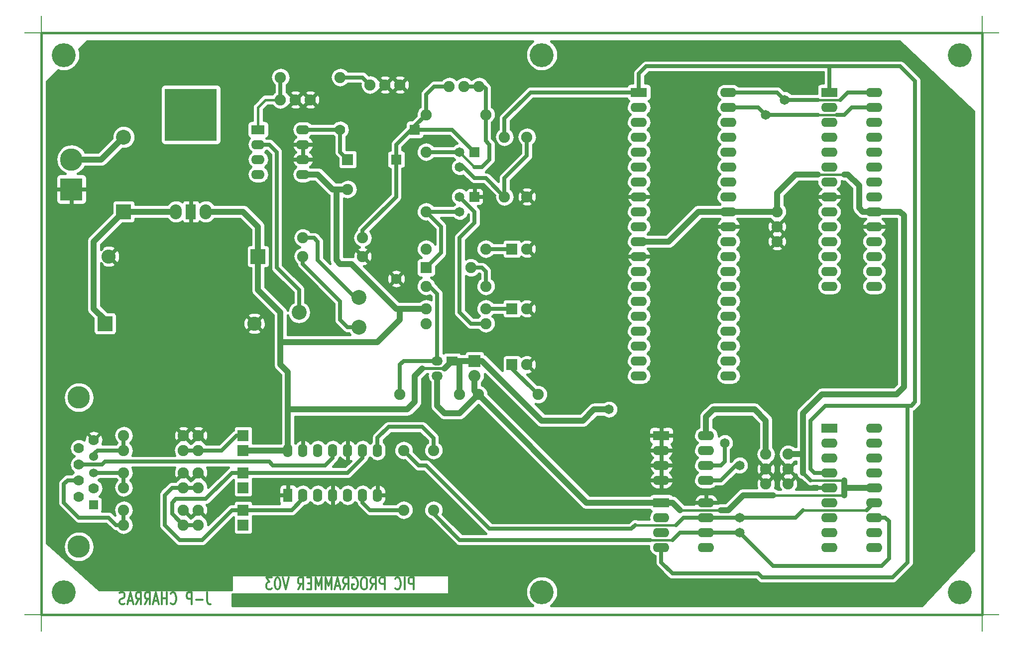
<source format=gbl>
G04 (created by PCBNEW-RS274X (2010-05-05 BZR 2356)-stable) date 28/05/2010 16:52:55*
G01*
G70*
G90*
%MOIN*%
G04 Gerber Fmt 3.4, Leading zero omitted, Abs format*
%FSLAX34Y34*%
G04 APERTURE LIST*
%ADD10C,0.006000*%
%ADD11C,0.012000*%
%ADD12C,0.015000*%
%ADD13R,0.062000X0.090000*%
%ADD14O,0.062000X0.090000*%
%ADD15R,0.110000X0.062000*%
%ADD16O,0.110000X0.062000*%
%ADD17R,0.090000X0.062000*%
%ADD18O,0.090000X0.062000*%
%ADD19R,0.150000X0.150000*%
%ADD20C,0.150000*%
%ADD21C,0.075000*%
%ADD22R,0.075000X0.075000*%
%ADD23C,0.070000*%
%ADD24R,0.070000X0.070000*%
%ADD25C,0.100000*%
%ADD26R,0.100000X0.100000*%
%ADD27R,0.060000X0.060000*%
%ADD28C,0.060000*%
%ADD29R,0.350000X0.350000*%
%ADD30O,0.080000X0.100000*%
%ADD31R,0.070000X0.100000*%
%ADD32C,0.160000*%
%ADD33R,0.110000X0.010000*%
%ADD34R,0.010000X0.110000*%
%ADD35C,0.010000*%
%ADD36R,0.090000X0.010000*%
%ADD37C,0.095000*%
%ADD38R,0.080000X0.080000*%
%ADD39C,0.080000*%
%ADD40R,0.075000X0.060000*%
%ADD41O,0.075000X0.060000*%
%ADD42R,0.065000X0.065000*%
%ADD43C,0.065000*%
%ADD44C,0.025000*%
%ADD45C,0.017000*%
%ADD46C,0.040000*%
%ADD47C,0.019000*%
%ADD48C,0.018000*%
G04 APERTURE END LIST*
G54D10*
G54D11*
X40078Y-53524D02*
X40078Y-54095D01*
X40106Y-54210D01*
X40163Y-54286D01*
X40249Y-54324D01*
X40306Y-54324D01*
X39792Y-54019D02*
X39335Y-54019D01*
X39049Y-54324D02*
X39049Y-53524D01*
X38821Y-53524D01*
X38763Y-53562D01*
X38735Y-53600D01*
X38706Y-53676D01*
X38706Y-53790D01*
X38735Y-53867D01*
X38763Y-53905D01*
X38821Y-53943D01*
X39049Y-53943D01*
X37649Y-54248D02*
X37678Y-54286D01*
X37764Y-54324D01*
X37821Y-54324D01*
X37906Y-54286D01*
X37964Y-54210D01*
X37992Y-54133D01*
X38021Y-53981D01*
X38021Y-53867D01*
X37992Y-53714D01*
X37964Y-53638D01*
X37906Y-53562D01*
X37821Y-53524D01*
X37764Y-53524D01*
X37678Y-53562D01*
X37649Y-53600D01*
X37392Y-54324D02*
X37392Y-53524D01*
X37392Y-53905D02*
X37049Y-53905D01*
X37049Y-54324D02*
X37049Y-53524D01*
X36792Y-54095D02*
X36506Y-54095D01*
X36849Y-54324D02*
X36649Y-53524D01*
X36449Y-54324D01*
X35906Y-54324D02*
X36106Y-53943D01*
X36249Y-54324D02*
X36249Y-53524D01*
X36021Y-53524D01*
X35963Y-53562D01*
X35935Y-53600D01*
X35906Y-53676D01*
X35906Y-53790D01*
X35935Y-53867D01*
X35963Y-53905D01*
X36021Y-53943D01*
X36249Y-53943D01*
X35306Y-54324D02*
X35506Y-53943D01*
X35649Y-54324D02*
X35649Y-53524D01*
X35421Y-53524D01*
X35363Y-53562D01*
X35335Y-53600D01*
X35306Y-53676D01*
X35306Y-53790D01*
X35335Y-53867D01*
X35363Y-53905D01*
X35421Y-53943D01*
X35649Y-53943D01*
X35078Y-54095D02*
X34792Y-54095D01*
X35135Y-54324D02*
X34935Y-53524D01*
X34735Y-54324D01*
X34564Y-54286D02*
X34478Y-54324D01*
X34335Y-54324D01*
X34278Y-54286D01*
X34249Y-54248D01*
X34221Y-54171D01*
X34221Y-54095D01*
X34249Y-54019D01*
X34278Y-53981D01*
X34335Y-53943D01*
X34449Y-53905D01*
X34507Y-53867D01*
X34535Y-53829D01*
X34564Y-53752D01*
X34564Y-53676D01*
X34535Y-53600D01*
X34507Y-53562D01*
X34449Y-53524D01*
X34307Y-53524D01*
X34221Y-53562D01*
X53914Y-53324D02*
X53914Y-52524D01*
X53686Y-52524D01*
X53628Y-52562D01*
X53600Y-52600D01*
X53571Y-52676D01*
X53571Y-52790D01*
X53600Y-52867D01*
X53628Y-52905D01*
X53686Y-52943D01*
X53914Y-52943D01*
X53314Y-53324D02*
X53314Y-52524D01*
X52685Y-53248D02*
X52714Y-53286D01*
X52800Y-53324D01*
X52857Y-53324D01*
X52942Y-53286D01*
X53000Y-53210D01*
X53028Y-53133D01*
X53057Y-52981D01*
X53057Y-52867D01*
X53028Y-52714D01*
X53000Y-52638D01*
X52942Y-52562D01*
X52857Y-52524D01*
X52800Y-52524D01*
X52714Y-52562D01*
X52685Y-52600D01*
X51971Y-53324D02*
X51971Y-52524D01*
X51743Y-52524D01*
X51685Y-52562D01*
X51657Y-52600D01*
X51628Y-52676D01*
X51628Y-52790D01*
X51657Y-52867D01*
X51685Y-52905D01*
X51743Y-52943D01*
X51971Y-52943D01*
X51028Y-53324D02*
X51228Y-52943D01*
X51371Y-53324D02*
X51371Y-52524D01*
X51143Y-52524D01*
X51085Y-52562D01*
X51057Y-52600D01*
X51028Y-52676D01*
X51028Y-52790D01*
X51057Y-52867D01*
X51085Y-52905D01*
X51143Y-52943D01*
X51371Y-52943D01*
X50657Y-52524D02*
X50543Y-52524D01*
X50485Y-52562D01*
X50428Y-52638D01*
X50400Y-52790D01*
X50400Y-53057D01*
X50428Y-53210D01*
X50485Y-53286D01*
X50543Y-53324D01*
X50657Y-53324D01*
X50714Y-53286D01*
X50771Y-53210D01*
X50800Y-53057D01*
X50800Y-52790D01*
X50771Y-52638D01*
X50714Y-52562D01*
X50657Y-52524D01*
X49828Y-52562D02*
X49885Y-52524D01*
X49971Y-52524D01*
X50056Y-52562D01*
X50114Y-52638D01*
X50142Y-52714D01*
X50171Y-52867D01*
X50171Y-52981D01*
X50142Y-53133D01*
X50114Y-53210D01*
X50056Y-53286D01*
X49971Y-53324D01*
X49914Y-53324D01*
X49828Y-53286D01*
X49799Y-53248D01*
X49799Y-52981D01*
X49914Y-52981D01*
X49199Y-53324D02*
X49399Y-52943D01*
X49542Y-53324D02*
X49542Y-52524D01*
X49314Y-52524D01*
X49256Y-52562D01*
X49228Y-52600D01*
X49199Y-52676D01*
X49199Y-52790D01*
X49228Y-52867D01*
X49256Y-52905D01*
X49314Y-52943D01*
X49542Y-52943D01*
X48971Y-53095D02*
X48685Y-53095D01*
X49028Y-53324D02*
X48828Y-52524D01*
X48628Y-53324D01*
X48428Y-53324D02*
X48428Y-52524D01*
X48228Y-53095D01*
X48028Y-52524D01*
X48028Y-53324D01*
X47742Y-53324D02*
X47742Y-52524D01*
X47542Y-53095D01*
X47342Y-52524D01*
X47342Y-53324D01*
X47056Y-52905D02*
X46856Y-52905D01*
X46770Y-53324D02*
X47056Y-53324D01*
X47056Y-52524D01*
X46770Y-52524D01*
X46170Y-53324D02*
X46370Y-52943D01*
X46513Y-53324D02*
X46513Y-52524D01*
X46285Y-52524D01*
X46227Y-52562D01*
X46199Y-52600D01*
X46170Y-52676D01*
X46170Y-52790D01*
X46199Y-52867D01*
X46227Y-52905D01*
X46285Y-52943D01*
X46513Y-52943D01*
X45542Y-52524D02*
X45342Y-53324D01*
X45142Y-52524D01*
X44828Y-52524D02*
X44771Y-52524D01*
X44714Y-52562D01*
X44685Y-52600D01*
X44656Y-52676D01*
X44628Y-52829D01*
X44628Y-53019D01*
X44656Y-53171D01*
X44685Y-53248D01*
X44714Y-53286D01*
X44771Y-53324D01*
X44828Y-53324D01*
X44885Y-53286D01*
X44914Y-53248D01*
X44942Y-53171D01*
X44971Y-53019D01*
X44971Y-52829D01*
X44942Y-52676D01*
X44914Y-52600D01*
X44885Y-52562D01*
X44828Y-52524D01*
X44428Y-52524D02*
X44057Y-52524D01*
X44257Y-52829D01*
X44171Y-52829D01*
X44114Y-52867D01*
X44085Y-52905D01*
X44057Y-52981D01*
X44057Y-53171D01*
X44085Y-53248D01*
X44114Y-53286D01*
X44171Y-53324D01*
X44343Y-53324D01*
X44400Y-53286D01*
X44428Y-53248D01*
G54D12*
X29000Y-55000D02*
X29000Y-16000D01*
X92000Y-55000D02*
X29000Y-55000D01*
X92000Y-16000D02*
X92000Y-55000D01*
X68500Y-16000D02*
X92000Y-16000D01*
X29000Y-16000D02*
X68500Y-16000D01*
G54D13*
X45500Y-47000D03*
G54D14*
X46500Y-47000D03*
X47500Y-47000D03*
X48500Y-47000D03*
X49500Y-47000D03*
X50500Y-47000D03*
X51500Y-47000D03*
X51500Y-44000D03*
X50500Y-44000D03*
X49500Y-44000D03*
X48500Y-44000D03*
X47500Y-44000D03*
X46500Y-44000D03*
X45500Y-44000D03*
G54D15*
X81750Y-42500D03*
G54D16*
X81750Y-43500D03*
X81750Y-44500D03*
X81750Y-45500D03*
X81750Y-46500D03*
X81750Y-47500D03*
X81750Y-48500D03*
X81750Y-49500D03*
X81750Y-50500D03*
X84750Y-50500D03*
X84750Y-49500D03*
X84750Y-48500D03*
X84750Y-47500D03*
X84750Y-46500D03*
X84750Y-45500D03*
X84750Y-44500D03*
X84750Y-43500D03*
X84750Y-42500D03*
G54D15*
X70500Y-43000D03*
G54D16*
X70500Y-44000D03*
X70500Y-45000D03*
X70500Y-46000D03*
X73500Y-46000D03*
X73500Y-45000D03*
X73500Y-44000D03*
X73500Y-43000D03*
G54D17*
X43500Y-22500D03*
G54D18*
X43500Y-23500D03*
X43500Y-24500D03*
X43500Y-25500D03*
X46500Y-25500D03*
X46500Y-24500D03*
X46500Y-23500D03*
X46500Y-22500D03*
G54D15*
X70500Y-47500D03*
G54D16*
X70500Y-48500D03*
X70500Y-49500D03*
X70500Y-50500D03*
X73500Y-50500D03*
X73500Y-49500D03*
X73500Y-48500D03*
X73500Y-47500D03*
G54D19*
X31000Y-26500D03*
G54D20*
X31000Y-24500D03*
G54D21*
X45000Y-20500D03*
X47000Y-20500D03*
X46000Y-20500D03*
X51000Y-19500D03*
X53000Y-19500D03*
X52000Y-19500D03*
G54D22*
X42500Y-45500D03*
G54D21*
X39500Y-45500D03*
G54D22*
X42500Y-46500D03*
G54D21*
X39500Y-46500D03*
G54D22*
X42500Y-48000D03*
G54D21*
X39500Y-48000D03*
G54D22*
X42500Y-44000D03*
G54D21*
X39500Y-44000D03*
G54D22*
X42500Y-43000D03*
G54D21*
X39500Y-43000D03*
G54D22*
X42500Y-49000D03*
G54D21*
X39500Y-49000D03*
G54D23*
X49000Y-22500D03*
G54D24*
X54000Y-22500D03*
G54D25*
X34500Y-23000D03*
G54D26*
X34500Y-28000D03*
G54D20*
X31500Y-40450D03*
X31500Y-50450D03*
G54D27*
X32500Y-47650D03*
G54D23*
X32500Y-46550D03*
G54D28*
X32500Y-45500D03*
X32500Y-44400D03*
G54D23*
X32500Y-43300D03*
X31500Y-47100D03*
X31500Y-46000D03*
X31500Y-44950D03*
X31500Y-43850D03*
G54D22*
X60500Y-34500D03*
G54D21*
X61500Y-34500D03*
G54D22*
X60500Y-30500D03*
G54D21*
X61500Y-30500D03*
G54D29*
X39000Y-21500D03*
G54D30*
X38000Y-28000D03*
G54D31*
X39000Y-28000D03*
G54D30*
X40000Y-28000D03*
G54D21*
X54750Y-28000D03*
X54750Y-24000D03*
X45000Y-19000D03*
X49000Y-19000D03*
X55250Y-44000D03*
X55250Y-48000D03*
X54750Y-34500D03*
X58750Y-34500D03*
X46500Y-31000D03*
X50500Y-31000D03*
X34500Y-45500D03*
X38500Y-45500D03*
X34500Y-44000D03*
X38500Y-44000D03*
X34500Y-43000D03*
X38500Y-43000D03*
X34500Y-49000D03*
X38500Y-49000D03*
X34500Y-48000D03*
X38500Y-48000D03*
X54750Y-21500D03*
X58750Y-21500D03*
X54750Y-35500D03*
X58750Y-35500D03*
X46500Y-29750D03*
X50500Y-29750D03*
X61500Y-23000D03*
X61500Y-27000D03*
X53250Y-48000D03*
X53250Y-44000D03*
X54750Y-30500D03*
X58750Y-30500D03*
X34500Y-46500D03*
X38500Y-46500D03*
G54D32*
X90500Y-17500D03*
X90500Y-53500D03*
X30500Y-17500D03*
X30500Y-53500D03*
X62500Y-53500D03*
X62500Y-17500D03*
G54D21*
X77500Y-44250D03*
X77500Y-46250D03*
X77500Y-45250D03*
X78250Y-28000D03*
X78250Y-30000D03*
X78250Y-29000D03*
G54D33*
X91400Y-16000D03*
G54D34*
X92000Y-15400D03*
G54D35*
X92000Y-16000D03*
G54D36*
X91400Y-16000D03*
G54D34*
X92000Y-16600D03*
G54D33*
X92600Y-16000D03*
X28400Y-16000D03*
G54D34*
X29000Y-15400D03*
G54D35*
X29000Y-16000D03*
G54D36*
X28400Y-16000D03*
G54D34*
X29000Y-16600D03*
G54D33*
X29600Y-16000D03*
X28400Y-55000D03*
G54D34*
X29000Y-54400D03*
G54D35*
X29000Y-55000D03*
G54D36*
X28400Y-55000D03*
G54D34*
X29000Y-55600D03*
G54D33*
X29600Y-55000D03*
X91400Y-55000D03*
G54D34*
X92000Y-54400D03*
G54D35*
X92000Y-55000D03*
G54D36*
X91400Y-55000D03*
G54D34*
X92000Y-55600D03*
G54D33*
X92600Y-55000D03*
G54D24*
X52750Y-24500D03*
G54D23*
X52750Y-32500D03*
G54D37*
X33500Y-31000D03*
G54D26*
X43500Y-31000D03*
G54D37*
X43250Y-35500D03*
G54D26*
X33250Y-35500D03*
G54D16*
X81750Y-21000D03*
X81750Y-22000D03*
X81750Y-23000D03*
X81750Y-24000D03*
X81750Y-25000D03*
X81750Y-26000D03*
X81750Y-27000D03*
X81750Y-28000D03*
X81750Y-29000D03*
X81750Y-30000D03*
X81750Y-31000D03*
X81750Y-32000D03*
X81750Y-33000D03*
G54D15*
X81750Y-20000D03*
G54D16*
X84750Y-33000D03*
X84750Y-32000D03*
X84750Y-31000D03*
X84750Y-30000D03*
X84750Y-29000D03*
X84750Y-28000D03*
X84750Y-27000D03*
X84750Y-26000D03*
X84750Y-25000D03*
X84750Y-24000D03*
X84750Y-23000D03*
X84750Y-22000D03*
X84750Y-21000D03*
X84750Y-20000D03*
G54D21*
X60000Y-27000D03*
X60000Y-23000D03*
G54D22*
X49500Y-24500D03*
G54D21*
X49500Y-26500D03*
G54D25*
X50250Y-35750D03*
X46250Y-34750D03*
X50250Y-33750D03*
G54D15*
X69000Y-20000D03*
G54D16*
X69000Y-21000D03*
X69000Y-22000D03*
X69000Y-23000D03*
X69000Y-24000D03*
X69000Y-25000D03*
X69000Y-26000D03*
X69000Y-27000D03*
X69000Y-28000D03*
X69000Y-29000D03*
X69000Y-30000D03*
X69000Y-31000D03*
X69000Y-32000D03*
X69000Y-33000D03*
X69000Y-34000D03*
X69000Y-35000D03*
X69000Y-36000D03*
X69000Y-37000D03*
X69000Y-38000D03*
X69000Y-39000D03*
X75000Y-39000D03*
X75000Y-38000D03*
X75000Y-37000D03*
X75000Y-36000D03*
X75000Y-35000D03*
X75000Y-34000D03*
X75000Y-33000D03*
X75000Y-32000D03*
X75000Y-31000D03*
X75000Y-30000D03*
X75000Y-29000D03*
X75000Y-28000D03*
X75000Y-27000D03*
X75000Y-26000D03*
X75000Y-25000D03*
X75000Y-24000D03*
X75000Y-23000D03*
X75000Y-22000D03*
X75000Y-21000D03*
X75000Y-20000D03*
G54D22*
X54750Y-31750D03*
G54D21*
X57750Y-31750D03*
G54D38*
X58000Y-38000D03*
G54D39*
X58000Y-39000D03*
G54D21*
X58750Y-33000D03*
X54750Y-33000D03*
X57000Y-40250D03*
X53000Y-40250D03*
X62250Y-40250D03*
X58250Y-40250D03*
G54D40*
X56500Y-38000D03*
G54D41*
X55500Y-38000D03*
X55500Y-39000D03*
G54D22*
X60500Y-38250D03*
G54D21*
X61500Y-38250D03*
X79000Y-44250D03*
X79000Y-46250D03*
X79000Y-45250D03*
G54D42*
X58000Y-27000D03*
G54D43*
X57000Y-27000D03*
X57000Y-28000D03*
G54D42*
X58000Y-24000D03*
G54D43*
X57000Y-24000D03*
X57000Y-25000D03*
G54D21*
X56300Y-19600D03*
X58300Y-19600D03*
X57300Y-19600D03*
G54D43*
X75750Y-49500D03*
X77500Y-21500D03*
X74750Y-43500D03*
X75750Y-45000D03*
X75750Y-48500D03*
X78750Y-20500D03*
X67000Y-41250D03*
G54D44*
X32500Y-44250D02*
X32750Y-44000D01*
X32500Y-44400D02*
X32500Y-44250D01*
X34500Y-44000D02*
X34500Y-43000D01*
X32750Y-44000D02*
X34500Y-44000D01*
X30500Y-46250D02*
X30500Y-47500D01*
X30500Y-47500D02*
X31500Y-48500D01*
X34500Y-49000D02*
X34500Y-48000D01*
X33500Y-48500D02*
X34000Y-49000D01*
X30750Y-46000D02*
X30500Y-46250D01*
X31500Y-48500D02*
X33500Y-48500D01*
X34000Y-49000D02*
X34500Y-49000D01*
X31500Y-46000D02*
X30750Y-46000D01*
X48000Y-45000D02*
X48500Y-44500D01*
X48500Y-44500D02*
X48500Y-44000D01*
X31500Y-44950D02*
X33050Y-44950D01*
X33250Y-44750D02*
X44250Y-44750D01*
X44250Y-44750D02*
X44500Y-45000D01*
X33050Y-44950D02*
X33250Y-44750D01*
X44500Y-45000D02*
X48000Y-45000D01*
X80500Y-45250D02*
X80500Y-42000D01*
X80750Y-45500D02*
X80500Y-45250D01*
X80500Y-42000D02*
X81500Y-41000D01*
X86000Y-52500D02*
X87000Y-51500D01*
X87000Y-51500D02*
X87000Y-41000D01*
X87250Y-41000D02*
X87500Y-40750D01*
X87250Y-41000D02*
X87000Y-41000D01*
X81750Y-45500D02*
X80750Y-45500D01*
X70500Y-51500D02*
X71250Y-52250D01*
X81750Y-20000D02*
X81750Y-18250D01*
X69000Y-20000D02*
X69000Y-18750D01*
X70500Y-51500D02*
X70500Y-50500D01*
X81750Y-18250D02*
X69500Y-18250D01*
X69000Y-18750D02*
X69500Y-18250D01*
X87500Y-19250D02*
X86500Y-18250D01*
X77250Y-52500D02*
X86000Y-52500D01*
X77000Y-52250D02*
X71250Y-52250D01*
X60000Y-21750D02*
X60000Y-23000D01*
X61750Y-20000D02*
X60000Y-21750D01*
X81500Y-41000D02*
X87000Y-41000D01*
X86500Y-18250D02*
X81750Y-18250D01*
X61750Y-20000D02*
X69000Y-20000D01*
X87500Y-19250D02*
X87500Y-40750D01*
X77000Y-52250D02*
X77250Y-52500D01*
X34500Y-46500D02*
X34500Y-45500D01*
X34500Y-45500D02*
X32500Y-45500D01*
X83250Y-21000D02*
X84750Y-21000D01*
X75750Y-49500D02*
X78000Y-51750D01*
X57000Y-50000D02*
X69750Y-50000D01*
X82750Y-21500D02*
X82250Y-21500D01*
X85750Y-48750D02*
X85500Y-48500D01*
X55250Y-48250D02*
X57000Y-50000D01*
X74750Y-43500D02*
X74750Y-44750D01*
X83250Y-21000D02*
X82750Y-21500D01*
X85750Y-51250D02*
X85750Y-48750D01*
G54D45*
X81000Y-21500D02*
X82250Y-21500D01*
G54D44*
X74500Y-45000D02*
X73500Y-45000D01*
X73500Y-49500D02*
X75750Y-49500D01*
X78000Y-51750D02*
X85250Y-51750D01*
X55250Y-48000D02*
X55250Y-48250D01*
X85500Y-48500D02*
X84750Y-48500D01*
X77000Y-21000D02*
X77500Y-21500D01*
X75000Y-21000D02*
X77000Y-21000D01*
X71750Y-49500D02*
X73500Y-49500D01*
X71750Y-49500D02*
X71250Y-50000D01*
G54D45*
X69750Y-50000D02*
X71250Y-50000D01*
G54D44*
X85250Y-51750D02*
X85750Y-51250D01*
X74750Y-44750D02*
X74500Y-45000D01*
X77500Y-21500D02*
X81000Y-21500D01*
X75000Y-20000D02*
X78250Y-20000D01*
X78250Y-20000D02*
X78750Y-20500D01*
X84750Y-20000D02*
X83000Y-20000D01*
X54250Y-45000D02*
X54750Y-45000D01*
X54750Y-45000D02*
X59000Y-49250D01*
X75750Y-45000D02*
X75500Y-45000D01*
X74500Y-46000D02*
X73500Y-46000D01*
X75500Y-45000D02*
X74500Y-46000D01*
X78750Y-20500D02*
X81000Y-20500D01*
G54D45*
X80000Y-48000D02*
X84250Y-48000D01*
G54D44*
X68500Y-49250D02*
X68750Y-49000D01*
X82500Y-20500D02*
X83000Y-20000D01*
X79500Y-48500D02*
X80000Y-48000D01*
X84250Y-48000D02*
X84750Y-47500D01*
X73500Y-48500D02*
X75750Y-48500D01*
G54D45*
X68750Y-49000D02*
X71500Y-49000D01*
G54D44*
X59000Y-49250D02*
X68500Y-49250D01*
X71500Y-49000D02*
X72000Y-48500D01*
X72000Y-48500D02*
X73500Y-48500D01*
G54D45*
X81000Y-20500D02*
X82500Y-20500D01*
G54D44*
X75750Y-48500D02*
X79500Y-48500D01*
X53250Y-44000D02*
X54250Y-45000D01*
G54D46*
X78250Y-26750D02*
X79500Y-25500D01*
G54D45*
X81000Y-25500D02*
X82750Y-25500D01*
G54D46*
X78250Y-28000D02*
X78250Y-26750D01*
X82750Y-25500D02*
X83000Y-25500D01*
X75000Y-28000D02*
X78250Y-28000D01*
X84000Y-28000D02*
X84750Y-28000D01*
X83750Y-27750D02*
X84000Y-28000D01*
X65500Y-47500D02*
X58250Y-40250D01*
X83000Y-25500D02*
X83750Y-26250D01*
X81250Y-40250D02*
X86250Y-40250D01*
X80000Y-41500D02*
X81250Y-40250D01*
X83750Y-26250D02*
X83750Y-27750D01*
G54D45*
X80500Y-46000D02*
X82750Y-46000D01*
G54D46*
X86500Y-28000D02*
X84750Y-28000D01*
X86750Y-28250D02*
X86500Y-28000D01*
X86750Y-39750D02*
X86750Y-28250D01*
X86250Y-40250D02*
X86750Y-39750D01*
X79000Y-44250D02*
X80000Y-44250D01*
G54D45*
X78000Y-47000D02*
X82750Y-47000D01*
G54D46*
X82750Y-47000D02*
X82750Y-46500D01*
X76000Y-47000D02*
X78000Y-47000D01*
G54D45*
X71750Y-48000D02*
X74500Y-48000D01*
G54D46*
X74500Y-48000D02*
X75000Y-48000D01*
X73000Y-28000D02*
X75000Y-28000D01*
X75000Y-48000D02*
X76000Y-47000D01*
X71250Y-47500D02*
X71750Y-48000D01*
X70500Y-47500D02*
X71250Y-47500D01*
X69000Y-30000D02*
X71000Y-30000D01*
X82750Y-46500D02*
X84750Y-46500D01*
X71000Y-30000D02*
X73000Y-28000D01*
X80000Y-41500D02*
X80000Y-44250D01*
X80000Y-44250D02*
X80000Y-45500D01*
G54D44*
X80000Y-45500D02*
X80500Y-46000D01*
G54D46*
X58000Y-39000D02*
X58000Y-40000D01*
X58000Y-40000D02*
X58250Y-40250D01*
X55500Y-39000D02*
X55500Y-41000D01*
X55500Y-41000D02*
X56000Y-41500D01*
X56000Y-41500D02*
X57000Y-41500D01*
X57000Y-41500D02*
X58250Y-40250D01*
X70500Y-47500D02*
X65500Y-47500D01*
X82750Y-46500D02*
X82750Y-46000D01*
X79500Y-25500D02*
X81000Y-25500D01*
G54D44*
X57750Y-31750D02*
X58500Y-31750D01*
X58750Y-32000D02*
X58750Y-33000D01*
X58500Y-31750D02*
X58750Y-32000D01*
X60500Y-38250D02*
X60500Y-38500D01*
X60500Y-38500D02*
X62250Y-40250D01*
X55500Y-33500D02*
X55000Y-33000D01*
X55500Y-33500D02*
X55500Y-38000D01*
X53250Y-38000D02*
X53000Y-38250D01*
X53000Y-38250D02*
X53000Y-40250D01*
X55000Y-33000D02*
X54750Y-33000D01*
X55500Y-38000D02*
X53250Y-38000D01*
X44250Y-23500D02*
X44750Y-24000D01*
X44750Y-24000D02*
X44750Y-31750D01*
X46250Y-33250D02*
X46250Y-34750D01*
X43500Y-23500D02*
X44250Y-23500D01*
X44750Y-31750D02*
X46250Y-33250D01*
X49000Y-35250D02*
X49500Y-35750D01*
X46500Y-31500D02*
X49000Y-34000D01*
X46500Y-31000D02*
X46500Y-31500D01*
X49000Y-34000D02*
X49000Y-35250D01*
X49500Y-35750D02*
X50250Y-35750D01*
X47500Y-31250D02*
X50000Y-33750D01*
X47250Y-29750D02*
X47500Y-30000D01*
X47500Y-30000D02*
X47500Y-31250D01*
X46500Y-29750D02*
X47250Y-29750D01*
X50000Y-33750D02*
X50250Y-33750D01*
X49000Y-24000D02*
X49500Y-24500D01*
X49000Y-22500D02*
X49000Y-24000D01*
X46500Y-22500D02*
X49000Y-22500D01*
X50500Y-19000D02*
X51000Y-19500D01*
X49000Y-19000D02*
X50500Y-19000D01*
X45000Y-19000D02*
X45000Y-20500D01*
G54D45*
X43500Y-22500D02*
X43500Y-21000D01*
X43500Y-21000D02*
X44000Y-20500D01*
X44000Y-20500D02*
X45000Y-20500D01*
G54D44*
X60500Y-34500D02*
X58750Y-34500D01*
G54D46*
X33250Y-35500D02*
X33250Y-35250D01*
X33250Y-35250D02*
X32500Y-34500D01*
X32500Y-34500D02*
X32500Y-30000D01*
X34500Y-28000D02*
X38000Y-28000D01*
X32500Y-30000D02*
X34500Y-28000D01*
X31000Y-24500D02*
X33000Y-24500D01*
X33000Y-24500D02*
X34500Y-23000D01*
G54D44*
X57000Y-29750D02*
X57000Y-34750D01*
X57750Y-35500D02*
X57000Y-34750D01*
X58000Y-28750D02*
X57000Y-29750D01*
X57000Y-27000D02*
X58000Y-28000D01*
X58750Y-35500D02*
X57750Y-35500D01*
X58000Y-28000D02*
X58000Y-28750D01*
X54750Y-28000D02*
X55750Y-29000D01*
X55750Y-30750D02*
X54750Y-31750D01*
X55750Y-29000D02*
X55750Y-30750D01*
X57000Y-28000D02*
X54750Y-28000D01*
X60500Y-30500D02*
X58750Y-30500D01*
X50500Y-47500D02*
X51000Y-48000D01*
X50500Y-47000D02*
X50500Y-47500D01*
X51000Y-48000D02*
X53250Y-48000D01*
X50500Y-44000D02*
X50500Y-44500D01*
X37750Y-48250D02*
X38500Y-49000D01*
X41750Y-45500D02*
X42500Y-45500D01*
X42500Y-45500D02*
X49500Y-45500D01*
X40000Y-47250D02*
X41750Y-45500D01*
X50500Y-44500D02*
X49500Y-45500D01*
X38000Y-47250D02*
X40000Y-47250D01*
X38000Y-47250D02*
X37750Y-47500D01*
X39500Y-49000D02*
X38500Y-49000D01*
X37750Y-47500D02*
X37750Y-48250D01*
X39500Y-44000D02*
X41050Y-44000D01*
X39500Y-44000D02*
X38500Y-44000D01*
X42050Y-43000D02*
X41050Y-44000D01*
X42500Y-43000D02*
X42050Y-43000D01*
X41750Y-48000D02*
X42500Y-48000D01*
X38250Y-50000D02*
X39750Y-50000D01*
X39750Y-50000D02*
X41750Y-48000D01*
X45750Y-48000D02*
X46500Y-47250D01*
X37250Y-47000D02*
X37250Y-49000D01*
X37750Y-46500D02*
X37250Y-47000D01*
X42500Y-48000D02*
X45750Y-48000D01*
X46500Y-47250D02*
X46500Y-47000D01*
X38500Y-46500D02*
X37750Y-46500D01*
X37250Y-49000D02*
X38250Y-50000D01*
X39500Y-46500D02*
X38500Y-46500D01*
X57250Y-25000D02*
X58000Y-25750D01*
X58000Y-25750D02*
X58750Y-25750D01*
X58750Y-25750D02*
X60000Y-27000D01*
X61500Y-24250D02*
X60000Y-25750D01*
X60000Y-25750D02*
X60000Y-27000D01*
X61500Y-23000D02*
X61500Y-24250D01*
X57000Y-25000D02*
X57250Y-25000D01*
X59000Y-24500D02*
X58500Y-25000D01*
X58500Y-25000D02*
X58000Y-25000D01*
X58750Y-21500D02*
X58750Y-23250D01*
X58750Y-23250D02*
X59000Y-23500D01*
X59000Y-23500D02*
X59000Y-24500D01*
X58600Y-19600D02*
X58750Y-19750D01*
X58750Y-19750D02*
X58750Y-21500D01*
X58300Y-19600D02*
X58600Y-19600D01*
X57300Y-19600D02*
X58300Y-19600D01*
G54D45*
X57000Y-24000D02*
X58000Y-25000D01*
G54D44*
X57000Y-24000D02*
X54750Y-24000D01*
X51500Y-43160D02*
X52240Y-42420D01*
X55250Y-43180D02*
X55250Y-44000D01*
X51500Y-44000D02*
X51500Y-43160D01*
X54490Y-42420D02*
X55250Y-43180D01*
X52240Y-42420D02*
X54490Y-42420D01*
G54D46*
X49000Y-31500D02*
X48750Y-31250D01*
X54750Y-34500D02*
X53000Y-34500D01*
X40000Y-28000D02*
X42500Y-28000D01*
X45500Y-38750D02*
X45500Y-41250D01*
X45000Y-36750D02*
X45000Y-38250D01*
X45000Y-38250D02*
X45500Y-38750D01*
X45500Y-44000D02*
X45500Y-41250D01*
X48750Y-31250D02*
X48750Y-26500D01*
X51500Y-36750D02*
X53000Y-35250D01*
X73500Y-41750D02*
X74000Y-41250D01*
X77500Y-42000D02*
X76750Y-41250D01*
X77500Y-44250D02*
X77500Y-42000D01*
X73500Y-43000D02*
X73500Y-41750D01*
X74000Y-41250D02*
X76750Y-41250D01*
X43500Y-33250D02*
X45000Y-34750D01*
X49750Y-31500D02*
X49000Y-31500D01*
X57000Y-40250D02*
X57000Y-38000D01*
X57000Y-38000D02*
X58000Y-38000D01*
X56500Y-38000D02*
X57000Y-38000D01*
X53000Y-34500D02*
X52750Y-34500D01*
X42500Y-44000D02*
X45500Y-44000D01*
X48750Y-26500D02*
X48500Y-26500D01*
X48500Y-26500D02*
X47500Y-25500D01*
X53500Y-41250D02*
X45500Y-41250D01*
X58500Y-38000D02*
X62500Y-42000D01*
X45000Y-34750D02*
X45000Y-36750D01*
X43500Y-31000D02*
X43500Y-33250D01*
X43500Y-29000D02*
X42500Y-28000D01*
X43500Y-31000D02*
X43500Y-29000D01*
X49500Y-26500D02*
X48750Y-26500D01*
X56500Y-38000D02*
X56000Y-38500D01*
X54000Y-39000D02*
X54000Y-40750D01*
X54500Y-38500D02*
X54000Y-39000D01*
G54D47*
X56000Y-38500D02*
X54500Y-38500D01*
G54D46*
X62500Y-42000D02*
X65250Y-42000D01*
X65250Y-42000D02*
X66000Y-41250D01*
X66000Y-41250D02*
X67000Y-41250D01*
X58000Y-38000D02*
X58500Y-38000D01*
X52750Y-34500D02*
X49750Y-31500D01*
X45000Y-36750D02*
X51500Y-36750D01*
X53000Y-35250D02*
X53000Y-34500D01*
X46500Y-25500D02*
X47500Y-25500D01*
X54000Y-40750D02*
X53500Y-41250D01*
G54D44*
X52750Y-27000D02*
X50500Y-29250D01*
X52750Y-24500D02*
X52750Y-27000D01*
X54000Y-22250D02*
X54750Y-21500D01*
X54000Y-22500D02*
X54000Y-22250D01*
X53750Y-22500D02*
X54000Y-22500D01*
X56500Y-22500D02*
X58000Y-24000D01*
X54000Y-22500D02*
X56500Y-22500D01*
X52750Y-24500D02*
X52750Y-23500D01*
X50500Y-29250D02*
X50500Y-29750D01*
X54750Y-21500D02*
X54750Y-20150D01*
X55300Y-19600D02*
X56300Y-19600D01*
X54750Y-20150D02*
X55300Y-19600D01*
X53750Y-22500D02*
X52750Y-23500D01*
G54D10*
G36*
X87960Y-54410D02*
X91410Y-50714D01*
X91410Y-21288D01*
X86464Y-16590D01*
X63108Y-16590D01*
X63277Y-16728D01*
X63412Y-16894D01*
X63512Y-17083D01*
X63574Y-17287D01*
X63595Y-17500D01*
X63568Y-17743D01*
X63500Y-17945D01*
X63395Y-18131D01*
X63255Y-18293D01*
X63087Y-18425D01*
X62896Y-18521D01*
X62690Y-18578D01*
X62477Y-18595D01*
X62265Y-18569D01*
X62062Y-18503D01*
X61875Y-18399D01*
X61712Y-18261D01*
X61580Y-18093D01*
X61482Y-17903D01*
X61423Y-17698D01*
X61405Y-17485D01*
X61429Y-17272D01*
X61494Y-17069D01*
X61597Y-16881D01*
X61734Y-16718D01*
X61892Y-16590D01*
X32037Y-16590D01*
X31519Y-17107D01*
X31574Y-17287D01*
X31595Y-17500D01*
X31568Y-17743D01*
X31500Y-17945D01*
X31395Y-18131D01*
X31255Y-18293D01*
X31087Y-18425D01*
X30896Y-18521D01*
X30690Y-18578D01*
X30477Y-18595D01*
X30265Y-18569D01*
X30108Y-18518D01*
X29340Y-19287D01*
X29340Y-50209D01*
X31478Y-52122D01*
X31478Y-51495D01*
X31276Y-51471D01*
X31082Y-51408D01*
X30904Y-51308D01*
X30748Y-51176D01*
X30622Y-51016D01*
X30528Y-50835D01*
X30472Y-50639D01*
X30455Y-50435D01*
X30478Y-50233D01*
X30540Y-50038D01*
X30638Y-49860D01*
X30769Y-49703D01*
X30928Y-49576D01*
X31109Y-49481D01*
X31304Y-49424D01*
X31507Y-49405D01*
X31710Y-49426D01*
X31905Y-49487D01*
X32084Y-49584D01*
X32242Y-49714D01*
X32370Y-49872D01*
X32466Y-50052D01*
X32525Y-50247D01*
X32545Y-50450D01*
X32519Y-50682D01*
X32455Y-50875D01*
X32354Y-51052D01*
X32221Y-51207D01*
X32060Y-51332D01*
X31878Y-51424D01*
X31681Y-51479D01*
X31478Y-51495D01*
X31478Y-52122D01*
X32838Y-53340D01*
X41726Y-53340D01*
X41726Y-52340D01*
X53236Y-52340D01*
X53236Y-48668D01*
X53107Y-48652D01*
X52983Y-48612D01*
X52869Y-48549D01*
X52769Y-48464D01*
X52730Y-48415D01*
X50994Y-48415D01*
X50914Y-48406D01*
X50840Y-48383D01*
X50769Y-48345D01*
X50703Y-48290D01*
X50202Y-47789D01*
X50154Y-47730D01*
X50116Y-47658D01*
X50093Y-47581D01*
X50074Y-47566D01*
X49999Y-47473D01*
X49995Y-47482D01*
X49920Y-47572D01*
X49829Y-47645D01*
X49725Y-47699D01*
X49612Y-47732D01*
X49496Y-47743D01*
X49379Y-47731D01*
X49267Y-47696D01*
X49164Y-47640D01*
X49074Y-47566D01*
X48998Y-47472D01*
X48981Y-47501D01*
X48902Y-47588D01*
X48807Y-47658D01*
X48701Y-47708D01*
X48628Y-47725D01*
X48535Y-47666D01*
X48535Y-47035D01*
X48625Y-47035D01*
X48625Y-46965D01*
X48535Y-46965D01*
X48535Y-46334D01*
X48628Y-46275D01*
X48701Y-46292D01*
X48807Y-46342D01*
X48902Y-46412D01*
X48981Y-46499D01*
X48999Y-46528D01*
X49005Y-46518D01*
X49080Y-46428D01*
X49171Y-46355D01*
X49275Y-46301D01*
X49388Y-46268D01*
X49504Y-46257D01*
X49621Y-46269D01*
X49733Y-46304D01*
X49836Y-46360D01*
X49926Y-46434D01*
X50000Y-46526D01*
X50005Y-46518D01*
X50080Y-46428D01*
X50171Y-46355D01*
X50275Y-46301D01*
X50388Y-46268D01*
X50504Y-46257D01*
X50621Y-46269D01*
X50733Y-46304D01*
X50836Y-46360D01*
X50926Y-46434D01*
X51001Y-46527D01*
X51019Y-46499D01*
X51098Y-46412D01*
X51193Y-46342D01*
X51299Y-46292D01*
X51372Y-46275D01*
X51465Y-46334D01*
X51465Y-46965D01*
X51375Y-46965D01*
X51375Y-47035D01*
X51465Y-47035D01*
X51465Y-47125D01*
X51535Y-47125D01*
X51535Y-47035D01*
X51535Y-46965D01*
X51535Y-46334D01*
X51628Y-46275D01*
X51701Y-46292D01*
X51807Y-46342D01*
X51902Y-46412D01*
X51981Y-46499D01*
X52042Y-46599D01*
X52082Y-46709D01*
X52100Y-46825D01*
X52100Y-46965D01*
X51535Y-46965D01*
X51535Y-47035D01*
X52100Y-47035D01*
X52100Y-47175D01*
X52082Y-47291D01*
X52042Y-47401D01*
X51981Y-47501D01*
X51905Y-47584D01*
X52730Y-47585D01*
X52783Y-47523D01*
X52884Y-47441D01*
X53000Y-47381D01*
X53125Y-47344D01*
X53255Y-47332D01*
X53384Y-47346D01*
X53509Y-47384D01*
X53624Y-47446D01*
X53724Y-47529D01*
X53806Y-47630D01*
X53868Y-47745D01*
X53905Y-47870D01*
X53918Y-48000D01*
X53901Y-48148D01*
X53860Y-48272D01*
X53796Y-48385D01*
X53711Y-48484D01*
X53608Y-48564D01*
X53492Y-48623D01*
X53366Y-48658D01*
X53236Y-48668D01*
X53236Y-52340D01*
X56274Y-52340D01*
X56274Y-53660D01*
X41773Y-53660D01*
X41773Y-54410D01*
X61894Y-54410D01*
X61875Y-54399D01*
X61712Y-54261D01*
X61580Y-54093D01*
X61482Y-53903D01*
X61423Y-53698D01*
X61405Y-53485D01*
X61429Y-53272D01*
X61494Y-53069D01*
X61597Y-52881D01*
X61734Y-52718D01*
X61900Y-52584D01*
X62090Y-52485D01*
X62295Y-52424D01*
X62508Y-52405D01*
X62720Y-52427D01*
X62924Y-52491D01*
X63112Y-52592D01*
X63277Y-52728D01*
X63412Y-52894D01*
X63512Y-53083D01*
X63574Y-53287D01*
X63595Y-53500D01*
X63568Y-53743D01*
X63500Y-53945D01*
X63395Y-54131D01*
X63255Y-54293D01*
X63106Y-54410D01*
X77244Y-54410D01*
X77244Y-52915D01*
X77164Y-52906D01*
X77090Y-52883D01*
X77019Y-52845D01*
X76952Y-52789D01*
X76827Y-52665D01*
X71244Y-52665D01*
X71164Y-52656D01*
X71090Y-52633D01*
X71019Y-52595D01*
X70952Y-52539D01*
X70202Y-51789D01*
X70154Y-51730D01*
X70116Y-51658D01*
X70093Y-51581D01*
X70085Y-51495D01*
X70085Y-51072D01*
X70020Y-51051D01*
X69917Y-50995D01*
X69827Y-50920D01*
X69754Y-50829D01*
X69700Y-50725D01*
X69667Y-50612D01*
X69656Y-50496D01*
X69664Y-50415D01*
X56994Y-50415D01*
X56917Y-50407D01*
X56840Y-50383D01*
X56766Y-50342D01*
X56703Y-50290D01*
X55044Y-48631D01*
X54983Y-48612D01*
X54869Y-48549D01*
X54769Y-48464D01*
X54689Y-48362D01*
X54629Y-48246D01*
X54593Y-48121D01*
X54582Y-47991D01*
X54597Y-47861D01*
X54636Y-47737D01*
X54699Y-47623D01*
X54783Y-47523D01*
X54884Y-47441D01*
X55000Y-47381D01*
X55125Y-47344D01*
X55255Y-47332D01*
X55384Y-47346D01*
X55509Y-47384D01*
X55624Y-47446D01*
X55724Y-47529D01*
X55806Y-47630D01*
X55868Y-47745D01*
X55905Y-47870D01*
X55918Y-48000D01*
X55901Y-48148D01*
X55859Y-48273D01*
X57171Y-49585D01*
X58756Y-49585D01*
X58702Y-49539D01*
X54577Y-45415D01*
X54244Y-45415D01*
X54164Y-45406D01*
X54090Y-45383D01*
X54019Y-45345D01*
X53952Y-45289D01*
X53324Y-44661D01*
X53236Y-44668D01*
X53107Y-44652D01*
X52983Y-44612D01*
X52869Y-44549D01*
X52769Y-44464D01*
X52689Y-44362D01*
X52629Y-44246D01*
X52593Y-44121D01*
X52582Y-43991D01*
X52597Y-43861D01*
X52636Y-43737D01*
X52699Y-43623D01*
X52783Y-43523D01*
X52884Y-43441D01*
X53000Y-43381D01*
X53125Y-43344D01*
X53255Y-43332D01*
X53384Y-43346D01*
X53509Y-43384D01*
X53624Y-43446D01*
X53724Y-43529D01*
X53806Y-43630D01*
X53868Y-43745D01*
X53905Y-43870D01*
X53918Y-44000D01*
X53909Y-44073D01*
X54421Y-44585D01*
X54750Y-44585D01*
X54836Y-44594D01*
X54910Y-44617D01*
X54981Y-44655D01*
X55047Y-44710D01*
X59171Y-48835D01*
X68328Y-48835D01*
X68456Y-48707D01*
X68523Y-48652D01*
X68595Y-48616D01*
X68673Y-48593D01*
X68755Y-48585D01*
X68834Y-48595D01*
X68912Y-48619D01*
X68923Y-48625D01*
X69670Y-48624D01*
X69667Y-48612D01*
X69656Y-48496D01*
X69668Y-48379D01*
X69703Y-48267D01*
X69759Y-48164D01*
X69831Y-48075D01*
X69787Y-48051D01*
X69744Y-48015D01*
X69723Y-47990D01*
X65493Y-47990D01*
X65398Y-47979D01*
X65375Y-47971D01*
X65312Y-47953D01*
X65223Y-47904D01*
X65149Y-47842D01*
X58250Y-40943D01*
X57342Y-41851D01*
X57267Y-41911D01*
X57219Y-41935D01*
X57187Y-41953D01*
X57184Y-41953D01*
X57182Y-41955D01*
X57090Y-41982D01*
X56995Y-41990D01*
X55993Y-41990D01*
X55898Y-41979D01*
X55812Y-41952D01*
X55810Y-41950D01*
X55807Y-41950D01*
X55723Y-41904D01*
X55650Y-41843D01*
X55149Y-41342D01*
X55089Y-41267D01*
X55045Y-41182D01*
X55018Y-41090D01*
X55010Y-40995D01*
X55010Y-39421D01*
X55000Y-39413D01*
X54928Y-39323D01*
X54875Y-39221D01*
X54842Y-39111D01*
X54832Y-38996D01*
X54843Y-38885D01*
X54808Y-38885D01*
X54490Y-39203D01*
X54490Y-40752D01*
X54479Y-40852D01*
X54452Y-40938D01*
X54450Y-40939D01*
X54450Y-40943D01*
X54430Y-40978D01*
X54407Y-41023D01*
X54404Y-41025D01*
X54404Y-41027D01*
X54343Y-41100D01*
X53842Y-41601D01*
X53767Y-41661D01*
X53719Y-41685D01*
X53687Y-41703D01*
X53684Y-41703D01*
X53682Y-41705D01*
X53590Y-41732D01*
X53495Y-41740D01*
X45990Y-41740D01*
X45990Y-43512D01*
X46001Y-43527D01*
X46019Y-43499D01*
X46098Y-43412D01*
X46193Y-43342D01*
X46299Y-43292D01*
X46372Y-43275D01*
X46465Y-43334D01*
X46465Y-43965D01*
X46375Y-43965D01*
X46375Y-44035D01*
X46465Y-44035D01*
X46465Y-44125D01*
X46535Y-44125D01*
X46535Y-44035D01*
X46625Y-44035D01*
X46625Y-43965D01*
X46535Y-43965D01*
X46535Y-43334D01*
X46628Y-43275D01*
X46701Y-43292D01*
X46807Y-43342D01*
X46902Y-43412D01*
X46981Y-43499D01*
X46999Y-43528D01*
X47005Y-43518D01*
X47080Y-43428D01*
X47171Y-43355D01*
X47275Y-43301D01*
X47388Y-43268D01*
X47504Y-43257D01*
X47621Y-43269D01*
X47733Y-43304D01*
X47836Y-43360D01*
X47926Y-43434D01*
X48000Y-43526D01*
X48005Y-43518D01*
X48080Y-43428D01*
X48171Y-43355D01*
X48275Y-43301D01*
X48388Y-43268D01*
X48504Y-43257D01*
X48621Y-43269D01*
X48733Y-43304D01*
X48836Y-43360D01*
X48926Y-43434D01*
X49001Y-43527D01*
X49019Y-43499D01*
X49098Y-43412D01*
X49193Y-43342D01*
X49299Y-43292D01*
X49372Y-43275D01*
X49465Y-43334D01*
X49465Y-43965D01*
X49375Y-43965D01*
X49375Y-44035D01*
X49465Y-44035D01*
X49465Y-44666D01*
X49372Y-44725D01*
X49299Y-44708D01*
X49193Y-44658D01*
X49098Y-44588D01*
X49019Y-44501D01*
X49000Y-44471D01*
X48995Y-44482D01*
X48920Y-44572D01*
X48906Y-44582D01*
X48906Y-44586D01*
X48883Y-44660D01*
X48845Y-44731D01*
X48790Y-44797D01*
X48501Y-45085D01*
X49328Y-45084D01*
X49706Y-44705D01*
X49701Y-44708D01*
X49628Y-44725D01*
X49535Y-44666D01*
X49535Y-44035D01*
X49625Y-44035D01*
X49625Y-43965D01*
X49535Y-43965D01*
X49535Y-43334D01*
X49628Y-43275D01*
X49701Y-43292D01*
X49807Y-43342D01*
X49902Y-43412D01*
X49981Y-43499D01*
X49999Y-43528D01*
X50005Y-43518D01*
X50080Y-43428D01*
X50171Y-43355D01*
X50275Y-43301D01*
X50388Y-43268D01*
X50504Y-43257D01*
X50621Y-43269D01*
X50733Y-43304D01*
X50836Y-43360D01*
X50926Y-43434D01*
X51000Y-43526D01*
X51005Y-43518D01*
X51085Y-43423D01*
X51085Y-43160D01*
X51094Y-43074D01*
X51117Y-43000D01*
X51155Y-42929D01*
X51187Y-42889D01*
X51214Y-42859D01*
X51946Y-42127D01*
X52013Y-42072D01*
X52082Y-42036D01*
X52159Y-42013D01*
X52245Y-42005D01*
X54490Y-42005D01*
X54576Y-42014D01*
X54650Y-42037D01*
X54721Y-42075D01*
X54787Y-42130D01*
X55543Y-42886D01*
X55596Y-42950D01*
X55634Y-43022D01*
X55657Y-43099D01*
X55665Y-43184D01*
X55665Y-43480D01*
X55724Y-43529D01*
X55806Y-43630D01*
X55868Y-43745D01*
X55905Y-43870D01*
X55918Y-44000D01*
X55901Y-44148D01*
X55860Y-44272D01*
X55796Y-44385D01*
X55711Y-44484D01*
X55608Y-44564D01*
X55492Y-44623D01*
X55366Y-44658D01*
X55236Y-44668D01*
X55107Y-44652D01*
X54983Y-44612D01*
X54869Y-44549D01*
X54769Y-44464D01*
X54689Y-44362D01*
X54629Y-44246D01*
X54593Y-44121D01*
X54582Y-43991D01*
X54597Y-43861D01*
X54636Y-43737D01*
X54699Y-43623D01*
X54783Y-43523D01*
X54835Y-43480D01*
X54835Y-43352D01*
X54317Y-42835D01*
X52411Y-42835D01*
X51915Y-43332D01*
X51915Y-43424D01*
X51926Y-43434D01*
X52000Y-43525D01*
X52055Y-43628D01*
X52089Y-43740D01*
X52100Y-43857D01*
X52100Y-44151D01*
X52087Y-44268D01*
X52051Y-44379D01*
X51995Y-44482D01*
X51920Y-44572D01*
X51829Y-44645D01*
X51725Y-44699D01*
X51612Y-44732D01*
X51496Y-44743D01*
X51379Y-44731D01*
X51267Y-44696D01*
X51164Y-44640D01*
X51074Y-44566D01*
X50999Y-44473D01*
X50995Y-44482D01*
X50920Y-44572D01*
X50906Y-44582D01*
X50906Y-44586D01*
X50883Y-44660D01*
X50845Y-44731D01*
X50790Y-44797D01*
X49789Y-45798D01*
X49730Y-45846D01*
X49658Y-45884D01*
X49581Y-45907D01*
X49495Y-45915D01*
X43161Y-45915D01*
X43160Y-45934D01*
X43143Y-45988D01*
X43136Y-46000D01*
X43144Y-46014D01*
X43160Y-46068D01*
X43166Y-46125D01*
X43166Y-46877D01*
X43160Y-46934D01*
X43143Y-46988D01*
X43116Y-47038D01*
X43080Y-47081D01*
X43036Y-47117D01*
X42986Y-47144D01*
X42932Y-47160D01*
X42875Y-47166D01*
X42123Y-47166D01*
X42066Y-47160D01*
X42012Y-47143D01*
X41962Y-47116D01*
X41919Y-47080D01*
X41883Y-47036D01*
X41856Y-46986D01*
X41840Y-46932D01*
X41834Y-46875D01*
X41834Y-46123D01*
X41840Y-46066D01*
X41857Y-46012D01*
X41863Y-45999D01*
X41854Y-45982D01*
X40289Y-47548D01*
X40230Y-47596D01*
X40158Y-47634D01*
X40081Y-47657D01*
X40067Y-47658D01*
X40112Y-47740D01*
X40151Y-47864D01*
X40165Y-47993D01*
X40153Y-48122D01*
X40117Y-48247D01*
X40057Y-48362D01*
X39943Y-48393D01*
X39549Y-48000D01*
X39613Y-47936D01*
X39563Y-47886D01*
X39500Y-47951D01*
X39436Y-47886D01*
X39386Y-47936D01*
X39451Y-48000D01*
X39057Y-48393D01*
X39000Y-48377D01*
X38943Y-48393D01*
X38549Y-48000D01*
X38613Y-47936D01*
X38563Y-47886D01*
X38500Y-47951D01*
X38436Y-47886D01*
X38386Y-47935D01*
X38451Y-48000D01*
X38386Y-48063D01*
X38435Y-48112D01*
X38500Y-48049D01*
X38893Y-48443D01*
X38888Y-48458D01*
X38974Y-48529D01*
X39000Y-48561D01*
X39033Y-48523D01*
X39111Y-48459D01*
X39107Y-48443D01*
X39500Y-48049D01*
X39893Y-48443D01*
X39888Y-48458D01*
X39974Y-48529D01*
X40056Y-48630D01*
X40118Y-48745D01*
X40155Y-48870D01*
X40167Y-48996D01*
X41456Y-47707D01*
X41523Y-47652D01*
X41592Y-47616D01*
X41669Y-47593D01*
X41755Y-47585D01*
X41838Y-47585D01*
X41840Y-47566D01*
X41857Y-47512D01*
X41884Y-47462D01*
X41920Y-47419D01*
X41964Y-47383D01*
X42014Y-47356D01*
X42068Y-47340D01*
X42125Y-47334D01*
X42877Y-47334D01*
X42934Y-47340D01*
X42988Y-47357D01*
X43038Y-47384D01*
X43081Y-47420D01*
X43117Y-47464D01*
X43144Y-47514D01*
X43160Y-47568D01*
X43161Y-47585D01*
X44933Y-47585D01*
X44922Y-47563D01*
X44905Y-47509D01*
X44899Y-47452D01*
X44899Y-46548D01*
X44905Y-46491D01*
X44922Y-46437D01*
X44949Y-46387D01*
X44985Y-46344D01*
X45029Y-46308D01*
X45079Y-46281D01*
X45133Y-46265D01*
X45190Y-46259D01*
X45465Y-46260D01*
X45465Y-46965D01*
X44900Y-46965D01*
X44900Y-47035D01*
X45465Y-47035D01*
X45465Y-47125D01*
X45535Y-47125D01*
X45535Y-47035D01*
X45625Y-47035D01*
X45625Y-46965D01*
X45535Y-46965D01*
X45535Y-46260D01*
X45810Y-46259D01*
X45867Y-46265D01*
X45921Y-46281D01*
X45971Y-46308D01*
X46015Y-46344D01*
X46051Y-46387D01*
X46075Y-46432D01*
X46171Y-46355D01*
X46275Y-46301D01*
X46388Y-46268D01*
X46504Y-46257D01*
X46621Y-46269D01*
X46733Y-46304D01*
X46836Y-46360D01*
X46926Y-46434D01*
X47000Y-46526D01*
X47005Y-46518D01*
X47080Y-46428D01*
X47171Y-46355D01*
X47275Y-46301D01*
X47388Y-46268D01*
X47504Y-46257D01*
X47621Y-46269D01*
X47733Y-46304D01*
X47836Y-46360D01*
X47926Y-46434D01*
X48001Y-46527D01*
X48019Y-46499D01*
X48098Y-46412D01*
X48193Y-46342D01*
X48299Y-46292D01*
X48372Y-46275D01*
X48465Y-46334D01*
X48465Y-46965D01*
X48375Y-46965D01*
X48375Y-47035D01*
X48465Y-47035D01*
X48465Y-47666D01*
X48372Y-47725D01*
X48299Y-47708D01*
X48193Y-47658D01*
X48098Y-47588D01*
X48019Y-47501D01*
X48000Y-47471D01*
X47995Y-47482D01*
X47920Y-47572D01*
X47829Y-47645D01*
X47725Y-47699D01*
X47612Y-47732D01*
X47496Y-47743D01*
X47379Y-47731D01*
X47267Y-47696D01*
X47164Y-47640D01*
X47074Y-47566D01*
X46999Y-47473D01*
X46995Y-47482D01*
X46920Y-47572D01*
X46829Y-47645D01*
X46725Y-47699D01*
X46612Y-47732D01*
X46604Y-47732D01*
X46039Y-48298D01*
X45980Y-48346D01*
X45908Y-48384D01*
X45831Y-48407D01*
X45745Y-48415D01*
X43162Y-48415D01*
X43160Y-48434D01*
X43143Y-48488D01*
X43136Y-48500D01*
X43144Y-48514D01*
X43160Y-48568D01*
X43166Y-48625D01*
X43166Y-49377D01*
X43160Y-49434D01*
X43143Y-49488D01*
X43116Y-49538D01*
X43080Y-49581D01*
X43036Y-49617D01*
X42986Y-49644D01*
X42932Y-49660D01*
X42875Y-49666D01*
X42123Y-49666D01*
X42066Y-49660D01*
X42012Y-49643D01*
X41962Y-49616D01*
X41919Y-49580D01*
X41883Y-49536D01*
X41856Y-49486D01*
X41840Y-49432D01*
X41834Y-49375D01*
X41834Y-48623D01*
X41840Y-48566D01*
X41857Y-48512D01*
X41863Y-48499D01*
X41854Y-48482D01*
X40039Y-50298D01*
X39980Y-50346D01*
X39908Y-50384D01*
X39831Y-50407D01*
X39745Y-50415D01*
X38244Y-50415D01*
X38164Y-50406D01*
X38090Y-50383D01*
X38019Y-50345D01*
X37952Y-50289D01*
X36952Y-49289D01*
X36904Y-49230D01*
X36866Y-49158D01*
X36843Y-49081D01*
X36835Y-48995D01*
X36835Y-46994D01*
X36844Y-46914D01*
X36867Y-46840D01*
X36905Y-46769D01*
X36937Y-46729D01*
X36964Y-46699D01*
X37456Y-46207D01*
X37520Y-46154D01*
X37592Y-46116D01*
X37669Y-46093D01*
X37755Y-46085D01*
X37980Y-46085D01*
X38033Y-46023D01*
X38111Y-45959D01*
X38107Y-45943D01*
X38500Y-45549D01*
X38893Y-45943D01*
X38888Y-45958D01*
X38974Y-46029D01*
X39000Y-46061D01*
X39033Y-46023D01*
X39111Y-45959D01*
X39107Y-45943D01*
X39500Y-45549D01*
X39893Y-45943D01*
X39888Y-45958D01*
X39974Y-46029D01*
X40056Y-46130D01*
X40118Y-46245D01*
X40155Y-46370D01*
X40167Y-46496D01*
X41456Y-45207D01*
X41506Y-45165D01*
X40071Y-45165D01*
X40112Y-45240D01*
X40151Y-45364D01*
X40165Y-45493D01*
X40153Y-45622D01*
X40117Y-45747D01*
X40057Y-45862D01*
X39943Y-45893D01*
X39549Y-45500D01*
X39613Y-45436D01*
X39563Y-45386D01*
X39500Y-45451D01*
X39435Y-45386D01*
X39386Y-45436D01*
X39451Y-45500D01*
X39057Y-45893D01*
X39000Y-45877D01*
X38943Y-45893D01*
X38549Y-45500D01*
X38613Y-45436D01*
X38563Y-45386D01*
X38500Y-45451D01*
X38435Y-45386D01*
X38386Y-45436D01*
X38451Y-45500D01*
X38057Y-45893D01*
X37943Y-45862D01*
X37888Y-45760D01*
X37849Y-45636D01*
X37835Y-45507D01*
X37847Y-45378D01*
X37883Y-45253D01*
X37928Y-45165D01*
X35074Y-45165D01*
X35118Y-45245D01*
X35155Y-45370D01*
X35168Y-45500D01*
X35151Y-45648D01*
X35110Y-45772D01*
X35046Y-45885D01*
X34961Y-45984D01*
X34939Y-46000D01*
X34974Y-46029D01*
X35056Y-46130D01*
X35118Y-46245D01*
X35155Y-46370D01*
X35168Y-46500D01*
X35151Y-46648D01*
X35110Y-46772D01*
X35046Y-46885D01*
X34961Y-46984D01*
X34858Y-47064D01*
X34742Y-47123D01*
X34616Y-47158D01*
X34486Y-47168D01*
X34357Y-47152D01*
X34233Y-47112D01*
X34119Y-47049D01*
X34019Y-46964D01*
X33939Y-46862D01*
X33879Y-46746D01*
X33843Y-46621D01*
X33832Y-46491D01*
X33847Y-46361D01*
X33886Y-46237D01*
X33949Y-46123D01*
X34033Y-46023D01*
X34061Y-45999D01*
X34019Y-45964D01*
X33980Y-45915D01*
X32920Y-45915D01*
X32908Y-45929D01*
X32821Y-45996D01*
X32860Y-46017D01*
X32956Y-46097D01*
X33036Y-46194D01*
X33094Y-46305D01*
X33131Y-46425D01*
X33143Y-46550D01*
X33127Y-46692D01*
X33087Y-46812D01*
X33025Y-46921D01*
X32943Y-47016D01*
X32874Y-47069D01*
X32913Y-47082D01*
X32963Y-47109D01*
X33006Y-47145D01*
X33042Y-47189D01*
X33069Y-47239D01*
X33085Y-47293D01*
X33091Y-47350D01*
X33091Y-47952D01*
X33085Y-48009D01*
X33068Y-48063D01*
X33056Y-48084D01*
X33500Y-48085D01*
X33586Y-48094D01*
X33660Y-48117D01*
X33731Y-48155D01*
X33797Y-48210D01*
X33929Y-48342D01*
X33879Y-48246D01*
X33843Y-48121D01*
X33832Y-47991D01*
X33847Y-47861D01*
X33886Y-47737D01*
X33949Y-47623D01*
X34033Y-47523D01*
X34134Y-47441D01*
X34250Y-47381D01*
X34375Y-47344D01*
X34505Y-47332D01*
X34634Y-47346D01*
X34759Y-47384D01*
X34874Y-47446D01*
X34974Y-47529D01*
X35056Y-47630D01*
X35118Y-47745D01*
X35155Y-47870D01*
X35168Y-48000D01*
X35151Y-48148D01*
X35110Y-48272D01*
X35046Y-48385D01*
X34961Y-48484D01*
X34939Y-48500D01*
X34974Y-48529D01*
X35056Y-48630D01*
X35118Y-48745D01*
X35155Y-48870D01*
X35168Y-49000D01*
X35151Y-49148D01*
X35110Y-49272D01*
X35046Y-49385D01*
X34961Y-49484D01*
X34858Y-49564D01*
X34742Y-49623D01*
X34616Y-49658D01*
X34486Y-49668D01*
X34357Y-49652D01*
X34233Y-49612D01*
X34119Y-49549D01*
X34019Y-49464D01*
X33979Y-49413D01*
X33914Y-49406D01*
X33840Y-49383D01*
X33769Y-49345D01*
X33702Y-49289D01*
X33328Y-48915D01*
X31494Y-48915D01*
X31414Y-48906D01*
X31340Y-48883D01*
X31269Y-48845D01*
X31202Y-48789D01*
X30202Y-47789D01*
X30154Y-47730D01*
X30116Y-47658D01*
X30093Y-47581D01*
X30085Y-47495D01*
X30085Y-46244D01*
X30094Y-46164D01*
X30117Y-46090D01*
X30155Y-46019D01*
X30214Y-45949D01*
X30248Y-45915D01*
X30248Y-27541D01*
X30191Y-27535D01*
X30137Y-27518D01*
X30087Y-27491D01*
X30044Y-27455D01*
X30008Y-27411D01*
X29981Y-27361D01*
X29965Y-27307D01*
X29959Y-27250D01*
X29960Y-26535D01*
X30965Y-26535D01*
X30965Y-27540D01*
X30248Y-27541D01*
X30248Y-45915D01*
X30456Y-45707D01*
X30523Y-45652D01*
X30592Y-45616D01*
X30669Y-45593D01*
X30755Y-45585D01*
X31012Y-45585D01*
X31050Y-45541D01*
X31130Y-45476D01*
X31037Y-45397D01*
X30960Y-45298D01*
X30902Y-45187D01*
X30868Y-45066D01*
X30857Y-44941D01*
X30871Y-44816D01*
X30909Y-44697D01*
X30969Y-44587D01*
X31050Y-44491D01*
X31148Y-44412D01*
X31171Y-44399D01*
X31133Y-44378D01*
X31037Y-44297D01*
X30960Y-44198D01*
X30902Y-44087D01*
X30868Y-43966D01*
X30857Y-43841D01*
X30871Y-43716D01*
X30909Y-43597D01*
X30969Y-43487D01*
X31050Y-43391D01*
X31148Y-43312D01*
X31259Y-43254D01*
X31380Y-43218D01*
X31478Y-43209D01*
X31478Y-41495D01*
X31276Y-41471D01*
X31082Y-41408D01*
X30904Y-41308D01*
X30748Y-41176D01*
X30622Y-41016D01*
X30528Y-40835D01*
X30472Y-40639D01*
X30455Y-40435D01*
X30478Y-40233D01*
X30540Y-40038D01*
X30638Y-39860D01*
X30769Y-39703D01*
X30928Y-39576D01*
X31109Y-39481D01*
X31304Y-39424D01*
X31507Y-39405D01*
X31710Y-39426D01*
X31752Y-39439D01*
X31752Y-27541D01*
X31035Y-27540D01*
X31035Y-26535D01*
X31035Y-26465D01*
X31035Y-26375D01*
X30965Y-26375D01*
X30965Y-26465D01*
X29960Y-26465D01*
X29959Y-25750D01*
X29965Y-25693D01*
X29981Y-25639D01*
X30008Y-25589D01*
X30044Y-25545D01*
X30087Y-25509D01*
X30137Y-25482D01*
X30191Y-25465D01*
X30248Y-25459D01*
X30582Y-25458D01*
X30404Y-25358D01*
X30248Y-25226D01*
X30122Y-25066D01*
X30028Y-24885D01*
X29972Y-24689D01*
X29955Y-24485D01*
X29978Y-24283D01*
X30040Y-24088D01*
X30138Y-23910D01*
X30269Y-23753D01*
X30428Y-23626D01*
X30609Y-23531D01*
X30804Y-23474D01*
X31007Y-23455D01*
X31210Y-23476D01*
X31405Y-23537D01*
X31584Y-23634D01*
X31742Y-23764D01*
X31870Y-23922D01*
X31916Y-24010D01*
X32797Y-24010D01*
X33715Y-23091D01*
X33707Y-22989D01*
X33724Y-22835D01*
X33771Y-22688D01*
X33846Y-22552D01*
X33945Y-22433D01*
X34066Y-22336D01*
X34203Y-22265D01*
X34351Y-22221D01*
X34506Y-22207D01*
X34659Y-22223D01*
X34807Y-22269D01*
X34943Y-22343D01*
X35063Y-22441D01*
X35161Y-22561D01*
X35233Y-22698D01*
X35278Y-22846D01*
X35293Y-23000D01*
X35273Y-23176D01*
X35224Y-23323D01*
X35148Y-23457D01*
X35047Y-23574D01*
X34925Y-23670D01*
X34787Y-23739D01*
X34638Y-23781D01*
X34483Y-23793D01*
X34408Y-23784D01*
X33342Y-24851D01*
X33267Y-24911D01*
X33219Y-24935D01*
X33187Y-24953D01*
X33184Y-24953D01*
X33182Y-24955D01*
X33090Y-24982D01*
X32995Y-24990D01*
X31917Y-24990D01*
X31854Y-25102D01*
X31721Y-25257D01*
X31560Y-25382D01*
X31406Y-25459D01*
X31752Y-25459D01*
X31809Y-25465D01*
X31863Y-25482D01*
X31913Y-25509D01*
X31956Y-25545D01*
X31992Y-25589D01*
X32019Y-25639D01*
X32035Y-25693D01*
X32041Y-25750D01*
X32040Y-26465D01*
X31035Y-26465D01*
X31035Y-26535D01*
X32040Y-26535D01*
X32041Y-27250D01*
X32035Y-27307D01*
X32019Y-27361D01*
X31992Y-27411D01*
X31956Y-27455D01*
X31913Y-27491D01*
X31863Y-27518D01*
X31809Y-27535D01*
X31752Y-27541D01*
X31752Y-39439D01*
X31905Y-39487D01*
X32084Y-39584D01*
X32242Y-39714D01*
X32370Y-39872D01*
X32466Y-40052D01*
X32525Y-40247D01*
X32545Y-40450D01*
X32519Y-40682D01*
X32455Y-40875D01*
X32354Y-41052D01*
X32221Y-41207D01*
X32060Y-41332D01*
X31878Y-41424D01*
X31681Y-41479D01*
X31478Y-41495D01*
X31478Y-43209D01*
X31504Y-43207D01*
X31629Y-43220D01*
X31749Y-43257D01*
X31861Y-43317D01*
X31861Y-43308D01*
X31871Y-43184D01*
X31905Y-43064D01*
X31962Y-42953D01*
X32075Y-42925D01*
X32451Y-43300D01*
X32386Y-43363D01*
X32436Y-43413D01*
X32500Y-43349D01*
X32500Y-43251D01*
X32125Y-42875D01*
X32153Y-42762D01*
X32248Y-42712D01*
X32368Y-42674D01*
X32492Y-42661D01*
X32616Y-42671D01*
X32736Y-42705D01*
X32748Y-42711D01*
X32748Y-36291D01*
X32691Y-36285D01*
X32637Y-36268D01*
X32587Y-36241D01*
X32544Y-36205D01*
X32508Y-36161D01*
X32481Y-36111D01*
X32465Y-36057D01*
X32459Y-36000D01*
X32459Y-35152D01*
X32149Y-34842D01*
X32089Y-34767D01*
X32045Y-34682D01*
X32018Y-34590D01*
X32010Y-34495D01*
X32010Y-29998D01*
X32021Y-29898D01*
X32047Y-29812D01*
X32096Y-29723D01*
X32161Y-29646D01*
X33709Y-28098D01*
X33709Y-27498D01*
X33715Y-27441D01*
X33732Y-27387D01*
X33759Y-27337D01*
X33795Y-27294D01*
X33839Y-27258D01*
X33889Y-27231D01*
X33943Y-27215D01*
X34000Y-27209D01*
X35002Y-27209D01*
X35059Y-27215D01*
X35113Y-27232D01*
X35163Y-27259D01*
X35206Y-27295D01*
X35242Y-27339D01*
X35269Y-27389D01*
X35285Y-27443D01*
X35291Y-27510D01*
X37248Y-27510D01*
X37248Y-23541D01*
X37191Y-23535D01*
X37137Y-23518D01*
X37087Y-23491D01*
X37044Y-23455D01*
X37008Y-23411D01*
X36981Y-23361D01*
X36965Y-23307D01*
X36959Y-23250D01*
X36959Y-19748D01*
X36965Y-19691D01*
X36982Y-19637D01*
X37009Y-19587D01*
X37045Y-19544D01*
X37089Y-19508D01*
X37139Y-19481D01*
X37193Y-19465D01*
X37250Y-19459D01*
X40752Y-19459D01*
X40809Y-19465D01*
X40863Y-19482D01*
X40913Y-19509D01*
X40956Y-19545D01*
X40992Y-19589D01*
X41019Y-19639D01*
X41035Y-19693D01*
X41041Y-19750D01*
X41041Y-23252D01*
X41035Y-23309D01*
X41018Y-23363D01*
X40991Y-23413D01*
X40955Y-23456D01*
X40911Y-23492D01*
X40861Y-23519D01*
X40807Y-23535D01*
X40750Y-23541D01*
X37248Y-23541D01*
X37248Y-27510D01*
X37429Y-27510D01*
X37517Y-27404D01*
X37622Y-27320D01*
X37742Y-27257D01*
X37871Y-27219D01*
X38005Y-27207D01*
X38139Y-27221D01*
X38267Y-27261D01*
X38386Y-27325D01*
X38406Y-27341D01*
X38444Y-27295D01*
X38487Y-27259D01*
X38537Y-27232D01*
X38591Y-27215D01*
X38648Y-27209D01*
X38965Y-27210D01*
X38965Y-27965D01*
X38875Y-27965D01*
X38875Y-28035D01*
X38965Y-28035D01*
X38965Y-28790D01*
X38648Y-28791D01*
X38591Y-28785D01*
X38537Y-28768D01*
X38487Y-28741D01*
X38444Y-28705D01*
X38406Y-28657D01*
X38378Y-28680D01*
X38258Y-28743D01*
X38129Y-28781D01*
X37995Y-28793D01*
X37861Y-28779D01*
X37733Y-28739D01*
X37614Y-28675D01*
X37510Y-28589D01*
X37429Y-28490D01*
X35291Y-28490D01*
X35291Y-28502D01*
X35285Y-28559D01*
X35268Y-28613D01*
X35241Y-28663D01*
X35205Y-28706D01*
X35161Y-28742D01*
X35111Y-28769D01*
X35057Y-28785D01*
X35000Y-28791D01*
X34402Y-28791D01*
X32990Y-30203D01*
X32990Y-30539D01*
X32995Y-30544D01*
X33044Y-30495D01*
X33035Y-30486D01*
X33079Y-30361D01*
X33206Y-30294D01*
X33349Y-30250D01*
X33497Y-30235D01*
X33646Y-30249D01*
X33788Y-30291D01*
X33921Y-30361D01*
X33965Y-30486D01*
X33500Y-30951D01*
X33435Y-30886D01*
X33386Y-30935D01*
X33451Y-31000D01*
X33387Y-31064D01*
X33435Y-31112D01*
X33500Y-31049D01*
X33965Y-31514D01*
X33921Y-31639D01*
X33794Y-31706D01*
X33651Y-31750D01*
X33503Y-31765D01*
X33354Y-31751D01*
X33212Y-31709D01*
X33079Y-31639D01*
X33035Y-31514D01*
X33044Y-31503D01*
X32996Y-31455D01*
X32990Y-31461D01*
X32990Y-34297D01*
X33401Y-34709D01*
X33503Y-34709D01*
X33752Y-34709D01*
X33809Y-34715D01*
X33863Y-34732D01*
X33913Y-34759D01*
X33956Y-34795D01*
X33992Y-34839D01*
X34014Y-34879D01*
X34014Y-31465D01*
X33549Y-31000D01*
X34014Y-30535D01*
X34139Y-30579D01*
X34206Y-30706D01*
X34250Y-30849D01*
X34265Y-30997D01*
X34251Y-31146D01*
X34209Y-31288D01*
X34139Y-31421D01*
X34014Y-31465D01*
X34014Y-34879D01*
X34019Y-34889D01*
X34035Y-34943D01*
X34041Y-35000D01*
X34041Y-36002D01*
X34035Y-36059D01*
X34018Y-36113D01*
X33991Y-36163D01*
X33955Y-36206D01*
X33911Y-36242D01*
X33861Y-36269D01*
X33807Y-36285D01*
X33750Y-36291D01*
X32748Y-36291D01*
X32748Y-42711D01*
X32847Y-42762D01*
X32875Y-42875D01*
X32500Y-43251D01*
X32500Y-43349D01*
X32563Y-43413D01*
X32612Y-43363D01*
X32549Y-43300D01*
X32925Y-42925D01*
X33038Y-42953D01*
X33088Y-43048D01*
X33126Y-43168D01*
X33139Y-43292D01*
X33129Y-43416D01*
X33095Y-43536D01*
X33069Y-43585D01*
X33980Y-43585D01*
X34033Y-43523D01*
X34061Y-43499D01*
X34019Y-43464D01*
X33939Y-43362D01*
X33879Y-43246D01*
X33843Y-43121D01*
X33832Y-42991D01*
X33847Y-42861D01*
X33886Y-42737D01*
X33949Y-42623D01*
X34033Y-42523D01*
X34134Y-42441D01*
X34250Y-42381D01*
X34375Y-42344D01*
X34505Y-42332D01*
X34634Y-42346D01*
X34759Y-42384D01*
X34874Y-42446D01*
X34974Y-42529D01*
X35056Y-42630D01*
X35118Y-42745D01*
X35155Y-42870D01*
X35168Y-43000D01*
X35151Y-43148D01*
X35110Y-43272D01*
X35046Y-43385D01*
X34961Y-43484D01*
X34939Y-43500D01*
X34974Y-43529D01*
X35056Y-43630D01*
X35118Y-43745D01*
X35155Y-43870D01*
X35168Y-44000D01*
X35151Y-44148D01*
X35110Y-44272D01*
X35074Y-44335D01*
X37925Y-44335D01*
X37879Y-44246D01*
X37843Y-44121D01*
X37832Y-43991D01*
X37847Y-43861D01*
X37886Y-43737D01*
X37949Y-43623D01*
X38033Y-43523D01*
X38057Y-43503D01*
X38057Y-43393D01*
X37943Y-43362D01*
X37888Y-43260D01*
X37849Y-43136D01*
X37835Y-43007D01*
X37847Y-42878D01*
X37883Y-42753D01*
X37943Y-42638D01*
X38057Y-42607D01*
X38451Y-43000D01*
X38057Y-43393D01*
X38057Y-43503D01*
X38111Y-43459D01*
X38107Y-43443D01*
X38500Y-43049D01*
X38500Y-42951D01*
X38107Y-42557D01*
X38138Y-42443D01*
X38240Y-42388D01*
X38364Y-42349D01*
X38493Y-42335D01*
X38622Y-42347D01*
X38747Y-42383D01*
X38862Y-42443D01*
X38893Y-42557D01*
X38500Y-42951D01*
X38500Y-43049D01*
X38893Y-43443D01*
X38888Y-43458D01*
X38974Y-43529D01*
X39000Y-43561D01*
X39033Y-43523D01*
X39057Y-43503D01*
X39057Y-43393D01*
X39000Y-43377D01*
X38943Y-43393D01*
X38549Y-43000D01*
X38943Y-42607D01*
X39000Y-42622D01*
X39057Y-42607D01*
X39451Y-43000D01*
X39057Y-43393D01*
X39057Y-43503D01*
X39111Y-43459D01*
X39107Y-43443D01*
X39500Y-43049D01*
X39500Y-42951D01*
X39107Y-42557D01*
X39138Y-42443D01*
X39240Y-42388D01*
X39364Y-42349D01*
X39493Y-42335D01*
X39622Y-42347D01*
X39747Y-42383D01*
X39862Y-42443D01*
X39893Y-42557D01*
X39500Y-42951D01*
X39500Y-43049D01*
X39893Y-43443D01*
X39888Y-43458D01*
X39943Y-43503D01*
X39943Y-43393D01*
X39549Y-43000D01*
X39943Y-42607D01*
X40057Y-42638D01*
X40112Y-42740D01*
X40151Y-42864D01*
X40165Y-42993D01*
X40153Y-43122D01*
X40117Y-43247D01*
X40057Y-43362D01*
X39943Y-43393D01*
X39943Y-43503D01*
X39974Y-43529D01*
X40019Y-43585D01*
X40878Y-43585D01*
X41756Y-42707D01*
X41820Y-42654D01*
X41834Y-42646D01*
X41834Y-42623D01*
X41840Y-42566D01*
X41857Y-42512D01*
X41884Y-42462D01*
X41920Y-42419D01*
X41964Y-42383D01*
X42014Y-42356D01*
X42068Y-42340D01*
X42125Y-42334D01*
X42736Y-42334D01*
X42736Y-35965D01*
X42611Y-35921D01*
X42544Y-35794D01*
X42500Y-35651D01*
X42485Y-35503D01*
X42499Y-35354D01*
X42541Y-35212D01*
X42611Y-35079D01*
X42736Y-35035D01*
X43201Y-35500D01*
X42736Y-35965D01*
X42736Y-42334D01*
X42877Y-42334D01*
X42934Y-42340D01*
X42988Y-42357D01*
X43038Y-42384D01*
X43081Y-42420D01*
X43117Y-42464D01*
X43144Y-42514D01*
X43160Y-42568D01*
X43166Y-42625D01*
X43166Y-43377D01*
X43160Y-43434D01*
X43143Y-43488D01*
X43136Y-43500D01*
X43141Y-43509D01*
X43253Y-43509D01*
X43253Y-36265D01*
X43104Y-36251D01*
X42962Y-36209D01*
X42829Y-36139D01*
X42785Y-36014D01*
X43250Y-35549D01*
X43250Y-35451D01*
X42785Y-34986D01*
X42829Y-34861D01*
X42956Y-34794D01*
X43099Y-34750D01*
X43247Y-34735D01*
X43396Y-34749D01*
X43538Y-34791D01*
X43671Y-34861D01*
X43715Y-34986D01*
X43250Y-35451D01*
X43250Y-35549D01*
X43715Y-36014D01*
X43671Y-36139D01*
X43544Y-36206D01*
X43401Y-36250D01*
X43253Y-36265D01*
X43253Y-43509D01*
X43764Y-43509D01*
X43764Y-35965D01*
X43299Y-35500D01*
X43764Y-35035D01*
X43889Y-35079D01*
X43956Y-35206D01*
X44000Y-35349D01*
X44015Y-35497D01*
X44001Y-35646D01*
X43959Y-35788D01*
X43889Y-35921D01*
X43764Y-35965D01*
X43764Y-43509D01*
X45010Y-43510D01*
X45010Y-38953D01*
X44649Y-38592D01*
X44589Y-38517D01*
X44545Y-38432D01*
X44518Y-38340D01*
X44510Y-38245D01*
X44510Y-34953D01*
X43149Y-33592D01*
X43089Y-33517D01*
X43045Y-33432D01*
X43018Y-33340D01*
X43010Y-33245D01*
X43010Y-31791D01*
X42998Y-31791D01*
X42941Y-31785D01*
X42887Y-31768D01*
X42837Y-31741D01*
X42794Y-31705D01*
X42758Y-31661D01*
X42731Y-31611D01*
X42715Y-31557D01*
X42709Y-31500D01*
X42709Y-30498D01*
X42715Y-30441D01*
X42732Y-30387D01*
X42759Y-30337D01*
X42795Y-30294D01*
X42839Y-30258D01*
X42889Y-30231D01*
X42943Y-30215D01*
X43010Y-30209D01*
X43010Y-29203D01*
X42296Y-28490D01*
X40570Y-28490D01*
X40569Y-28493D01*
X40483Y-28596D01*
X40378Y-28680D01*
X40258Y-28743D01*
X40129Y-28781D01*
X39995Y-28793D01*
X39861Y-28779D01*
X39733Y-28739D01*
X39614Y-28675D01*
X39593Y-28658D01*
X39592Y-28661D01*
X39556Y-28705D01*
X39513Y-28741D01*
X39463Y-28768D01*
X39409Y-28785D01*
X39352Y-28791D01*
X39035Y-28790D01*
X39035Y-28035D01*
X39125Y-28035D01*
X39125Y-27965D01*
X39035Y-27965D01*
X39035Y-27210D01*
X39352Y-27209D01*
X39409Y-27215D01*
X39463Y-27232D01*
X39513Y-27259D01*
X39556Y-27295D01*
X39592Y-27339D01*
X39593Y-27342D01*
X39622Y-27320D01*
X39742Y-27257D01*
X39871Y-27219D01*
X40005Y-27207D01*
X40139Y-27221D01*
X40267Y-27261D01*
X40386Y-27325D01*
X40490Y-27411D01*
X40570Y-27510D01*
X42502Y-27510D01*
X42602Y-27521D01*
X42688Y-27547D01*
X42777Y-27596D01*
X42850Y-27657D01*
X43848Y-28655D01*
X43911Y-28733D01*
X43955Y-28818D01*
X43981Y-28905D01*
X43990Y-29005D01*
X43990Y-30209D01*
X44002Y-30209D01*
X44059Y-30215D01*
X44113Y-30232D01*
X44163Y-30259D01*
X44206Y-30295D01*
X44242Y-30339D01*
X44269Y-30389D01*
X44285Y-30443D01*
X44291Y-30500D01*
X44291Y-31502D01*
X44285Y-31559D01*
X44268Y-31613D01*
X44241Y-31663D01*
X44205Y-31706D01*
X44161Y-31742D01*
X44111Y-31769D01*
X44057Y-31785D01*
X43990Y-31791D01*
X43990Y-33047D01*
X45348Y-34405D01*
X45411Y-34483D01*
X45453Y-34563D01*
X45470Y-34619D01*
X45474Y-34585D01*
X45521Y-34438D01*
X45596Y-34302D01*
X45695Y-34183D01*
X45816Y-34086D01*
X45835Y-34076D01*
X45835Y-33422D01*
X44452Y-32039D01*
X44404Y-31980D01*
X44366Y-31908D01*
X44343Y-31831D01*
X44335Y-31745D01*
X44335Y-24172D01*
X44077Y-23915D01*
X44075Y-23915D01*
X44066Y-23926D01*
X43975Y-24000D01*
X44072Y-24080D01*
X44145Y-24171D01*
X44199Y-24275D01*
X44232Y-24388D01*
X44243Y-24504D01*
X44231Y-24621D01*
X44196Y-24733D01*
X44140Y-24836D01*
X44066Y-24926D01*
X43975Y-25000D01*
X44072Y-25080D01*
X44145Y-25171D01*
X44199Y-25275D01*
X44232Y-25388D01*
X44243Y-25504D01*
X44231Y-25621D01*
X44196Y-25733D01*
X44140Y-25836D01*
X44066Y-25926D01*
X43975Y-26000D01*
X43872Y-26055D01*
X43760Y-26089D01*
X43643Y-26100D01*
X43349Y-26100D01*
X43232Y-26087D01*
X43121Y-26051D01*
X43018Y-25995D01*
X42928Y-25920D01*
X42855Y-25829D01*
X42801Y-25725D01*
X42768Y-25612D01*
X42757Y-25496D01*
X42769Y-25379D01*
X42804Y-25267D01*
X42860Y-25164D01*
X42934Y-25074D01*
X43026Y-24999D01*
X43018Y-24995D01*
X42928Y-24920D01*
X42855Y-24829D01*
X42801Y-24725D01*
X42768Y-24612D01*
X42757Y-24496D01*
X42769Y-24379D01*
X42804Y-24267D01*
X42860Y-24164D01*
X42934Y-24074D01*
X43026Y-23999D01*
X43018Y-23995D01*
X42928Y-23920D01*
X42855Y-23829D01*
X42801Y-23725D01*
X42768Y-23612D01*
X42757Y-23496D01*
X42769Y-23379D01*
X42804Y-23267D01*
X42860Y-23164D01*
X42932Y-23075D01*
X42887Y-23051D01*
X42844Y-23015D01*
X42808Y-22971D01*
X42781Y-22921D01*
X42765Y-22867D01*
X42759Y-22810D01*
X42759Y-22188D01*
X42765Y-22131D01*
X42782Y-22077D01*
X42809Y-22027D01*
X42845Y-21984D01*
X42889Y-21948D01*
X42939Y-21921D01*
X42993Y-21905D01*
X43050Y-21899D01*
X43125Y-21899D01*
X43125Y-20999D01*
X43133Y-20922D01*
X43155Y-20852D01*
X43188Y-20791D01*
X43235Y-20735D01*
X43738Y-20231D01*
X43796Y-20185D01*
X43861Y-20151D01*
X43927Y-20132D01*
X44004Y-20125D01*
X44447Y-20125D01*
X44533Y-20023D01*
X44585Y-19980D01*
X44585Y-19520D01*
X44519Y-19464D01*
X44439Y-19362D01*
X44379Y-19246D01*
X44343Y-19121D01*
X44332Y-18991D01*
X44347Y-18861D01*
X44386Y-18737D01*
X44449Y-18623D01*
X44533Y-18523D01*
X44634Y-18441D01*
X44750Y-18381D01*
X44875Y-18344D01*
X45005Y-18332D01*
X45134Y-18346D01*
X45259Y-18384D01*
X45374Y-18446D01*
X45474Y-18529D01*
X45556Y-18630D01*
X45618Y-18745D01*
X45655Y-18870D01*
X45668Y-19000D01*
X45651Y-19148D01*
X45610Y-19272D01*
X45546Y-19385D01*
X45461Y-19484D01*
X45415Y-19519D01*
X45415Y-19980D01*
X45474Y-20029D01*
X45540Y-20111D01*
X45557Y-20107D01*
X45951Y-20500D01*
X45557Y-20893D01*
X45542Y-20889D01*
X45461Y-20984D01*
X45358Y-21064D01*
X45242Y-21123D01*
X45116Y-21158D01*
X44986Y-21168D01*
X44857Y-21152D01*
X44733Y-21112D01*
X44619Y-21049D01*
X44519Y-20964D01*
X44449Y-20875D01*
X44155Y-20874D01*
X43875Y-21155D01*
X43875Y-21899D01*
X43952Y-21899D01*
X44009Y-21905D01*
X44063Y-21922D01*
X44113Y-21949D01*
X44156Y-21985D01*
X44192Y-22029D01*
X44219Y-22079D01*
X44235Y-22133D01*
X44241Y-22190D01*
X44241Y-22812D01*
X44235Y-22869D01*
X44218Y-22923D01*
X44191Y-22973D01*
X44155Y-23016D01*
X44111Y-23052D01*
X44066Y-23075D01*
X44076Y-23085D01*
X44250Y-23085D01*
X44336Y-23094D01*
X44410Y-23117D01*
X44481Y-23155D01*
X44547Y-23210D01*
X45043Y-23706D01*
X45096Y-23770D01*
X45134Y-23842D01*
X45157Y-23919D01*
X45165Y-24005D01*
X45165Y-31578D01*
X46543Y-32956D01*
X46598Y-33023D01*
X46603Y-33035D01*
X46634Y-33092D01*
X46657Y-33169D01*
X46665Y-33255D01*
X46665Y-34077D01*
X46693Y-34093D01*
X46813Y-34191D01*
X46911Y-34311D01*
X46983Y-34448D01*
X47028Y-34596D01*
X47043Y-34750D01*
X47023Y-34926D01*
X46974Y-35073D01*
X46898Y-35207D01*
X46797Y-35324D01*
X46675Y-35420D01*
X46537Y-35489D01*
X46388Y-35531D01*
X46233Y-35543D01*
X46080Y-35525D01*
X45933Y-35477D01*
X45797Y-35401D01*
X45680Y-35301D01*
X45583Y-35180D01*
X45513Y-35042D01*
X45490Y-34962D01*
X45490Y-36260D01*
X49647Y-36260D01*
X49583Y-36180D01*
X49575Y-36165D01*
X49494Y-36165D01*
X49414Y-36156D01*
X49340Y-36133D01*
X49269Y-36095D01*
X49202Y-36039D01*
X48702Y-35539D01*
X48654Y-35480D01*
X48616Y-35408D01*
X48593Y-35331D01*
X48585Y-35245D01*
X48585Y-34172D01*
X46202Y-31789D01*
X46154Y-31730D01*
X46116Y-31658D01*
X46093Y-31581D01*
X46087Y-31521D01*
X46019Y-31464D01*
X45939Y-31362D01*
X45879Y-31246D01*
X45843Y-31121D01*
X45832Y-30991D01*
X45847Y-30861D01*
X45886Y-30737D01*
X45949Y-30623D01*
X46033Y-30523D01*
X46134Y-30441D01*
X46250Y-30381D01*
X46271Y-30374D01*
X46233Y-30362D01*
X46119Y-30299D01*
X46019Y-30214D01*
X45939Y-30112D01*
X45879Y-29996D01*
X45843Y-29871D01*
X45832Y-29741D01*
X45847Y-29611D01*
X45886Y-29487D01*
X45949Y-29373D01*
X46033Y-29273D01*
X46134Y-29191D01*
X46250Y-29131D01*
X46375Y-29094D01*
X46505Y-29082D01*
X46634Y-29096D01*
X46759Y-29134D01*
X46874Y-29196D01*
X46974Y-29279D01*
X47019Y-29335D01*
X47250Y-29335D01*
X47336Y-29344D01*
X47410Y-29367D01*
X47481Y-29405D01*
X47547Y-29460D01*
X47793Y-29706D01*
X47848Y-29773D01*
X47884Y-29842D01*
X47907Y-29919D01*
X47915Y-30005D01*
X47915Y-31078D01*
X48323Y-31487D01*
X48295Y-31432D01*
X48268Y-31340D01*
X48260Y-31245D01*
X48260Y-26924D01*
X48223Y-26904D01*
X48150Y-26843D01*
X47297Y-25989D01*
X46987Y-25989D01*
X46975Y-26000D01*
X46872Y-26055D01*
X46760Y-26089D01*
X46643Y-26100D01*
X46349Y-26100D01*
X46232Y-26087D01*
X46121Y-26051D01*
X46018Y-25995D01*
X45928Y-25920D01*
X45855Y-25829D01*
X45801Y-25725D01*
X45768Y-25612D01*
X45757Y-25496D01*
X45769Y-25379D01*
X45804Y-25267D01*
X45860Y-25164D01*
X45934Y-25074D01*
X46027Y-24998D01*
X45999Y-24981D01*
X45912Y-24902D01*
X45842Y-24807D01*
X45792Y-24701D01*
X45775Y-24628D01*
X45834Y-24535D01*
X45834Y-24465D01*
X45775Y-24372D01*
X45792Y-24299D01*
X45842Y-24193D01*
X45912Y-24098D01*
X45999Y-24019D01*
X46030Y-24000D01*
X45999Y-23981D01*
X45912Y-23902D01*
X45842Y-23807D01*
X45792Y-23701D01*
X45775Y-23628D01*
X45834Y-23535D01*
X46465Y-23535D01*
X46465Y-24465D01*
X45834Y-24465D01*
X45834Y-24535D01*
X46465Y-24535D01*
X46465Y-24625D01*
X46535Y-24625D01*
X46535Y-24535D01*
X46535Y-24465D01*
X46535Y-23535D01*
X47166Y-23535D01*
X47225Y-23628D01*
X47208Y-23701D01*
X47158Y-23807D01*
X47088Y-23902D01*
X47001Y-23981D01*
X46969Y-24000D01*
X47001Y-24019D01*
X47088Y-24098D01*
X47158Y-24193D01*
X47208Y-24299D01*
X47225Y-24372D01*
X47166Y-24465D01*
X46535Y-24465D01*
X46535Y-24535D01*
X47166Y-24535D01*
X47225Y-24628D01*
X47208Y-24701D01*
X47158Y-24807D01*
X47088Y-24902D01*
X47001Y-24981D01*
X46971Y-24999D01*
X46982Y-25005D01*
X46987Y-25010D01*
X47502Y-25010D01*
X47602Y-25021D01*
X47688Y-25047D01*
X47777Y-25096D01*
X47850Y-25157D01*
X48702Y-26010D01*
X49049Y-26010D01*
X49123Y-25949D01*
X49123Y-25166D01*
X49066Y-25160D01*
X49012Y-25143D01*
X48962Y-25116D01*
X48919Y-25080D01*
X48883Y-25036D01*
X48856Y-24986D01*
X48840Y-24932D01*
X48834Y-24875D01*
X48834Y-24421D01*
X48702Y-24289D01*
X48654Y-24230D01*
X48616Y-24158D01*
X48593Y-24081D01*
X48585Y-23995D01*
X48585Y-22987D01*
X48537Y-22947D01*
X48512Y-22915D01*
X47075Y-22915D01*
X47066Y-22926D01*
X46975Y-23000D01*
X46972Y-23001D01*
X47001Y-23019D01*
X47088Y-23098D01*
X47158Y-23193D01*
X47208Y-23299D01*
X47225Y-23372D01*
X47166Y-23465D01*
X46535Y-23465D01*
X46535Y-23375D01*
X46465Y-23375D01*
X46465Y-23465D01*
X45834Y-23465D01*
X45775Y-23372D01*
X45792Y-23299D01*
X45842Y-23193D01*
X45912Y-23098D01*
X45999Y-23019D01*
X46028Y-23000D01*
X46018Y-22995D01*
X45928Y-22920D01*
X45855Y-22829D01*
X45801Y-22725D01*
X45768Y-22612D01*
X45757Y-22496D01*
X45769Y-22379D01*
X45804Y-22267D01*
X45860Y-22164D01*
X45934Y-22074D01*
X46007Y-22014D01*
X46007Y-21165D01*
X45878Y-21153D01*
X45753Y-21117D01*
X45638Y-21057D01*
X45607Y-20943D01*
X46000Y-20549D01*
X46000Y-20451D01*
X45607Y-20057D01*
X45638Y-19943D01*
X45740Y-19888D01*
X45864Y-19849D01*
X45993Y-19835D01*
X46122Y-19847D01*
X46247Y-19883D01*
X46362Y-19943D01*
X46393Y-20057D01*
X46000Y-20451D01*
X46000Y-20549D01*
X46393Y-20943D01*
X46362Y-21057D01*
X46260Y-21112D01*
X46136Y-21151D01*
X46007Y-21165D01*
X46007Y-22014D01*
X46025Y-22000D01*
X46128Y-21945D01*
X46240Y-21911D01*
X46357Y-21900D01*
X46557Y-21900D01*
X46557Y-20893D01*
X46499Y-20877D01*
X46443Y-20893D01*
X46049Y-20500D01*
X46443Y-20107D01*
X46499Y-20122D01*
X46557Y-20107D01*
X46951Y-20500D01*
X46557Y-20893D01*
X46557Y-21900D01*
X46651Y-21900D01*
X46768Y-21913D01*
X46879Y-21949D01*
X46982Y-22005D01*
X47007Y-22025D01*
X47007Y-21165D01*
X46878Y-21153D01*
X46753Y-21117D01*
X46638Y-21057D01*
X46607Y-20943D01*
X47000Y-20549D01*
X47000Y-20451D01*
X46607Y-20057D01*
X46638Y-19943D01*
X46740Y-19888D01*
X46864Y-19849D01*
X46993Y-19835D01*
X47122Y-19847D01*
X47247Y-19883D01*
X47362Y-19943D01*
X47393Y-20057D01*
X47000Y-20451D01*
X47000Y-20549D01*
X47393Y-20943D01*
X47362Y-21057D01*
X47260Y-21112D01*
X47136Y-21151D01*
X47007Y-21165D01*
X47007Y-22025D01*
X47072Y-22080D01*
X47076Y-22085D01*
X47443Y-22085D01*
X47443Y-20893D01*
X47049Y-20500D01*
X47443Y-20107D01*
X47557Y-20138D01*
X47612Y-20240D01*
X47651Y-20364D01*
X47665Y-20493D01*
X47653Y-20622D01*
X47617Y-20747D01*
X47557Y-20862D01*
X47443Y-20893D01*
X47443Y-22085D01*
X48512Y-22085D01*
X48550Y-22041D01*
X48648Y-21962D01*
X48759Y-21904D01*
X48880Y-21868D01*
X49004Y-21857D01*
X49129Y-21870D01*
X49249Y-21907D01*
X49360Y-21967D01*
X49456Y-22047D01*
X49536Y-22144D01*
X49594Y-22255D01*
X49631Y-22375D01*
X49643Y-22500D01*
X49627Y-22642D01*
X49587Y-22762D01*
X49525Y-22871D01*
X49443Y-22966D01*
X49415Y-22988D01*
X49415Y-23828D01*
X49420Y-23834D01*
X49877Y-23834D01*
X49934Y-23840D01*
X49988Y-23857D01*
X50038Y-23884D01*
X50081Y-23920D01*
X50117Y-23964D01*
X50144Y-24014D01*
X50160Y-24068D01*
X50166Y-24125D01*
X50166Y-24877D01*
X50160Y-24934D01*
X50143Y-24988D01*
X50116Y-25038D01*
X50080Y-25081D01*
X50036Y-25117D01*
X49986Y-25144D01*
X49932Y-25160D01*
X49875Y-25166D01*
X49123Y-25166D01*
X49123Y-25949D01*
X49134Y-25941D01*
X49250Y-25881D01*
X49375Y-25844D01*
X49505Y-25832D01*
X49634Y-25846D01*
X49759Y-25884D01*
X49874Y-25946D01*
X49974Y-26029D01*
X50056Y-26130D01*
X50118Y-26245D01*
X50155Y-26370D01*
X50168Y-26500D01*
X50151Y-26648D01*
X50110Y-26772D01*
X50046Y-26885D01*
X49961Y-26984D01*
X49858Y-27064D01*
X49742Y-27123D01*
X49616Y-27158D01*
X49486Y-27168D01*
X49357Y-27152D01*
X49240Y-27114D01*
X49240Y-31010D01*
X49752Y-31010D01*
X49836Y-31019D01*
X49835Y-31007D01*
X49847Y-30878D01*
X49883Y-30753D01*
X49943Y-30638D01*
X50057Y-30607D01*
X50451Y-31000D01*
X50386Y-31063D01*
X50436Y-31113D01*
X50500Y-31049D01*
X50500Y-30951D01*
X50107Y-30557D01*
X50138Y-30443D01*
X50240Y-30388D01*
X50277Y-30376D01*
X50233Y-30362D01*
X50119Y-30299D01*
X50019Y-30214D01*
X49939Y-30112D01*
X49879Y-29996D01*
X49843Y-29871D01*
X49832Y-29741D01*
X49847Y-29611D01*
X49886Y-29487D01*
X49949Y-29373D01*
X50033Y-29273D01*
X50086Y-29229D01*
X50094Y-29164D01*
X50117Y-29090D01*
X50155Y-29019D01*
X50187Y-28979D01*
X50214Y-28949D01*
X50986Y-28177D01*
X50986Y-20168D01*
X50857Y-20152D01*
X50733Y-20112D01*
X50619Y-20049D01*
X50519Y-19964D01*
X50439Y-19862D01*
X50379Y-19746D01*
X50343Y-19621D01*
X50332Y-19491D01*
X50339Y-19426D01*
X50327Y-19415D01*
X49520Y-19415D01*
X49461Y-19484D01*
X49358Y-19564D01*
X49242Y-19623D01*
X49116Y-19658D01*
X48986Y-19668D01*
X48857Y-19652D01*
X48733Y-19612D01*
X48619Y-19549D01*
X48519Y-19464D01*
X48439Y-19362D01*
X48379Y-19246D01*
X48343Y-19121D01*
X48332Y-18991D01*
X48347Y-18861D01*
X48386Y-18737D01*
X48449Y-18623D01*
X48533Y-18523D01*
X48634Y-18441D01*
X48750Y-18381D01*
X48875Y-18344D01*
X49005Y-18332D01*
X49134Y-18346D01*
X49259Y-18384D01*
X49374Y-18446D01*
X49474Y-18529D01*
X49519Y-18585D01*
X50500Y-18585D01*
X50586Y-18594D01*
X50660Y-18617D01*
X50731Y-18655D01*
X50797Y-18710D01*
X50925Y-18839D01*
X51005Y-18832D01*
X51134Y-18846D01*
X51259Y-18884D01*
X51374Y-18946D01*
X51474Y-19029D01*
X51540Y-19111D01*
X51557Y-19107D01*
X51951Y-19500D01*
X51557Y-19893D01*
X51542Y-19889D01*
X51461Y-19984D01*
X51358Y-20064D01*
X51242Y-20123D01*
X51116Y-20158D01*
X50986Y-20168D01*
X50986Y-28177D01*
X52007Y-27155D01*
X52007Y-20165D01*
X51878Y-20153D01*
X51753Y-20117D01*
X51638Y-20057D01*
X51607Y-19943D01*
X52000Y-19549D01*
X52000Y-19451D01*
X51607Y-19057D01*
X51638Y-18943D01*
X51740Y-18888D01*
X51864Y-18849D01*
X51993Y-18835D01*
X52122Y-18847D01*
X52247Y-18883D01*
X52362Y-18943D01*
X52393Y-19057D01*
X52000Y-19451D01*
X52000Y-19549D01*
X52393Y-19943D01*
X52362Y-20057D01*
X52260Y-20112D01*
X52136Y-20151D01*
X52007Y-20165D01*
X52007Y-27155D01*
X52335Y-26828D01*
X52335Y-25133D01*
X52287Y-25118D01*
X52237Y-25091D01*
X52194Y-25055D01*
X52158Y-25011D01*
X52131Y-24961D01*
X52115Y-24907D01*
X52109Y-24850D01*
X52109Y-24148D01*
X52115Y-24091D01*
X52132Y-24037D01*
X52159Y-23987D01*
X52195Y-23944D01*
X52239Y-23908D01*
X52289Y-23881D01*
X52335Y-23867D01*
X52335Y-23500D01*
X52344Y-23414D01*
X52367Y-23340D01*
X52405Y-23269D01*
X52437Y-23229D01*
X52464Y-23199D01*
X52557Y-23105D01*
X52557Y-19893D01*
X52500Y-19877D01*
X52443Y-19893D01*
X52049Y-19500D01*
X52443Y-19107D01*
X52500Y-19122D01*
X52557Y-19107D01*
X52951Y-19500D01*
X52557Y-19893D01*
X52557Y-23105D01*
X53007Y-22655D01*
X53007Y-20165D01*
X52878Y-20153D01*
X52753Y-20117D01*
X52638Y-20057D01*
X52607Y-19943D01*
X53000Y-19549D01*
X53000Y-19451D01*
X52607Y-19057D01*
X52638Y-18943D01*
X52740Y-18888D01*
X52864Y-18849D01*
X52993Y-18835D01*
X53122Y-18847D01*
X53247Y-18883D01*
X53362Y-18943D01*
X53393Y-19057D01*
X53000Y-19451D01*
X53000Y-19549D01*
X53393Y-19943D01*
X53362Y-20057D01*
X53260Y-20112D01*
X53136Y-20151D01*
X53007Y-20165D01*
X53007Y-22655D01*
X53359Y-22304D01*
X53359Y-22148D01*
X53365Y-22091D01*
X53382Y-22037D01*
X53409Y-21987D01*
X53443Y-21946D01*
X53443Y-19893D01*
X53049Y-19500D01*
X53443Y-19107D01*
X53557Y-19138D01*
X53612Y-19240D01*
X53651Y-19364D01*
X53665Y-19493D01*
X53653Y-19622D01*
X53617Y-19747D01*
X53557Y-19862D01*
X53443Y-19893D01*
X53443Y-21946D01*
X53489Y-21908D01*
X53539Y-21881D01*
X53593Y-21865D01*
X53650Y-21859D01*
X53804Y-21859D01*
X54089Y-21574D01*
X54082Y-21491D01*
X54097Y-21361D01*
X54136Y-21237D01*
X54199Y-21123D01*
X54283Y-21023D01*
X54335Y-20980D01*
X54335Y-20150D01*
X54344Y-20064D01*
X54367Y-19990D01*
X54405Y-19919D01*
X54437Y-19879D01*
X54464Y-19849D01*
X55006Y-19307D01*
X55070Y-19254D01*
X55142Y-19216D01*
X55219Y-19193D01*
X55300Y-19185D01*
X55780Y-19184D01*
X55833Y-19123D01*
X55934Y-19041D01*
X56050Y-18981D01*
X56175Y-18944D01*
X56305Y-18932D01*
X56434Y-18946D01*
X56559Y-18984D01*
X56674Y-19046D01*
X56774Y-19129D01*
X56800Y-19161D01*
X56833Y-19123D01*
X56934Y-19041D01*
X57050Y-18981D01*
X57175Y-18944D01*
X57305Y-18932D01*
X57434Y-18946D01*
X57559Y-18984D01*
X57674Y-19046D01*
X57774Y-19129D01*
X57800Y-19161D01*
X57833Y-19123D01*
X57934Y-19041D01*
X58050Y-18981D01*
X58175Y-18944D01*
X58305Y-18932D01*
X58434Y-18946D01*
X58559Y-18984D01*
X58674Y-19046D01*
X58774Y-19129D01*
X58856Y-19230D01*
X58902Y-19316D01*
X59043Y-19456D01*
X59096Y-19520D01*
X59134Y-19592D01*
X59157Y-19669D01*
X59165Y-19755D01*
X59165Y-20980D01*
X59224Y-21029D01*
X59306Y-21130D01*
X59368Y-21245D01*
X59405Y-21370D01*
X59418Y-21500D01*
X59401Y-21648D01*
X59360Y-21772D01*
X59296Y-21885D01*
X59211Y-21984D01*
X59165Y-22019D01*
X59165Y-23078D01*
X59293Y-23206D01*
X59348Y-23273D01*
X59384Y-23342D01*
X59407Y-23419D01*
X59415Y-23505D01*
X59415Y-24500D01*
X59406Y-24586D01*
X59383Y-24660D01*
X59345Y-24731D01*
X59290Y-24797D01*
X58789Y-25298D01*
X58743Y-25334D01*
X58836Y-25344D01*
X58910Y-25367D01*
X58981Y-25405D01*
X59047Y-25460D01*
X59585Y-25998D01*
X59585Y-25744D01*
X59594Y-25664D01*
X59617Y-25590D01*
X59655Y-25519D01*
X59687Y-25479D01*
X59714Y-25449D01*
X61085Y-24078D01*
X61085Y-23520D01*
X61019Y-23464D01*
X60939Y-23362D01*
X60879Y-23246D01*
X60843Y-23121D01*
X60832Y-22991D01*
X60847Y-22861D01*
X60886Y-22737D01*
X60949Y-22623D01*
X61033Y-22523D01*
X61134Y-22441D01*
X61250Y-22381D01*
X61375Y-22344D01*
X61505Y-22332D01*
X61634Y-22346D01*
X61759Y-22384D01*
X61874Y-22446D01*
X61974Y-22529D01*
X62056Y-22630D01*
X62118Y-22745D01*
X62155Y-22870D01*
X62168Y-23000D01*
X62151Y-23148D01*
X62110Y-23272D01*
X62046Y-23385D01*
X61961Y-23484D01*
X61915Y-23519D01*
X61915Y-24250D01*
X61906Y-24336D01*
X61883Y-24410D01*
X61845Y-24481D01*
X61790Y-24547D01*
X60415Y-25922D01*
X60415Y-26480D01*
X60474Y-26529D01*
X60556Y-26630D01*
X60618Y-26745D01*
X60655Y-26870D01*
X60668Y-27000D01*
X60651Y-27148D01*
X60610Y-27272D01*
X60546Y-27385D01*
X60461Y-27484D01*
X60358Y-27564D01*
X60242Y-27623D01*
X60116Y-27658D01*
X59986Y-27668D01*
X59857Y-27652D01*
X59733Y-27612D01*
X59619Y-27549D01*
X59519Y-27464D01*
X59439Y-27362D01*
X59379Y-27246D01*
X59343Y-27121D01*
X59332Y-26991D01*
X59339Y-26926D01*
X58577Y-26165D01*
X57994Y-26165D01*
X57914Y-26156D01*
X57840Y-26133D01*
X57769Y-26095D01*
X57702Y-26039D01*
X57233Y-25569D01*
X57223Y-25575D01*
X57107Y-25608D01*
X56987Y-25617D01*
X56868Y-25603D01*
X56753Y-25565D01*
X56648Y-25507D01*
X56556Y-25429D01*
X56481Y-25334D01*
X56426Y-25227D01*
X56393Y-25111D01*
X56383Y-24991D01*
X56396Y-24872D01*
X56433Y-24757D01*
X56491Y-24651D01*
X56568Y-24559D01*
X56640Y-24500D01*
X56556Y-24429D01*
X56544Y-24415D01*
X55270Y-24415D01*
X55211Y-24484D01*
X55108Y-24564D01*
X54992Y-24623D01*
X54866Y-24658D01*
X54736Y-24668D01*
X54607Y-24652D01*
X54483Y-24612D01*
X54369Y-24549D01*
X54269Y-24464D01*
X54189Y-24362D01*
X54129Y-24246D01*
X54093Y-24121D01*
X54082Y-23991D01*
X54097Y-23861D01*
X54136Y-23737D01*
X54199Y-23623D01*
X54283Y-23523D01*
X54384Y-23441D01*
X54500Y-23381D01*
X54625Y-23344D01*
X54755Y-23332D01*
X54884Y-23346D01*
X55009Y-23384D01*
X55124Y-23446D01*
X55224Y-23529D01*
X55269Y-23585D01*
X56546Y-23585D01*
X56568Y-23559D01*
X56662Y-23484D01*
X56769Y-23428D01*
X56824Y-23411D01*
X56327Y-22915D01*
X54633Y-22915D01*
X54618Y-22963D01*
X54591Y-23013D01*
X54555Y-23056D01*
X54511Y-23092D01*
X54461Y-23119D01*
X54407Y-23135D01*
X54350Y-23141D01*
X53696Y-23141D01*
X53165Y-23672D01*
X53165Y-23866D01*
X53213Y-23882D01*
X53263Y-23909D01*
X53306Y-23945D01*
X53342Y-23989D01*
X53369Y-24039D01*
X53385Y-24093D01*
X53391Y-24150D01*
X53391Y-24852D01*
X53385Y-24909D01*
X53368Y-24963D01*
X53341Y-25013D01*
X53305Y-25056D01*
X53261Y-25092D01*
X53211Y-25119D01*
X53165Y-25132D01*
X53165Y-27000D01*
X53157Y-27083D01*
X53133Y-27160D01*
X53094Y-27231D01*
X53092Y-27232D01*
X53092Y-27234D01*
X53069Y-27260D01*
X53040Y-27297D01*
X51011Y-29325D01*
X51056Y-29380D01*
X51118Y-29495D01*
X51155Y-29620D01*
X51168Y-29750D01*
X51151Y-29898D01*
X51110Y-30022D01*
X51046Y-30135D01*
X50961Y-30234D01*
X50858Y-30314D01*
X50742Y-30373D01*
X50726Y-30377D01*
X50747Y-30383D01*
X50862Y-30443D01*
X50893Y-30557D01*
X50500Y-30951D01*
X50500Y-31049D01*
X50893Y-31443D01*
X50862Y-31557D01*
X50760Y-31612D01*
X50636Y-31651D01*
X50598Y-31655D01*
X50943Y-32000D01*
X50943Y-31393D01*
X50549Y-31000D01*
X50943Y-30607D01*
X51057Y-30638D01*
X51112Y-30740D01*
X51151Y-30864D01*
X51165Y-30993D01*
X51153Y-31122D01*
X51117Y-31247D01*
X51057Y-31362D01*
X50943Y-31393D01*
X50943Y-32000D01*
X52325Y-33382D01*
X52325Y-32875D01*
X52212Y-32847D01*
X52162Y-32752D01*
X52124Y-32632D01*
X52111Y-32508D01*
X52121Y-32384D01*
X52155Y-32264D01*
X52212Y-32153D01*
X52325Y-32125D01*
X52701Y-32500D01*
X52325Y-32875D01*
X52325Y-33382D01*
X52758Y-33815D01*
X52758Y-33139D01*
X52634Y-33129D01*
X52514Y-33095D01*
X52403Y-33038D01*
X52375Y-32925D01*
X52750Y-32549D01*
X52750Y-32451D01*
X52375Y-32075D01*
X52403Y-31962D01*
X52498Y-31912D01*
X52618Y-31874D01*
X52742Y-31861D01*
X52866Y-31871D01*
X52986Y-31905D01*
X53097Y-31962D01*
X53125Y-32075D01*
X52750Y-32451D01*
X52750Y-32549D01*
X53125Y-32925D01*
X53097Y-33038D01*
X53002Y-33088D01*
X52882Y-33126D01*
X52758Y-33139D01*
X52758Y-33815D01*
X52952Y-34010D01*
X53175Y-34010D01*
X53175Y-32875D01*
X52799Y-32500D01*
X53175Y-32125D01*
X53288Y-32153D01*
X53338Y-32248D01*
X53376Y-32368D01*
X53389Y-32492D01*
X53379Y-32616D01*
X53345Y-32736D01*
X53288Y-32847D01*
X53175Y-32875D01*
X53175Y-34010D01*
X54299Y-34010D01*
X54384Y-33941D01*
X54500Y-33881D01*
X54625Y-33844D01*
X54755Y-33832D01*
X54884Y-33846D01*
X55009Y-33884D01*
X55085Y-33924D01*
X55085Y-33672D01*
X55021Y-33608D01*
X54992Y-33623D01*
X54866Y-33658D01*
X54736Y-33668D01*
X54607Y-33652D01*
X54483Y-33612D01*
X54369Y-33549D01*
X54269Y-33464D01*
X54189Y-33362D01*
X54129Y-33246D01*
X54093Y-33121D01*
X54082Y-32991D01*
X54097Y-32861D01*
X54136Y-32737D01*
X54199Y-32623D01*
X54283Y-32523D01*
X54384Y-32441D01*
X54432Y-32416D01*
X54373Y-32416D01*
X54316Y-32410D01*
X54262Y-32393D01*
X54212Y-32366D01*
X54169Y-32330D01*
X54133Y-32286D01*
X54106Y-32236D01*
X54090Y-32182D01*
X54084Y-32125D01*
X54084Y-31373D01*
X54090Y-31316D01*
X54107Y-31262D01*
X54134Y-31212D01*
X54170Y-31169D01*
X54214Y-31133D01*
X54264Y-31106D01*
X54318Y-31090D01*
X54375Y-31084D01*
X54432Y-31084D01*
X54369Y-31049D01*
X54269Y-30964D01*
X54189Y-30862D01*
X54129Y-30746D01*
X54093Y-30621D01*
X54082Y-30491D01*
X54097Y-30361D01*
X54136Y-30237D01*
X54199Y-30123D01*
X54283Y-30023D01*
X54384Y-29941D01*
X54500Y-29881D01*
X54625Y-29844D01*
X54755Y-29832D01*
X54884Y-29846D01*
X55009Y-29884D01*
X55124Y-29946D01*
X55224Y-30029D01*
X55306Y-30130D01*
X55335Y-30183D01*
X55335Y-29172D01*
X54824Y-28661D01*
X54736Y-28668D01*
X54607Y-28652D01*
X54483Y-28612D01*
X54369Y-28549D01*
X54269Y-28464D01*
X54189Y-28362D01*
X54129Y-28246D01*
X54093Y-28121D01*
X54082Y-27991D01*
X54097Y-27861D01*
X54136Y-27737D01*
X54199Y-27623D01*
X54283Y-27523D01*
X54384Y-27441D01*
X54500Y-27381D01*
X54625Y-27344D01*
X54755Y-27332D01*
X54884Y-27346D01*
X55009Y-27384D01*
X55124Y-27446D01*
X55224Y-27529D01*
X55269Y-27585D01*
X56546Y-27585D01*
X56568Y-27559D01*
X56640Y-27500D01*
X56556Y-27429D01*
X56481Y-27334D01*
X56426Y-27227D01*
X56393Y-27111D01*
X56383Y-26991D01*
X56396Y-26872D01*
X56433Y-26757D01*
X56491Y-26651D01*
X56568Y-26559D01*
X56662Y-26484D01*
X56769Y-26428D01*
X56884Y-26394D01*
X57004Y-26383D01*
X57124Y-26396D01*
X57239Y-26431D01*
X57345Y-26488D01*
X57415Y-26546D01*
X57434Y-26512D01*
X57470Y-26469D01*
X57514Y-26433D01*
X57564Y-26406D01*
X57618Y-26390D01*
X57675Y-26384D01*
X57965Y-26385D01*
X57965Y-26965D01*
X57875Y-26965D01*
X57875Y-27035D01*
X57965Y-27035D01*
X57965Y-27125D01*
X58035Y-27125D01*
X58035Y-27035D01*
X58035Y-26965D01*
X58035Y-26385D01*
X58325Y-26384D01*
X58382Y-26390D01*
X58436Y-26406D01*
X58486Y-26433D01*
X58530Y-26469D01*
X58566Y-26512D01*
X58593Y-26562D01*
X58610Y-26616D01*
X58616Y-26673D01*
X58615Y-26965D01*
X58035Y-26965D01*
X58035Y-27035D01*
X58615Y-27035D01*
X58616Y-27327D01*
X58610Y-27384D01*
X58593Y-27438D01*
X58566Y-27488D01*
X58530Y-27531D01*
X58486Y-27567D01*
X58436Y-27594D01*
X58382Y-27610D01*
X58325Y-27616D01*
X58202Y-27615D01*
X58293Y-27706D01*
X58346Y-27770D01*
X58384Y-27842D01*
X58407Y-27919D01*
X58415Y-28005D01*
X58415Y-28750D01*
X58406Y-28836D01*
X58383Y-28910D01*
X58345Y-28981D01*
X58290Y-29047D01*
X57415Y-29922D01*
X57415Y-31174D01*
X57500Y-31131D01*
X57625Y-31094D01*
X57755Y-31082D01*
X57884Y-31096D01*
X58009Y-31134D01*
X58124Y-31196D01*
X58224Y-31279D01*
X58269Y-31335D01*
X58500Y-31335D01*
X58586Y-31344D01*
X58660Y-31367D01*
X58731Y-31405D01*
X58736Y-31409D01*
X58736Y-31168D01*
X58607Y-31152D01*
X58483Y-31112D01*
X58369Y-31049D01*
X58269Y-30964D01*
X58189Y-30862D01*
X58129Y-30746D01*
X58093Y-30621D01*
X58082Y-30491D01*
X58097Y-30361D01*
X58136Y-30237D01*
X58199Y-30123D01*
X58283Y-30023D01*
X58384Y-29941D01*
X58500Y-29881D01*
X58625Y-29844D01*
X58755Y-29832D01*
X58884Y-29846D01*
X59009Y-29884D01*
X59124Y-29946D01*
X59224Y-30029D01*
X59269Y-30085D01*
X59838Y-30085D01*
X59840Y-30066D01*
X59857Y-30012D01*
X59884Y-29962D01*
X59920Y-29919D01*
X59964Y-29883D01*
X60014Y-29856D01*
X60068Y-29840D01*
X60125Y-29834D01*
X60877Y-29834D01*
X60934Y-29840D01*
X60988Y-29857D01*
X61038Y-29884D01*
X61057Y-29899D01*
X61057Y-27393D01*
X60943Y-27362D01*
X60888Y-27260D01*
X60849Y-27136D01*
X60835Y-27007D01*
X60847Y-26878D01*
X60883Y-26753D01*
X60943Y-26638D01*
X61057Y-26607D01*
X61451Y-27000D01*
X61057Y-27393D01*
X61057Y-29899D01*
X61081Y-29920D01*
X61117Y-29964D01*
X61127Y-29982D01*
X61138Y-29943D01*
X61240Y-29888D01*
X61364Y-29849D01*
X61493Y-29835D01*
X61507Y-29836D01*
X61507Y-27665D01*
X61378Y-27653D01*
X61253Y-27617D01*
X61138Y-27557D01*
X61107Y-27443D01*
X61500Y-27049D01*
X61500Y-26951D01*
X61107Y-26557D01*
X61138Y-26443D01*
X61240Y-26388D01*
X61364Y-26349D01*
X61493Y-26335D01*
X61622Y-26347D01*
X61747Y-26383D01*
X61862Y-26443D01*
X61893Y-26557D01*
X61500Y-26951D01*
X61500Y-27049D01*
X61893Y-27443D01*
X61862Y-27557D01*
X61760Y-27612D01*
X61636Y-27651D01*
X61507Y-27665D01*
X61507Y-29836D01*
X61622Y-29847D01*
X61747Y-29883D01*
X61862Y-29943D01*
X61893Y-30057D01*
X61500Y-30451D01*
X61436Y-30387D01*
X61387Y-30436D01*
X61451Y-30500D01*
X61386Y-30563D01*
X61435Y-30612D01*
X61500Y-30549D01*
X61893Y-30943D01*
X61862Y-31057D01*
X61760Y-31112D01*
X61636Y-31151D01*
X61507Y-31165D01*
X61378Y-31153D01*
X61253Y-31117D01*
X61138Y-31057D01*
X61127Y-31017D01*
X61116Y-31038D01*
X61080Y-31081D01*
X61036Y-31117D01*
X60986Y-31144D01*
X60932Y-31160D01*
X60875Y-31166D01*
X60123Y-31166D01*
X60066Y-31160D01*
X60012Y-31143D01*
X59962Y-31116D01*
X59919Y-31080D01*
X59883Y-31036D01*
X59856Y-30986D01*
X59840Y-30932D01*
X59838Y-30915D01*
X59270Y-30915D01*
X59211Y-30984D01*
X59108Y-31064D01*
X58992Y-31123D01*
X58866Y-31158D01*
X58736Y-31168D01*
X58736Y-31409D01*
X58797Y-31460D01*
X59043Y-31706D01*
X59098Y-31773D01*
X59134Y-31842D01*
X59157Y-31919D01*
X59165Y-32005D01*
X59165Y-32480D01*
X59224Y-32529D01*
X59306Y-32630D01*
X59368Y-32745D01*
X59405Y-32870D01*
X59418Y-33000D01*
X59401Y-33148D01*
X59360Y-33272D01*
X59296Y-33385D01*
X59211Y-33484D01*
X59108Y-33564D01*
X58992Y-33623D01*
X58866Y-33658D01*
X58736Y-33668D01*
X58607Y-33652D01*
X58483Y-33612D01*
X58369Y-33549D01*
X58269Y-33464D01*
X58189Y-33362D01*
X58129Y-33246D01*
X58093Y-33121D01*
X58082Y-32991D01*
X58097Y-32861D01*
X58136Y-32737D01*
X58199Y-32623D01*
X58283Y-32523D01*
X58335Y-32480D01*
X58335Y-32172D01*
X58328Y-32165D01*
X58270Y-32165D01*
X58211Y-32234D01*
X58108Y-32314D01*
X57992Y-32373D01*
X57866Y-32408D01*
X57736Y-32418D01*
X57607Y-32402D01*
X57483Y-32362D01*
X57415Y-32324D01*
X57415Y-34578D01*
X57921Y-35085D01*
X58230Y-35085D01*
X58283Y-35023D01*
X58311Y-34999D01*
X58269Y-34964D01*
X58189Y-34862D01*
X58129Y-34746D01*
X58093Y-34621D01*
X58082Y-34491D01*
X58097Y-34361D01*
X58136Y-34237D01*
X58199Y-34123D01*
X58283Y-34023D01*
X58384Y-33941D01*
X58500Y-33881D01*
X58625Y-33844D01*
X58755Y-33832D01*
X58884Y-33846D01*
X59009Y-33884D01*
X59124Y-33946D01*
X59224Y-34029D01*
X59269Y-34085D01*
X59838Y-34085D01*
X59840Y-34066D01*
X59857Y-34012D01*
X59884Y-33962D01*
X59920Y-33919D01*
X59964Y-33883D01*
X60014Y-33856D01*
X60068Y-33840D01*
X60125Y-33834D01*
X60877Y-33834D01*
X60934Y-33840D01*
X60988Y-33857D01*
X61038Y-33884D01*
X61081Y-33920D01*
X61117Y-33964D01*
X61127Y-33982D01*
X61138Y-33943D01*
X61240Y-33888D01*
X61364Y-33849D01*
X61493Y-33835D01*
X61622Y-33847D01*
X61747Y-33883D01*
X61862Y-33943D01*
X61893Y-34057D01*
X61500Y-34451D01*
X61436Y-34387D01*
X61387Y-34436D01*
X61451Y-34500D01*
X61386Y-34563D01*
X61435Y-34612D01*
X61500Y-34549D01*
X61893Y-34943D01*
X61862Y-35057D01*
X61760Y-35112D01*
X61636Y-35151D01*
X61507Y-35165D01*
X61378Y-35153D01*
X61253Y-35117D01*
X61138Y-35057D01*
X61127Y-35017D01*
X61116Y-35038D01*
X61080Y-35081D01*
X61036Y-35117D01*
X60986Y-35144D01*
X60932Y-35160D01*
X60875Y-35166D01*
X60123Y-35166D01*
X60066Y-35160D01*
X60012Y-35143D01*
X59962Y-35116D01*
X59919Y-35080D01*
X59883Y-35036D01*
X59856Y-34986D01*
X59840Y-34932D01*
X59838Y-34915D01*
X59270Y-34915D01*
X59211Y-34984D01*
X59189Y-35000D01*
X59224Y-35029D01*
X59306Y-35130D01*
X59368Y-35245D01*
X59405Y-35370D01*
X59418Y-35500D01*
X59401Y-35648D01*
X59360Y-35772D01*
X59296Y-35885D01*
X59211Y-35984D01*
X59108Y-36064D01*
X58992Y-36123D01*
X58866Y-36158D01*
X58736Y-36168D01*
X58607Y-36152D01*
X58483Y-36112D01*
X58369Y-36049D01*
X58269Y-35964D01*
X58230Y-35914D01*
X57744Y-35915D01*
X57664Y-35906D01*
X57590Y-35883D01*
X57519Y-35845D01*
X57452Y-35789D01*
X56702Y-35039D01*
X56654Y-34980D01*
X56616Y-34908D01*
X56593Y-34831D01*
X56585Y-34745D01*
X56585Y-29744D01*
X56594Y-29664D01*
X56617Y-29590D01*
X56655Y-29519D01*
X56714Y-29449D01*
X57585Y-28578D01*
X57585Y-28188D01*
X57564Y-28251D01*
X57504Y-28356D01*
X57425Y-28447D01*
X57331Y-28521D01*
X57223Y-28575D01*
X57107Y-28608D01*
X56987Y-28617D01*
X56868Y-28603D01*
X56753Y-28565D01*
X56648Y-28507D01*
X56556Y-28429D01*
X56544Y-28415D01*
X55751Y-28415D01*
X56043Y-28706D01*
X56096Y-28770D01*
X56134Y-28842D01*
X56157Y-28919D01*
X56165Y-29005D01*
X56165Y-30750D01*
X56156Y-30836D01*
X56133Y-30910D01*
X56095Y-30981D01*
X56040Y-31047D01*
X55416Y-31671D01*
X55416Y-32127D01*
X55410Y-32184D01*
X55393Y-32238D01*
X55366Y-32288D01*
X55330Y-32331D01*
X55286Y-32367D01*
X55236Y-32394D01*
X55182Y-32410D01*
X55125Y-32416D01*
X55068Y-32416D01*
X55124Y-32446D01*
X55224Y-32529D01*
X55306Y-32630D01*
X55368Y-32745D01*
X55383Y-32797D01*
X55793Y-33206D01*
X55846Y-33270D01*
X55884Y-33342D01*
X55907Y-33419D01*
X55915Y-33505D01*
X55915Y-37499D01*
X55964Y-37458D01*
X56014Y-37431D01*
X56068Y-37415D01*
X56125Y-37409D01*
X56877Y-37409D01*
X56934Y-37415D01*
X56988Y-37432D01*
X57038Y-37459D01*
X57081Y-37495D01*
X57093Y-37510D01*
X57324Y-37510D01*
X57332Y-37487D01*
X57359Y-37437D01*
X57395Y-37394D01*
X57439Y-37358D01*
X57489Y-37331D01*
X57543Y-37315D01*
X57600Y-37309D01*
X58402Y-37309D01*
X58459Y-37315D01*
X58513Y-37332D01*
X58563Y-37359D01*
X58606Y-37395D01*
X58642Y-37439D01*
X58669Y-37489D01*
X58685Y-37546D01*
X58777Y-37596D01*
X58850Y-37657D01*
X59835Y-38643D01*
X59834Y-37873D01*
X59840Y-37816D01*
X59857Y-37762D01*
X59884Y-37712D01*
X59920Y-37669D01*
X59964Y-37633D01*
X60014Y-37606D01*
X60068Y-37590D01*
X60125Y-37584D01*
X60877Y-37584D01*
X60934Y-37590D01*
X60988Y-37607D01*
X61038Y-37634D01*
X61081Y-37670D01*
X61117Y-37714D01*
X61127Y-37732D01*
X61138Y-37693D01*
X61240Y-37638D01*
X61364Y-37599D01*
X61493Y-37585D01*
X61622Y-37597D01*
X61747Y-37633D01*
X61862Y-37693D01*
X61893Y-37807D01*
X61500Y-38201D01*
X61435Y-38136D01*
X61386Y-38185D01*
X61451Y-38250D01*
X61386Y-38313D01*
X61436Y-38363D01*
X61500Y-38299D01*
X61893Y-38693D01*
X61862Y-38807D01*
X61760Y-38862D01*
X61636Y-38901D01*
X61507Y-38915D01*
X61501Y-38914D01*
X61943Y-39355D01*
X61943Y-38643D01*
X61549Y-38250D01*
X61943Y-37857D01*
X61943Y-34893D01*
X61549Y-34500D01*
X61943Y-34107D01*
X61943Y-30893D01*
X61549Y-30500D01*
X61943Y-30107D01*
X61943Y-27393D01*
X61549Y-27000D01*
X61943Y-26607D01*
X62057Y-26638D01*
X62112Y-26740D01*
X62151Y-26864D01*
X62165Y-26993D01*
X62153Y-27122D01*
X62117Y-27247D01*
X62057Y-27362D01*
X61943Y-27393D01*
X61943Y-30107D01*
X62057Y-30138D01*
X62112Y-30240D01*
X62151Y-30364D01*
X62165Y-30493D01*
X62153Y-30622D01*
X62117Y-30747D01*
X62057Y-30862D01*
X61943Y-30893D01*
X61943Y-34107D01*
X62057Y-34138D01*
X62112Y-34240D01*
X62151Y-34364D01*
X62165Y-34493D01*
X62153Y-34622D01*
X62117Y-34747D01*
X62057Y-34862D01*
X61943Y-34893D01*
X61943Y-37857D01*
X62057Y-37888D01*
X62112Y-37990D01*
X62151Y-38114D01*
X62165Y-38243D01*
X62153Y-38372D01*
X62117Y-38497D01*
X62057Y-38612D01*
X61943Y-38643D01*
X61943Y-39355D01*
X62176Y-39589D01*
X62255Y-39582D01*
X62384Y-39596D01*
X62509Y-39634D01*
X62624Y-39696D01*
X62724Y-39779D01*
X62806Y-39880D01*
X62868Y-39995D01*
X62905Y-40120D01*
X62918Y-40250D01*
X62901Y-40398D01*
X62860Y-40522D01*
X62796Y-40635D01*
X62711Y-40734D01*
X62608Y-40814D01*
X62492Y-40873D01*
X62366Y-40908D01*
X62236Y-40918D01*
X62107Y-40902D01*
X62089Y-40896D01*
X62702Y-41510D01*
X65047Y-41510D01*
X65655Y-40902D01*
X65729Y-40842D01*
X65813Y-40797D01*
X65905Y-40769D01*
X66004Y-40760D01*
X66629Y-40760D01*
X66662Y-40734D01*
X66769Y-40678D01*
X66884Y-40644D01*
X67004Y-40633D01*
X67124Y-40646D01*
X67239Y-40681D01*
X67345Y-40738D01*
X67438Y-40815D01*
X67514Y-40909D01*
X67570Y-41015D01*
X67605Y-41130D01*
X67617Y-41250D01*
X67602Y-41387D01*
X67564Y-41501D01*
X67504Y-41606D01*
X67425Y-41697D01*
X67331Y-41771D01*
X67223Y-41825D01*
X67107Y-41858D01*
X66987Y-41867D01*
X66868Y-41853D01*
X66753Y-41815D01*
X66648Y-41757D01*
X66627Y-41740D01*
X66202Y-41740D01*
X65592Y-42351D01*
X65517Y-42411D01*
X65469Y-42435D01*
X65437Y-42453D01*
X65434Y-42453D01*
X65432Y-42455D01*
X65340Y-42482D01*
X65245Y-42490D01*
X62493Y-42490D01*
X62398Y-42479D01*
X62307Y-42450D01*
X62226Y-42407D01*
X62149Y-42342D01*
X58680Y-38873D01*
X58693Y-39000D01*
X58676Y-39154D01*
X58633Y-39282D01*
X58566Y-39399D01*
X58490Y-39487D01*
X58490Y-39628D01*
X58509Y-39634D01*
X58624Y-39696D01*
X58724Y-39779D01*
X58806Y-39880D01*
X58868Y-39995D01*
X58905Y-40120D01*
X58915Y-40223D01*
X65702Y-47009D01*
X68748Y-47009D01*
X68748Y-39600D01*
X68631Y-39587D01*
X68520Y-39551D01*
X68417Y-39495D01*
X68327Y-39420D01*
X68254Y-39329D01*
X68200Y-39225D01*
X68167Y-39112D01*
X68156Y-38996D01*
X68168Y-38879D01*
X68203Y-38767D01*
X68259Y-38664D01*
X68333Y-38574D01*
X68425Y-38499D01*
X68417Y-38495D01*
X68327Y-38420D01*
X68254Y-38329D01*
X68200Y-38225D01*
X68167Y-38112D01*
X68156Y-37996D01*
X68168Y-37879D01*
X68203Y-37767D01*
X68259Y-37664D01*
X68333Y-37574D01*
X68425Y-37499D01*
X68417Y-37495D01*
X68327Y-37420D01*
X68254Y-37329D01*
X68200Y-37225D01*
X68167Y-37112D01*
X68156Y-36996D01*
X68168Y-36879D01*
X68203Y-36767D01*
X68259Y-36664D01*
X68333Y-36574D01*
X68425Y-36499D01*
X68417Y-36495D01*
X68327Y-36420D01*
X68254Y-36329D01*
X68200Y-36225D01*
X68167Y-36112D01*
X68156Y-35996D01*
X68168Y-35879D01*
X68203Y-35767D01*
X68259Y-35664D01*
X68333Y-35574D01*
X68425Y-35499D01*
X68417Y-35495D01*
X68327Y-35420D01*
X68254Y-35329D01*
X68200Y-35225D01*
X68167Y-35112D01*
X68156Y-34996D01*
X68168Y-34879D01*
X68203Y-34767D01*
X68259Y-34664D01*
X68333Y-34574D01*
X68425Y-34499D01*
X68417Y-34495D01*
X68327Y-34420D01*
X68254Y-34329D01*
X68200Y-34225D01*
X68167Y-34112D01*
X68156Y-33996D01*
X68168Y-33879D01*
X68203Y-33767D01*
X68259Y-33664D01*
X68333Y-33574D01*
X68425Y-33499D01*
X68417Y-33495D01*
X68327Y-33420D01*
X68254Y-33329D01*
X68200Y-33225D01*
X68167Y-33112D01*
X68156Y-32996D01*
X68168Y-32879D01*
X68203Y-32767D01*
X68259Y-32664D01*
X68333Y-32574D01*
X68425Y-32499D01*
X68417Y-32495D01*
X68327Y-32420D01*
X68254Y-32329D01*
X68200Y-32225D01*
X68167Y-32112D01*
X68156Y-31996D01*
X68168Y-31879D01*
X68203Y-31767D01*
X68259Y-31664D01*
X68333Y-31574D01*
X68423Y-31500D01*
X68357Y-31452D01*
X68277Y-31365D01*
X68215Y-31264D01*
X68175Y-31128D01*
X68234Y-31035D01*
X68965Y-31035D01*
X68965Y-31125D01*
X69035Y-31125D01*
X69035Y-31035D01*
X69766Y-31035D01*
X69825Y-31128D01*
X69785Y-31264D01*
X69723Y-31365D01*
X69643Y-31452D01*
X69575Y-31501D01*
X69583Y-31505D01*
X69673Y-31580D01*
X69746Y-31671D01*
X69800Y-31775D01*
X69833Y-31888D01*
X69844Y-32004D01*
X69832Y-32121D01*
X69797Y-32233D01*
X69741Y-32336D01*
X69667Y-32426D01*
X69576Y-32500D01*
X69673Y-32580D01*
X69746Y-32671D01*
X69800Y-32775D01*
X69833Y-32888D01*
X69844Y-33004D01*
X69832Y-33121D01*
X69797Y-33233D01*
X69741Y-33336D01*
X69667Y-33426D01*
X69576Y-33500D01*
X69673Y-33580D01*
X69746Y-33671D01*
X69800Y-33775D01*
X69833Y-33888D01*
X69844Y-34004D01*
X69832Y-34121D01*
X69797Y-34233D01*
X69741Y-34336D01*
X69667Y-34426D01*
X69576Y-34500D01*
X69673Y-34580D01*
X69746Y-34671D01*
X69800Y-34775D01*
X69833Y-34888D01*
X69844Y-35004D01*
X69832Y-35121D01*
X69797Y-35233D01*
X69741Y-35336D01*
X69667Y-35426D01*
X69576Y-35500D01*
X69673Y-35580D01*
X69746Y-35671D01*
X69800Y-35775D01*
X69833Y-35888D01*
X69844Y-36004D01*
X69832Y-36121D01*
X69797Y-36233D01*
X69741Y-36336D01*
X69667Y-36426D01*
X69576Y-36500D01*
X69673Y-36580D01*
X69746Y-36671D01*
X69800Y-36775D01*
X69833Y-36888D01*
X69844Y-37004D01*
X69832Y-37121D01*
X69797Y-37233D01*
X69741Y-37336D01*
X69667Y-37426D01*
X69576Y-37500D01*
X69673Y-37580D01*
X69746Y-37671D01*
X69800Y-37775D01*
X69833Y-37888D01*
X69844Y-38004D01*
X69832Y-38121D01*
X69797Y-38233D01*
X69741Y-38336D01*
X69667Y-38426D01*
X69576Y-38500D01*
X69673Y-38580D01*
X69746Y-38671D01*
X69800Y-38775D01*
X69833Y-38888D01*
X69844Y-39004D01*
X69832Y-39121D01*
X69797Y-39233D01*
X69741Y-39336D01*
X69667Y-39426D01*
X69576Y-39500D01*
X69473Y-39555D01*
X69361Y-39589D01*
X69244Y-39600D01*
X68748Y-39600D01*
X68748Y-47009D01*
X69723Y-47010D01*
X69745Y-46984D01*
X69789Y-46948D01*
X69839Y-46921D01*
X69893Y-46905D01*
X69950Y-46899D01*
X70175Y-46899D01*
X70175Y-46600D01*
X70060Y-46572D01*
X69953Y-46522D01*
X69857Y-46452D01*
X69777Y-46365D01*
X69715Y-46264D01*
X69675Y-46128D01*
X69734Y-46035D01*
X69734Y-45965D01*
X69675Y-45872D01*
X69715Y-45736D01*
X69777Y-45635D01*
X69857Y-45548D01*
X69922Y-45500D01*
X69857Y-45452D01*
X69777Y-45365D01*
X69715Y-45264D01*
X69675Y-45128D01*
X69734Y-45035D01*
X69734Y-44965D01*
X69675Y-44872D01*
X69715Y-44736D01*
X69777Y-44635D01*
X69857Y-44548D01*
X69922Y-44499D01*
X69857Y-44452D01*
X69777Y-44365D01*
X69715Y-44264D01*
X69675Y-44128D01*
X69734Y-44035D01*
X69734Y-43965D01*
X69675Y-43872D01*
X69715Y-43736D01*
X69777Y-43635D01*
X69831Y-43575D01*
X69787Y-43551D01*
X69744Y-43515D01*
X69708Y-43471D01*
X69681Y-43421D01*
X69665Y-43367D01*
X69659Y-43310D01*
X69659Y-42690D01*
X69665Y-42633D01*
X69681Y-42579D01*
X69708Y-42529D01*
X69744Y-42485D01*
X69787Y-42449D01*
X69837Y-42422D01*
X69891Y-42405D01*
X69948Y-42399D01*
X70465Y-42400D01*
X70465Y-42965D01*
X69660Y-42965D01*
X69660Y-43035D01*
X70465Y-43035D01*
X70465Y-43965D01*
X69734Y-43965D01*
X69734Y-44035D01*
X70465Y-44035D01*
X70465Y-44965D01*
X69734Y-44965D01*
X69734Y-45035D01*
X70465Y-45035D01*
X70465Y-45965D01*
X69734Y-45965D01*
X69734Y-46035D01*
X70465Y-46035D01*
X70465Y-46600D01*
X70175Y-46600D01*
X70175Y-46899D01*
X70535Y-46899D01*
X70535Y-46600D01*
X70535Y-46035D01*
X70535Y-45965D01*
X70535Y-45035D01*
X70535Y-44965D01*
X70535Y-44035D01*
X70535Y-43965D01*
X70535Y-43035D01*
X70535Y-42965D01*
X70535Y-42400D01*
X71052Y-42399D01*
X71109Y-42405D01*
X71163Y-42422D01*
X71213Y-42449D01*
X71256Y-42485D01*
X71292Y-42529D01*
X71319Y-42579D01*
X71335Y-42633D01*
X71341Y-42690D01*
X71340Y-42965D01*
X70535Y-42965D01*
X70535Y-43035D01*
X71340Y-43035D01*
X71341Y-43310D01*
X71335Y-43367D01*
X71319Y-43421D01*
X71292Y-43471D01*
X71256Y-43515D01*
X71213Y-43551D01*
X71168Y-43575D01*
X71223Y-43635D01*
X71285Y-43736D01*
X71325Y-43872D01*
X71266Y-43965D01*
X70535Y-43965D01*
X70535Y-44035D01*
X71266Y-44035D01*
X71325Y-44128D01*
X71285Y-44264D01*
X71223Y-44365D01*
X71143Y-44452D01*
X71077Y-44500D01*
X71143Y-44548D01*
X71223Y-44635D01*
X71285Y-44736D01*
X71325Y-44872D01*
X71266Y-44965D01*
X70535Y-44965D01*
X70535Y-45035D01*
X71266Y-45035D01*
X71325Y-45128D01*
X71285Y-45264D01*
X71223Y-45365D01*
X71143Y-45452D01*
X71077Y-45499D01*
X71143Y-45548D01*
X71223Y-45635D01*
X71285Y-45736D01*
X71325Y-45872D01*
X71266Y-45965D01*
X70535Y-45965D01*
X70535Y-46035D01*
X71266Y-46035D01*
X71325Y-46128D01*
X71285Y-46264D01*
X71223Y-46365D01*
X71143Y-46452D01*
X71047Y-46522D01*
X70940Y-46572D01*
X70825Y-46600D01*
X70535Y-46600D01*
X70535Y-46899D01*
X71052Y-46899D01*
X71109Y-46905D01*
X71163Y-46922D01*
X71213Y-46949D01*
X71256Y-46985D01*
X71278Y-47012D01*
X71352Y-47021D01*
X71438Y-47047D01*
X71527Y-47096D01*
X71600Y-47157D01*
X72067Y-47625D01*
X72677Y-47624D01*
X72734Y-47535D01*
X73248Y-47535D01*
X73248Y-47465D01*
X72734Y-47465D01*
X72675Y-47372D01*
X72715Y-47236D01*
X72777Y-47135D01*
X72857Y-47048D01*
X72953Y-46978D01*
X73060Y-46928D01*
X73175Y-46900D01*
X73248Y-46900D01*
X73248Y-46600D01*
X73131Y-46587D01*
X73020Y-46551D01*
X72917Y-46495D01*
X72827Y-46420D01*
X72754Y-46329D01*
X72700Y-46225D01*
X72667Y-46112D01*
X72656Y-45996D01*
X72668Y-45879D01*
X72703Y-45767D01*
X72759Y-45664D01*
X72833Y-45574D01*
X72925Y-45499D01*
X72917Y-45495D01*
X72827Y-45420D01*
X72754Y-45329D01*
X72700Y-45225D01*
X72667Y-45112D01*
X72656Y-44996D01*
X72668Y-44879D01*
X72703Y-44767D01*
X72759Y-44664D01*
X72833Y-44574D01*
X72925Y-44499D01*
X72917Y-44495D01*
X72827Y-44420D01*
X72754Y-44329D01*
X72700Y-44225D01*
X72667Y-44112D01*
X72656Y-43996D01*
X72668Y-43879D01*
X72703Y-43767D01*
X72759Y-43664D01*
X72833Y-43574D01*
X72925Y-43499D01*
X72917Y-43495D01*
X72827Y-43420D01*
X72754Y-43329D01*
X72700Y-43225D01*
X72667Y-43112D01*
X72656Y-42996D01*
X72668Y-42879D01*
X72703Y-42767D01*
X72759Y-42664D01*
X72833Y-42574D01*
X72924Y-42500D01*
X73010Y-42454D01*
X73010Y-41748D01*
X73021Y-41648D01*
X73047Y-41562D01*
X73096Y-41473D01*
X73161Y-41396D01*
X73655Y-40902D01*
X73733Y-40839D01*
X73818Y-40795D01*
X73905Y-40769D01*
X74005Y-40760D01*
X74748Y-40760D01*
X74748Y-39600D01*
X74631Y-39587D01*
X74520Y-39551D01*
X74417Y-39495D01*
X74327Y-39420D01*
X74254Y-39329D01*
X74200Y-39225D01*
X74167Y-39112D01*
X74156Y-38996D01*
X74168Y-38879D01*
X74203Y-38767D01*
X74259Y-38664D01*
X74333Y-38574D01*
X74425Y-38499D01*
X74417Y-38495D01*
X74327Y-38420D01*
X74254Y-38329D01*
X74200Y-38225D01*
X74167Y-38112D01*
X74156Y-37996D01*
X74168Y-37879D01*
X74203Y-37767D01*
X74259Y-37664D01*
X74333Y-37574D01*
X74425Y-37499D01*
X74417Y-37495D01*
X74327Y-37420D01*
X74254Y-37329D01*
X74200Y-37225D01*
X74167Y-37112D01*
X74156Y-36996D01*
X74168Y-36879D01*
X74203Y-36767D01*
X74259Y-36664D01*
X74333Y-36574D01*
X74425Y-36499D01*
X74417Y-36495D01*
X74327Y-36420D01*
X74254Y-36329D01*
X74200Y-36225D01*
X74167Y-36112D01*
X74156Y-35996D01*
X74168Y-35879D01*
X74203Y-35767D01*
X74259Y-35664D01*
X74333Y-35574D01*
X74425Y-35499D01*
X74417Y-35495D01*
X74327Y-35420D01*
X74254Y-35329D01*
X74200Y-35225D01*
X74167Y-35112D01*
X74156Y-34996D01*
X74168Y-34879D01*
X74203Y-34767D01*
X74259Y-34664D01*
X74333Y-34574D01*
X74425Y-34499D01*
X74417Y-34495D01*
X74327Y-34420D01*
X74254Y-34329D01*
X74200Y-34225D01*
X74167Y-34112D01*
X74156Y-33996D01*
X74168Y-33879D01*
X74203Y-33767D01*
X74259Y-33664D01*
X74333Y-33574D01*
X74425Y-33499D01*
X74417Y-33495D01*
X74327Y-33420D01*
X74254Y-33329D01*
X74200Y-33225D01*
X74167Y-33112D01*
X74156Y-32996D01*
X74168Y-32879D01*
X74203Y-32767D01*
X74259Y-32664D01*
X74333Y-32574D01*
X74425Y-32499D01*
X74417Y-32495D01*
X74327Y-32420D01*
X74254Y-32329D01*
X74200Y-32225D01*
X74167Y-32112D01*
X74156Y-31996D01*
X74168Y-31879D01*
X74203Y-31767D01*
X74259Y-31664D01*
X74333Y-31574D01*
X74425Y-31499D01*
X74417Y-31495D01*
X74327Y-31420D01*
X74254Y-31329D01*
X74200Y-31225D01*
X74167Y-31112D01*
X74156Y-30996D01*
X74168Y-30879D01*
X74203Y-30767D01*
X74259Y-30664D01*
X74333Y-30574D01*
X74425Y-30499D01*
X74417Y-30495D01*
X74327Y-30420D01*
X74254Y-30329D01*
X74200Y-30225D01*
X74167Y-30112D01*
X74156Y-29996D01*
X74168Y-29879D01*
X74203Y-29767D01*
X74259Y-29664D01*
X74333Y-29574D01*
X74423Y-29500D01*
X74357Y-29452D01*
X74277Y-29365D01*
X74215Y-29264D01*
X74175Y-29128D01*
X74234Y-29035D01*
X74965Y-29035D01*
X74965Y-29125D01*
X75035Y-29125D01*
X75035Y-29035D01*
X75766Y-29035D01*
X75825Y-29128D01*
X75785Y-29264D01*
X75723Y-29365D01*
X75643Y-29452D01*
X75575Y-29501D01*
X75583Y-29505D01*
X75673Y-29580D01*
X75746Y-29671D01*
X75800Y-29775D01*
X75833Y-29888D01*
X75844Y-30004D01*
X75832Y-30121D01*
X75797Y-30233D01*
X75741Y-30336D01*
X75667Y-30426D01*
X75576Y-30500D01*
X75673Y-30580D01*
X75746Y-30671D01*
X75800Y-30775D01*
X75833Y-30888D01*
X75844Y-31004D01*
X75832Y-31121D01*
X75797Y-31233D01*
X75741Y-31336D01*
X75667Y-31426D01*
X75576Y-31500D01*
X75673Y-31580D01*
X75746Y-31671D01*
X75800Y-31775D01*
X75833Y-31888D01*
X75844Y-32004D01*
X75832Y-32121D01*
X75797Y-32233D01*
X75741Y-32336D01*
X75667Y-32426D01*
X75576Y-32500D01*
X75673Y-32580D01*
X75746Y-32671D01*
X75800Y-32775D01*
X75833Y-32888D01*
X75844Y-33004D01*
X75832Y-33121D01*
X75797Y-33233D01*
X75741Y-33336D01*
X75667Y-33426D01*
X75576Y-33500D01*
X75673Y-33580D01*
X75746Y-33671D01*
X75800Y-33775D01*
X75833Y-33888D01*
X75844Y-34004D01*
X75832Y-34121D01*
X75797Y-34233D01*
X75741Y-34336D01*
X75667Y-34426D01*
X75576Y-34500D01*
X75673Y-34580D01*
X75746Y-34671D01*
X75800Y-34775D01*
X75833Y-34888D01*
X75844Y-35004D01*
X75832Y-35121D01*
X75797Y-35233D01*
X75741Y-35336D01*
X75667Y-35426D01*
X75576Y-35500D01*
X75673Y-35580D01*
X75746Y-35671D01*
X75800Y-35775D01*
X75833Y-35888D01*
X75844Y-36004D01*
X75832Y-36121D01*
X75797Y-36233D01*
X75741Y-36336D01*
X75667Y-36426D01*
X75576Y-36500D01*
X75673Y-36580D01*
X75746Y-36671D01*
X75800Y-36775D01*
X75833Y-36888D01*
X75844Y-37004D01*
X75832Y-37121D01*
X75797Y-37233D01*
X75741Y-37336D01*
X75667Y-37426D01*
X75576Y-37500D01*
X75673Y-37580D01*
X75746Y-37671D01*
X75800Y-37775D01*
X75833Y-37888D01*
X75844Y-38004D01*
X75832Y-38121D01*
X75797Y-38233D01*
X75741Y-38336D01*
X75667Y-38426D01*
X75576Y-38500D01*
X75673Y-38580D01*
X75746Y-38671D01*
X75800Y-38775D01*
X75833Y-38888D01*
X75844Y-39004D01*
X75832Y-39121D01*
X75797Y-39233D01*
X75741Y-39336D01*
X75667Y-39426D01*
X75576Y-39500D01*
X75473Y-39555D01*
X75361Y-39589D01*
X75244Y-39600D01*
X74748Y-39600D01*
X74748Y-40760D01*
X76752Y-40760D01*
X76852Y-40771D01*
X76938Y-40797D01*
X77027Y-40846D01*
X77100Y-40907D01*
X77807Y-41613D01*
X77807Y-30393D01*
X77693Y-30362D01*
X77638Y-30260D01*
X77599Y-30136D01*
X77585Y-30007D01*
X77597Y-29878D01*
X77633Y-29753D01*
X77693Y-29638D01*
X77807Y-29607D01*
X77807Y-29393D01*
X77693Y-29362D01*
X77638Y-29260D01*
X77599Y-29136D01*
X77585Y-29007D01*
X77597Y-28878D01*
X77633Y-28753D01*
X77693Y-28638D01*
X77807Y-28607D01*
X78201Y-29000D01*
X77807Y-29393D01*
X77807Y-29607D01*
X78201Y-30000D01*
X77807Y-30393D01*
X77807Y-41613D01*
X77848Y-41655D01*
X77908Y-41729D01*
X77953Y-41813D01*
X77981Y-41905D01*
X77990Y-42004D01*
X77990Y-43798D01*
X78056Y-43880D01*
X78118Y-43995D01*
X78155Y-44120D01*
X78168Y-44250D01*
X78151Y-44398D01*
X78110Y-44522D01*
X78046Y-44635D01*
X77961Y-44734D01*
X77888Y-44790D01*
X77893Y-44807D01*
X77500Y-45201D01*
X77107Y-44807D01*
X77111Y-44792D01*
X77019Y-44714D01*
X76939Y-44612D01*
X76879Y-44496D01*
X76843Y-44371D01*
X76832Y-44241D01*
X76847Y-44111D01*
X76886Y-43987D01*
X76949Y-43873D01*
X77010Y-43800D01*
X77010Y-42203D01*
X76546Y-41740D01*
X74202Y-41740D01*
X73990Y-41953D01*
X73990Y-42454D01*
X74083Y-42505D01*
X74173Y-42580D01*
X74246Y-42671D01*
X74300Y-42775D01*
X74333Y-42888D01*
X74344Y-43004D01*
X74340Y-43041D01*
X74412Y-42984D01*
X74519Y-42928D01*
X74634Y-42894D01*
X74754Y-42883D01*
X74874Y-42896D01*
X74989Y-42931D01*
X75095Y-42988D01*
X75188Y-43065D01*
X75264Y-43159D01*
X75320Y-43265D01*
X75355Y-43380D01*
X75367Y-43500D01*
X75352Y-43637D01*
X75314Y-43751D01*
X75254Y-43856D01*
X75175Y-43947D01*
X75165Y-43954D01*
X75165Y-44748D01*
X75213Y-44700D01*
X75241Y-44651D01*
X75318Y-44559D01*
X75412Y-44484D01*
X75519Y-44428D01*
X75634Y-44394D01*
X75754Y-44383D01*
X75874Y-44396D01*
X75989Y-44431D01*
X76095Y-44488D01*
X76188Y-44565D01*
X76264Y-44659D01*
X76320Y-44765D01*
X76355Y-44880D01*
X76367Y-45000D01*
X76352Y-45137D01*
X76314Y-45251D01*
X76254Y-45356D01*
X76175Y-45447D01*
X76081Y-45521D01*
X75973Y-45575D01*
X75857Y-45608D01*
X75737Y-45617D01*
X75618Y-45603D01*
X75517Y-45569D01*
X74789Y-46298D01*
X74730Y-46346D01*
X74658Y-46384D01*
X74581Y-46407D01*
X74495Y-46415D01*
X74176Y-46415D01*
X74167Y-46426D01*
X74076Y-46500D01*
X73973Y-46555D01*
X73861Y-46589D01*
X73744Y-46600D01*
X73248Y-46600D01*
X73248Y-46900D01*
X73465Y-46900D01*
X73465Y-47465D01*
X73248Y-47465D01*
X73248Y-47535D01*
X73465Y-47535D01*
X73465Y-47624D01*
X73535Y-47624D01*
X73535Y-47535D01*
X73535Y-47465D01*
X73535Y-46900D01*
X73825Y-46900D01*
X73940Y-46928D01*
X74047Y-46978D01*
X74143Y-47048D01*
X74223Y-47135D01*
X74285Y-47236D01*
X74325Y-47372D01*
X74266Y-47465D01*
X73535Y-47465D01*
X73535Y-47535D01*
X74266Y-47535D01*
X74283Y-47562D01*
X74313Y-47547D01*
X74405Y-47519D01*
X74500Y-47510D01*
X74797Y-47510D01*
X75655Y-46652D01*
X75733Y-46589D01*
X75818Y-46545D01*
X75905Y-46519D01*
X76005Y-46510D01*
X76888Y-46510D01*
X76849Y-46386D01*
X76835Y-46257D01*
X76847Y-46128D01*
X76883Y-46003D01*
X76943Y-45888D01*
X77057Y-45857D01*
X77057Y-45643D01*
X76943Y-45612D01*
X76888Y-45510D01*
X76849Y-45386D01*
X76835Y-45257D01*
X76847Y-45128D01*
X76883Y-45003D01*
X76943Y-44888D01*
X77057Y-44857D01*
X77451Y-45250D01*
X77057Y-45643D01*
X77057Y-45857D01*
X77451Y-46250D01*
X77386Y-46313D01*
X77435Y-46362D01*
X77500Y-46299D01*
X77500Y-46201D01*
X77107Y-45807D01*
X77122Y-45749D01*
X77107Y-45693D01*
X77500Y-45299D01*
X77893Y-45693D01*
X77877Y-45749D01*
X77893Y-45807D01*
X77500Y-46201D01*
X77500Y-46299D01*
X77563Y-46363D01*
X77612Y-46313D01*
X77549Y-46250D01*
X77943Y-45857D01*
X77943Y-45643D01*
X77549Y-45250D01*
X77943Y-44857D01*
X78057Y-44888D01*
X78112Y-44990D01*
X78151Y-45114D01*
X78165Y-45243D01*
X78153Y-45372D01*
X78117Y-45497D01*
X78057Y-45612D01*
X77943Y-45643D01*
X77943Y-45857D01*
X78057Y-45888D01*
X78112Y-45990D01*
X78151Y-46114D01*
X78165Y-46243D01*
X78153Y-46372D01*
X78117Y-46497D01*
X78104Y-46521D01*
X78193Y-46550D01*
X78257Y-46585D01*
X78257Y-30665D01*
X78128Y-30653D01*
X78003Y-30617D01*
X77888Y-30557D01*
X77857Y-30443D01*
X78250Y-30049D01*
X78250Y-29951D01*
X77857Y-29557D01*
X77872Y-29500D01*
X77857Y-29443D01*
X78250Y-29049D01*
X78643Y-29443D01*
X78627Y-29500D01*
X78643Y-29557D01*
X78250Y-29951D01*
X78250Y-30049D01*
X78643Y-30443D01*
X78612Y-30557D01*
X78510Y-30612D01*
X78386Y-30651D01*
X78257Y-30665D01*
X78257Y-46585D01*
X78277Y-46596D01*
X78311Y-46625D01*
X78490Y-46625D01*
X78443Y-46612D01*
X78388Y-46510D01*
X78349Y-46386D01*
X78335Y-46257D01*
X78347Y-46128D01*
X78383Y-46003D01*
X78443Y-45888D01*
X78557Y-45857D01*
X78557Y-45643D01*
X78443Y-45612D01*
X78388Y-45510D01*
X78349Y-45386D01*
X78335Y-45257D01*
X78347Y-45128D01*
X78383Y-45003D01*
X78443Y-44888D01*
X78557Y-44857D01*
X78951Y-45250D01*
X78557Y-45643D01*
X78557Y-45857D01*
X78951Y-46250D01*
X78886Y-46313D01*
X78935Y-46362D01*
X79000Y-46299D01*
X79000Y-46201D01*
X78607Y-45807D01*
X78622Y-45749D01*
X78607Y-45693D01*
X79000Y-45299D01*
X79393Y-45693D01*
X79377Y-45749D01*
X79393Y-45807D01*
X79000Y-46201D01*
X79000Y-46299D01*
X79063Y-46363D01*
X79112Y-46313D01*
X79049Y-46250D01*
X79443Y-45857D01*
X79557Y-45888D01*
X79612Y-45990D01*
X79651Y-46114D01*
X79665Y-46243D01*
X79653Y-46372D01*
X79617Y-46497D01*
X79557Y-46612D01*
X79509Y-46625D01*
X80926Y-46625D01*
X80984Y-46535D01*
X81715Y-46535D01*
X81715Y-46625D01*
X81785Y-46625D01*
X81785Y-46535D01*
X81875Y-46535D01*
X81875Y-46465D01*
X81785Y-46465D01*
X81785Y-46375D01*
X81715Y-46375D01*
X81715Y-46465D01*
X80984Y-46465D01*
X80926Y-46375D01*
X80675Y-46375D01*
X80657Y-46385D01*
X80579Y-46407D01*
X80499Y-46414D01*
X80418Y-46407D01*
X80340Y-46383D01*
X80269Y-46345D01*
X80206Y-46293D01*
X79889Y-45976D01*
X79810Y-45952D01*
X79726Y-45906D01*
X79652Y-45845D01*
X79592Y-45771D01*
X79547Y-45687D01*
X79526Y-45620D01*
X79443Y-45643D01*
X79049Y-45250D01*
X79443Y-44857D01*
X79510Y-44875D01*
X79510Y-44740D01*
X79453Y-44740D01*
X79388Y-44790D01*
X79393Y-44807D01*
X79000Y-45201D01*
X78607Y-44807D01*
X78611Y-44792D01*
X78519Y-44714D01*
X78439Y-44612D01*
X78379Y-44496D01*
X78343Y-44371D01*
X78332Y-44241D01*
X78347Y-44111D01*
X78386Y-43987D01*
X78449Y-43873D01*
X78533Y-43773D01*
X78634Y-43691D01*
X78693Y-43660D01*
X78693Y-30393D01*
X78299Y-30000D01*
X78693Y-29607D01*
X78693Y-29393D01*
X78299Y-29000D01*
X78693Y-28607D01*
X78807Y-28638D01*
X78862Y-28740D01*
X78901Y-28864D01*
X78915Y-28993D01*
X78903Y-29122D01*
X78867Y-29247D01*
X78807Y-29362D01*
X78693Y-29393D01*
X78693Y-29607D01*
X78807Y-29638D01*
X78862Y-29740D01*
X78901Y-29864D01*
X78915Y-29993D01*
X78903Y-30122D01*
X78867Y-30247D01*
X78807Y-30362D01*
X78693Y-30393D01*
X78693Y-43660D01*
X78750Y-43631D01*
X78875Y-43594D01*
X79005Y-43582D01*
X79134Y-43596D01*
X79259Y-43634D01*
X79374Y-43696D01*
X79451Y-43759D01*
X79510Y-43760D01*
X79510Y-41493D01*
X79521Y-41398D01*
X79547Y-41312D01*
X79596Y-41223D01*
X79661Y-41146D01*
X80905Y-39902D01*
X80979Y-39842D01*
X81063Y-39797D01*
X81155Y-39769D01*
X81250Y-39760D01*
X81498Y-39760D01*
X81498Y-33600D01*
X81381Y-33587D01*
X81270Y-33551D01*
X81167Y-33495D01*
X81077Y-33420D01*
X81004Y-33329D01*
X80950Y-33225D01*
X80917Y-33112D01*
X80906Y-32996D01*
X80918Y-32879D01*
X80953Y-32767D01*
X81009Y-32664D01*
X81083Y-32574D01*
X81175Y-32499D01*
X81167Y-32495D01*
X81077Y-32420D01*
X81004Y-32329D01*
X80950Y-32225D01*
X80917Y-32112D01*
X80906Y-31996D01*
X80918Y-31879D01*
X80953Y-31767D01*
X81009Y-31664D01*
X81083Y-31574D01*
X81175Y-31499D01*
X81167Y-31495D01*
X81077Y-31420D01*
X81004Y-31329D01*
X80950Y-31225D01*
X80917Y-31112D01*
X80906Y-30996D01*
X80918Y-30879D01*
X80953Y-30767D01*
X81009Y-30664D01*
X81083Y-30574D01*
X81175Y-30499D01*
X81167Y-30495D01*
X81077Y-30420D01*
X81004Y-30329D01*
X80950Y-30225D01*
X80917Y-30112D01*
X80906Y-29996D01*
X80918Y-29879D01*
X80953Y-29767D01*
X81009Y-29664D01*
X81083Y-29574D01*
X81175Y-29499D01*
X81167Y-29495D01*
X81077Y-29420D01*
X81004Y-29329D01*
X80950Y-29225D01*
X80917Y-29112D01*
X80906Y-28996D01*
X80918Y-28879D01*
X80953Y-28767D01*
X81009Y-28664D01*
X81083Y-28574D01*
X81175Y-28499D01*
X81167Y-28495D01*
X81077Y-28420D01*
X81004Y-28329D01*
X80950Y-28225D01*
X80917Y-28112D01*
X80906Y-27996D01*
X80918Y-27879D01*
X80953Y-27767D01*
X81009Y-27664D01*
X81083Y-27574D01*
X81173Y-27500D01*
X81107Y-27452D01*
X81027Y-27365D01*
X80965Y-27264D01*
X80925Y-27128D01*
X80984Y-27035D01*
X81715Y-27035D01*
X81715Y-27125D01*
X81785Y-27125D01*
X81785Y-27035D01*
X82516Y-27035D01*
X82575Y-27128D01*
X82535Y-27264D01*
X82473Y-27365D01*
X82393Y-27452D01*
X82325Y-27501D01*
X82333Y-27505D01*
X82423Y-27580D01*
X82496Y-27671D01*
X82550Y-27775D01*
X82583Y-27888D01*
X82594Y-28004D01*
X82582Y-28121D01*
X82547Y-28233D01*
X82491Y-28336D01*
X82417Y-28426D01*
X82326Y-28500D01*
X82423Y-28580D01*
X82496Y-28671D01*
X82550Y-28775D01*
X82583Y-28888D01*
X82594Y-29004D01*
X82582Y-29121D01*
X82547Y-29233D01*
X82491Y-29336D01*
X82417Y-29426D01*
X82326Y-29500D01*
X82423Y-29580D01*
X82496Y-29671D01*
X82550Y-29775D01*
X82583Y-29888D01*
X82594Y-30004D01*
X82582Y-30121D01*
X82547Y-30233D01*
X82491Y-30336D01*
X82417Y-30426D01*
X82326Y-30500D01*
X82423Y-30580D01*
X82496Y-30671D01*
X82550Y-30775D01*
X82583Y-30888D01*
X82594Y-31004D01*
X82582Y-31121D01*
X82547Y-31233D01*
X82491Y-31336D01*
X82417Y-31426D01*
X82326Y-31500D01*
X82423Y-31580D01*
X82496Y-31671D01*
X82550Y-31775D01*
X82583Y-31888D01*
X82594Y-32004D01*
X82582Y-32121D01*
X82547Y-32233D01*
X82491Y-32336D01*
X82417Y-32426D01*
X82326Y-32500D01*
X82423Y-32580D01*
X82496Y-32671D01*
X82550Y-32775D01*
X82583Y-32888D01*
X82594Y-33004D01*
X82582Y-33121D01*
X82547Y-33233D01*
X82491Y-33336D01*
X82417Y-33426D01*
X82326Y-33500D01*
X82223Y-33555D01*
X82111Y-33589D01*
X81994Y-33600D01*
X81498Y-33600D01*
X81498Y-39760D01*
X84498Y-39760D01*
X84498Y-33600D01*
X84381Y-33587D01*
X84270Y-33551D01*
X84167Y-33495D01*
X84077Y-33420D01*
X84004Y-33329D01*
X83950Y-33225D01*
X83917Y-33112D01*
X83906Y-32996D01*
X83918Y-32879D01*
X83953Y-32767D01*
X84009Y-32664D01*
X84083Y-32574D01*
X84175Y-32499D01*
X84167Y-32495D01*
X84077Y-32420D01*
X84004Y-32329D01*
X83950Y-32225D01*
X83917Y-32112D01*
X83906Y-31996D01*
X83918Y-31879D01*
X83953Y-31767D01*
X84009Y-31664D01*
X84083Y-31574D01*
X84175Y-31499D01*
X84167Y-31495D01*
X84077Y-31420D01*
X84004Y-31329D01*
X83950Y-31225D01*
X83917Y-31112D01*
X83906Y-30996D01*
X83918Y-30879D01*
X83953Y-30767D01*
X84009Y-30664D01*
X84083Y-30574D01*
X84175Y-30499D01*
X84167Y-30495D01*
X84077Y-30420D01*
X84004Y-30329D01*
X83950Y-30225D01*
X83917Y-30112D01*
X83906Y-29996D01*
X83918Y-29879D01*
X83953Y-29767D01*
X84009Y-29664D01*
X84083Y-29574D01*
X84173Y-29500D01*
X84107Y-29452D01*
X84027Y-29365D01*
X83965Y-29264D01*
X83925Y-29128D01*
X83984Y-29035D01*
X84715Y-29035D01*
X84715Y-29125D01*
X84785Y-29125D01*
X84785Y-29035D01*
X85516Y-29035D01*
X85575Y-29128D01*
X85535Y-29264D01*
X85473Y-29365D01*
X85393Y-29452D01*
X85325Y-29501D01*
X85333Y-29505D01*
X85423Y-29580D01*
X85496Y-29671D01*
X85550Y-29775D01*
X85583Y-29888D01*
X85594Y-30004D01*
X85582Y-30121D01*
X85547Y-30233D01*
X85491Y-30336D01*
X85417Y-30426D01*
X85326Y-30500D01*
X85423Y-30580D01*
X85496Y-30671D01*
X85550Y-30775D01*
X85583Y-30888D01*
X85594Y-31004D01*
X85582Y-31121D01*
X85547Y-31233D01*
X85491Y-31336D01*
X85417Y-31426D01*
X85326Y-31500D01*
X85423Y-31580D01*
X85496Y-31671D01*
X85550Y-31775D01*
X85583Y-31888D01*
X85594Y-32004D01*
X85582Y-32121D01*
X85547Y-32233D01*
X85491Y-32336D01*
X85417Y-32426D01*
X85326Y-32500D01*
X85423Y-32580D01*
X85496Y-32671D01*
X85550Y-32775D01*
X85583Y-32888D01*
X85594Y-33004D01*
X85582Y-33121D01*
X85547Y-33233D01*
X85491Y-33336D01*
X85417Y-33426D01*
X85326Y-33500D01*
X85223Y-33555D01*
X85111Y-33589D01*
X84994Y-33600D01*
X84498Y-33600D01*
X84498Y-39760D01*
X86047Y-39760D01*
X86260Y-39547D01*
X86260Y-28490D01*
X85338Y-28490D01*
X85326Y-28499D01*
X85393Y-28548D01*
X85473Y-28635D01*
X85535Y-28736D01*
X85575Y-28872D01*
X85516Y-28965D01*
X84785Y-28965D01*
X84785Y-28875D01*
X84715Y-28875D01*
X84715Y-28965D01*
X83984Y-28965D01*
X83925Y-28872D01*
X83965Y-28736D01*
X84027Y-28635D01*
X84107Y-28548D01*
X84175Y-28498D01*
X84160Y-28490D01*
X83993Y-28490D01*
X83898Y-28479D01*
X83812Y-28452D01*
X83810Y-28450D01*
X83807Y-28450D01*
X83723Y-28404D01*
X83649Y-28342D01*
X83399Y-28092D01*
X83339Y-28017D01*
X83295Y-27932D01*
X83268Y-27840D01*
X83260Y-27745D01*
X83260Y-26453D01*
X82797Y-25989D01*
X82743Y-25990D01*
X82648Y-25979D01*
X82589Y-25960D01*
X82594Y-26004D01*
X82582Y-26121D01*
X82547Y-26233D01*
X82491Y-26336D01*
X82417Y-26426D01*
X82326Y-26499D01*
X82393Y-26548D01*
X82473Y-26635D01*
X82535Y-26736D01*
X82575Y-26872D01*
X82516Y-26965D01*
X81785Y-26965D01*
X81785Y-26875D01*
X81715Y-26875D01*
X81715Y-26965D01*
X80984Y-26965D01*
X80925Y-26872D01*
X80965Y-26736D01*
X81027Y-26635D01*
X81107Y-26548D01*
X81174Y-26498D01*
X81167Y-26495D01*
X81077Y-26420D01*
X81004Y-26329D01*
X80950Y-26225D01*
X80917Y-26112D01*
X80906Y-25990D01*
X79703Y-25989D01*
X78740Y-26953D01*
X78740Y-27548D01*
X78806Y-27630D01*
X78868Y-27745D01*
X78905Y-27870D01*
X78918Y-28000D01*
X78901Y-28148D01*
X78860Y-28272D01*
X78796Y-28385D01*
X78711Y-28484D01*
X78638Y-28540D01*
X78643Y-28557D01*
X78250Y-28951D01*
X77857Y-28557D01*
X77861Y-28542D01*
X77799Y-28490D01*
X75588Y-28490D01*
X75576Y-28499D01*
X75643Y-28548D01*
X75723Y-28635D01*
X75785Y-28736D01*
X75825Y-28872D01*
X75766Y-28965D01*
X75035Y-28965D01*
X75035Y-28875D01*
X74965Y-28875D01*
X74965Y-28965D01*
X74234Y-28965D01*
X74175Y-28872D01*
X74215Y-28736D01*
X74277Y-28635D01*
X74357Y-28548D01*
X74424Y-28498D01*
X74417Y-28495D01*
X74411Y-28490D01*
X73203Y-28490D01*
X71342Y-30351D01*
X71267Y-30411D01*
X71219Y-30435D01*
X71187Y-30453D01*
X71184Y-30453D01*
X71182Y-30455D01*
X71090Y-30482D01*
X70995Y-30490D01*
X69588Y-30490D01*
X69576Y-30499D01*
X69643Y-30548D01*
X69723Y-30635D01*
X69785Y-30736D01*
X69825Y-30872D01*
X69766Y-30965D01*
X69035Y-30965D01*
X69035Y-30875D01*
X68965Y-30875D01*
X68965Y-30965D01*
X68234Y-30965D01*
X68175Y-30872D01*
X68215Y-30736D01*
X68277Y-30635D01*
X68357Y-30548D01*
X68424Y-30498D01*
X68417Y-30495D01*
X68327Y-30420D01*
X68254Y-30329D01*
X68200Y-30225D01*
X68167Y-30112D01*
X68156Y-29996D01*
X68168Y-29879D01*
X68203Y-29767D01*
X68259Y-29664D01*
X68333Y-29574D01*
X68425Y-29499D01*
X68417Y-29495D01*
X68327Y-29420D01*
X68254Y-29329D01*
X68200Y-29225D01*
X68167Y-29112D01*
X68156Y-28996D01*
X68168Y-28879D01*
X68203Y-28767D01*
X68259Y-28664D01*
X68333Y-28574D01*
X68425Y-28499D01*
X68417Y-28495D01*
X68327Y-28420D01*
X68254Y-28329D01*
X68200Y-28225D01*
X68167Y-28112D01*
X68156Y-27996D01*
X68168Y-27879D01*
X68203Y-27767D01*
X68259Y-27664D01*
X68333Y-27574D01*
X68423Y-27500D01*
X68357Y-27452D01*
X68277Y-27365D01*
X68215Y-27264D01*
X68175Y-27128D01*
X68234Y-27035D01*
X68965Y-27035D01*
X68965Y-27125D01*
X69035Y-27125D01*
X69035Y-27035D01*
X69766Y-27035D01*
X69825Y-27128D01*
X69785Y-27264D01*
X69723Y-27365D01*
X69643Y-27452D01*
X69575Y-27501D01*
X69583Y-27505D01*
X69673Y-27580D01*
X69746Y-27671D01*
X69800Y-27775D01*
X69833Y-27888D01*
X69844Y-28004D01*
X69832Y-28121D01*
X69797Y-28233D01*
X69741Y-28336D01*
X69667Y-28426D01*
X69576Y-28500D01*
X69673Y-28580D01*
X69746Y-28671D01*
X69800Y-28775D01*
X69833Y-28888D01*
X69844Y-29004D01*
X69832Y-29121D01*
X69797Y-29233D01*
X69741Y-29336D01*
X69667Y-29426D01*
X69576Y-29500D01*
X69589Y-29510D01*
X70797Y-29510D01*
X72655Y-27652D01*
X72733Y-27589D01*
X72813Y-27547D01*
X72905Y-27519D01*
X73005Y-27510D01*
X74411Y-27510D01*
X74425Y-27499D01*
X74417Y-27495D01*
X74327Y-27420D01*
X74254Y-27329D01*
X74200Y-27225D01*
X74167Y-27112D01*
X74156Y-26996D01*
X74168Y-26879D01*
X74203Y-26767D01*
X74259Y-26664D01*
X74333Y-26574D01*
X74425Y-26499D01*
X74417Y-26495D01*
X74327Y-26420D01*
X74254Y-26329D01*
X74200Y-26225D01*
X74167Y-26112D01*
X74156Y-25996D01*
X74168Y-25879D01*
X74203Y-25767D01*
X74259Y-25664D01*
X74333Y-25574D01*
X74425Y-25499D01*
X74417Y-25495D01*
X74327Y-25420D01*
X74254Y-25329D01*
X74200Y-25225D01*
X74167Y-25112D01*
X74156Y-24996D01*
X74168Y-24879D01*
X74203Y-24767D01*
X74259Y-24664D01*
X74333Y-24574D01*
X74425Y-24499D01*
X74417Y-24495D01*
X74327Y-24420D01*
X74254Y-24329D01*
X74200Y-24225D01*
X74167Y-24112D01*
X74156Y-23996D01*
X74168Y-23879D01*
X74203Y-23767D01*
X74259Y-23664D01*
X74333Y-23574D01*
X74425Y-23499D01*
X74417Y-23495D01*
X74327Y-23420D01*
X74254Y-23329D01*
X74200Y-23225D01*
X74167Y-23112D01*
X74156Y-22996D01*
X74168Y-22879D01*
X74203Y-22767D01*
X74259Y-22664D01*
X74333Y-22574D01*
X74425Y-22499D01*
X74417Y-22495D01*
X74327Y-22420D01*
X74254Y-22329D01*
X74200Y-22225D01*
X74167Y-22112D01*
X74156Y-21996D01*
X74168Y-21879D01*
X74203Y-21767D01*
X74259Y-21664D01*
X74333Y-21574D01*
X74425Y-21499D01*
X74417Y-21495D01*
X74327Y-21420D01*
X74254Y-21329D01*
X74200Y-21225D01*
X74167Y-21112D01*
X74156Y-20996D01*
X74168Y-20879D01*
X74203Y-20767D01*
X74259Y-20664D01*
X74333Y-20574D01*
X74425Y-20499D01*
X74417Y-20495D01*
X74327Y-20420D01*
X74254Y-20329D01*
X74200Y-20225D01*
X74167Y-20112D01*
X74156Y-19996D01*
X74168Y-19879D01*
X74203Y-19767D01*
X74259Y-19664D01*
X74333Y-19574D01*
X74424Y-19500D01*
X74527Y-19445D01*
X74639Y-19411D01*
X74756Y-19400D01*
X75252Y-19400D01*
X75369Y-19413D01*
X75480Y-19449D01*
X75583Y-19505D01*
X75673Y-19580D01*
X75677Y-19585D01*
X78250Y-19585D01*
X78336Y-19594D01*
X78410Y-19617D01*
X78481Y-19655D01*
X78547Y-19710D01*
X78722Y-19885D01*
X78754Y-19883D01*
X78874Y-19896D01*
X78989Y-19931D01*
X79095Y-19988D01*
X79188Y-20065D01*
X79204Y-20085D01*
X80909Y-20085D01*
X80909Y-19688D01*
X80915Y-19631D01*
X80932Y-19577D01*
X80959Y-19527D01*
X80995Y-19484D01*
X81039Y-19448D01*
X81089Y-19421D01*
X81143Y-19405D01*
X81200Y-19399D01*
X81335Y-19399D01*
X81335Y-18665D01*
X69672Y-18665D01*
X69415Y-18922D01*
X69415Y-19399D01*
X69552Y-19399D01*
X69609Y-19405D01*
X69663Y-19422D01*
X69713Y-19449D01*
X69756Y-19485D01*
X69792Y-19529D01*
X69819Y-19579D01*
X69835Y-19633D01*
X69841Y-19690D01*
X69841Y-20312D01*
X69835Y-20369D01*
X69818Y-20423D01*
X69791Y-20473D01*
X69755Y-20516D01*
X69711Y-20552D01*
X69667Y-20575D01*
X69673Y-20580D01*
X69746Y-20671D01*
X69800Y-20775D01*
X69833Y-20888D01*
X69844Y-21004D01*
X69832Y-21121D01*
X69797Y-21233D01*
X69741Y-21336D01*
X69667Y-21426D01*
X69576Y-21500D01*
X69673Y-21580D01*
X69746Y-21671D01*
X69800Y-21775D01*
X69833Y-21888D01*
X69844Y-22004D01*
X69832Y-22121D01*
X69797Y-22233D01*
X69741Y-22336D01*
X69667Y-22426D01*
X69576Y-22500D01*
X69673Y-22580D01*
X69746Y-22671D01*
X69800Y-22775D01*
X69833Y-22888D01*
X69844Y-23004D01*
X69832Y-23121D01*
X69797Y-23233D01*
X69741Y-23336D01*
X69667Y-23426D01*
X69576Y-23500D01*
X69673Y-23580D01*
X69746Y-23671D01*
X69800Y-23775D01*
X69833Y-23888D01*
X69844Y-24004D01*
X69832Y-24121D01*
X69797Y-24233D01*
X69741Y-24336D01*
X69667Y-24426D01*
X69576Y-24500D01*
X69673Y-24580D01*
X69746Y-24671D01*
X69800Y-24775D01*
X69833Y-24888D01*
X69844Y-25004D01*
X69832Y-25121D01*
X69797Y-25233D01*
X69741Y-25336D01*
X69667Y-25426D01*
X69576Y-25500D01*
X69673Y-25580D01*
X69746Y-25671D01*
X69800Y-25775D01*
X69833Y-25888D01*
X69844Y-26004D01*
X69832Y-26121D01*
X69797Y-26233D01*
X69741Y-26336D01*
X69667Y-26426D01*
X69576Y-26499D01*
X69643Y-26548D01*
X69723Y-26635D01*
X69785Y-26736D01*
X69825Y-26872D01*
X69766Y-26965D01*
X69035Y-26965D01*
X69035Y-26875D01*
X68965Y-26875D01*
X68965Y-26965D01*
X68234Y-26965D01*
X68175Y-26872D01*
X68215Y-26736D01*
X68277Y-26635D01*
X68357Y-26548D01*
X68424Y-26498D01*
X68417Y-26495D01*
X68327Y-26420D01*
X68254Y-26329D01*
X68200Y-26225D01*
X68167Y-26112D01*
X68156Y-25996D01*
X68168Y-25879D01*
X68203Y-25767D01*
X68259Y-25664D01*
X68333Y-25574D01*
X68425Y-25499D01*
X68417Y-25495D01*
X68327Y-25420D01*
X68254Y-25329D01*
X68200Y-25225D01*
X68167Y-25112D01*
X68156Y-24996D01*
X68168Y-24879D01*
X68203Y-24767D01*
X68259Y-24664D01*
X68333Y-24574D01*
X68425Y-24499D01*
X68417Y-24495D01*
X68327Y-24420D01*
X68254Y-24329D01*
X68200Y-24225D01*
X68167Y-24112D01*
X68156Y-23996D01*
X68168Y-23879D01*
X68203Y-23767D01*
X68259Y-23664D01*
X68333Y-23574D01*
X68425Y-23499D01*
X68417Y-23495D01*
X68327Y-23420D01*
X68254Y-23329D01*
X68200Y-23225D01*
X68167Y-23112D01*
X68156Y-22996D01*
X68168Y-22879D01*
X68203Y-22767D01*
X68259Y-22664D01*
X68333Y-22574D01*
X68425Y-22499D01*
X68417Y-22495D01*
X68327Y-22420D01*
X68254Y-22329D01*
X68200Y-22225D01*
X68167Y-22112D01*
X68156Y-21996D01*
X68168Y-21879D01*
X68203Y-21767D01*
X68259Y-21664D01*
X68333Y-21574D01*
X68425Y-21499D01*
X68417Y-21495D01*
X68327Y-21420D01*
X68254Y-21329D01*
X68200Y-21225D01*
X68167Y-21112D01*
X68156Y-20996D01*
X68168Y-20879D01*
X68203Y-20767D01*
X68259Y-20664D01*
X68331Y-20575D01*
X68287Y-20551D01*
X68244Y-20515D01*
X68208Y-20471D01*
X68179Y-20415D01*
X61921Y-20415D01*
X60415Y-21922D01*
X60415Y-22480D01*
X60474Y-22529D01*
X60556Y-22630D01*
X60618Y-22745D01*
X60655Y-22870D01*
X60668Y-23000D01*
X60651Y-23148D01*
X60610Y-23272D01*
X60546Y-23385D01*
X60461Y-23484D01*
X60358Y-23564D01*
X60242Y-23623D01*
X60116Y-23658D01*
X59986Y-23668D01*
X59857Y-23652D01*
X59733Y-23612D01*
X59619Y-23549D01*
X59519Y-23464D01*
X59439Y-23362D01*
X59379Y-23246D01*
X59343Y-23121D01*
X59332Y-22991D01*
X59347Y-22861D01*
X59386Y-22737D01*
X59449Y-22623D01*
X59533Y-22523D01*
X59585Y-22480D01*
X59585Y-21744D01*
X59594Y-21664D01*
X59617Y-21590D01*
X59655Y-21519D01*
X59687Y-21479D01*
X59714Y-21449D01*
X61456Y-19707D01*
X61520Y-19654D01*
X61592Y-19616D01*
X61669Y-19593D01*
X61750Y-19585D01*
X68179Y-19585D01*
X68182Y-19577D01*
X68209Y-19527D01*
X68245Y-19484D01*
X68289Y-19448D01*
X68339Y-19421D01*
X68393Y-19405D01*
X68450Y-19399D01*
X68585Y-19399D01*
X68585Y-18750D01*
X68594Y-18664D01*
X68617Y-18590D01*
X68655Y-18519D01*
X68714Y-18449D01*
X69206Y-17957D01*
X69270Y-17904D01*
X69342Y-17866D01*
X69419Y-17843D01*
X69505Y-17835D01*
X86500Y-17835D01*
X86586Y-17844D01*
X86660Y-17867D01*
X86731Y-17905D01*
X86797Y-17960D01*
X87793Y-18956D01*
X87846Y-19020D01*
X87884Y-19092D01*
X87907Y-19169D01*
X87915Y-19255D01*
X87915Y-40750D01*
X87906Y-40836D01*
X87883Y-40910D01*
X87845Y-40981D01*
X87790Y-41047D01*
X87539Y-41298D01*
X87480Y-41346D01*
X87415Y-41380D01*
X87415Y-51506D01*
X87406Y-51586D01*
X87383Y-51660D01*
X87345Y-51731D01*
X87290Y-51797D01*
X86289Y-52798D01*
X86230Y-52846D01*
X86158Y-52884D01*
X86081Y-52907D01*
X85995Y-52915D01*
X77244Y-52915D01*
X77244Y-54410D01*
X87960Y-54410D01*
X87960Y-54410D01*
G37*
G54D48*
X87960Y-54410D02*
X91410Y-50714D01*
X91410Y-21288D01*
X86464Y-16590D01*
X63108Y-16590D01*
X63277Y-16728D01*
X63412Y-16894D01*
X63512Y-17083D01*
X63574Y-17287D01*
X63595Y-17500D01*
X63568Y-17743D01*
X63500Y-17945D01*
X63395Y-18131D01*
X63255Y-18293D01*
X63087Y-18425D01*
X62896Y-18521D01*
X62690Y-18578D01*
X62477Y-18595D01*
X62265Y-18569D01*
X62062Y-18503D01*
X61875Y-18399D01*
X61712Y-18261D01*
X61580Y-18093D01*
X61482Y-17903D01*
X61423Y-17698D01*
X61405Y-17485D01*
X61429Y-17272D01*
X61494Y-17069D01*
X61597Y-16881D01*
X61734Y-16718D01*
X61892Y-16590D01*
X32037Y-16590D01*
X31519Y-17107D01*
X31574Y-17287D01*
X31595Y-17500D01*
X31568Y-17743D01*
X31500Y-17945D01*
X31395Y-18131D01*
X31255Y-18293D01*
X31087Y-18425D01*
X30896Y-18521D01*
X30690Y-18578D01*
X30477Y-18595D01*
X30265Y-18569D01*
X30108Y-18518D01*
X29340Y-19287D01*
X29340Y-50209D01*
X31478Y-52122D01*
X31478Y-51495D01*
X31276Y-51471D01*
X31082Y-51408D01*
X30904Y-51308D01*
X30748Y-51176D01*
X30622Y-51016D01*
X30528Y-50835D01*
X30472Y-50639D01*
X30455Y-50435D01*
X30478Y-50233D01*
X30540Y-50038D01*
X30638Y-49860D01*
X30769Y-49703D01*
X30928Y-49576D01*
X31109Y-49481D01*
X31304Y-49424D01*
X31507Y-49405D01*
X31710Y-49426D01*
X31905Y-49487D01*
X32084Y-49584D01*
X32242Y-49714D01*
X32370Y-49872D01*
X32466Y-50052D01*
X32525Y-50247D01*
X32545Y-50450D01*
X32519Y-50682D01*
X32455Y-50875D01*
X32354Y-51052D01*
X32221Y-51207D01*
X32060Y-51332D01*
X31878Y-51424D01*
X31681Y-51479D01*
X31478Y-51495D01*
X31478Y-52122D01*
X32838Y-53340D01*
X41726Y-53340D01*
X41726Y-52340D01*
X53236Y-52340D01*
X53236Y-48668D01*
X53107Y-48652D01*
X52983Y-48612D01*
X52869Y-48549D01*
X52769Y-48464D01*
X52730Y-48415D01*
X50994Y-48415D01*
X50914Y-48406D01*
X50840Y-48383D01*
X50769Y-48345D01*
X50703Y-48290D01*
X50202Y-47789D01*
X50154Y-47730D01*
X50116Y-47658D01*
X50093Y-47581D01*
X50074Y-47566D01*
X49999Y-47473D01*
X49995Y-47482D01*
X49920Y-47572D01*
X49829Y-47645D01*
X49725Y-47699D01*
X49612Y-47732D01*
X49496Y-47743D01*
X49379Y-47731D01*
X49267Y-47696D01*
X49164Y-47640D01*
X49074Y-47566D01*
X48998Y-47472D01*
X48981Y-47501D01*
X48902Y-47588D01*
X48807Y-47658D01*
X48701Y-47708D01*
X48628Y-47725D01*
X48535Y-47666D01*
X48535Y-47035D01*
X48625Y-47035D01*
X48625Y-46965D01*
X48535Y-46965D01*
X48535Y-46334D01*
X48628Y-46275D01*
X48701Y-46292D01*
X48807Y-46342D01*
X48902Y-46412D01*
X48981Y-46499D01*
X48999Y-46528D01*
X49005Y-46518D01*
X49080Y-46428D01*
X49171Y-46355D01*
X49275Y-46301D01*
X49388Y-46268D01*
X49504Y-46257D01*
X49621Y-46269D01*
X49733Y-46304D01*
X49836Y-46360D01*
X49926Y-46434D01*
X50000Y-46526D01*
X50005Y-46518D01*
X50080Y-46428D01*
X50171Y-46355D01*
X50275Y-46301D01*
X50388Y-46268D01*
X50504Y-46257D01*
X50621Y-46269D01*
X50733Y-46304D01*
X50836Y-46360D01*
X50926Y-46434D01*
X51001Y-46527D01*
X51019Y-46499D01*
X51098Y-46412D01*
X51193Y-46342D01*
X51299Y-46292D01*
X51372Y-46275D01*
X51465Y-46334D01*
X51465Y-46965D01*
X51375Y-46965D01*
X51375Y-47035D01*
X51465Y-47035D01*
X51465Y-47125D01*
X51535Y-47125D01*
X51535Y-47035D01*
X51535Y-46965D01*
X51535Y-46334D01*
X51628Y-46275D01*
X51701Y-46292D01*
X51807Y-46342D01*
X51902Y-46412D01*
X51981Y-46499D01*
X52042Y-46599D01*
X52082Y-46709D01*
X52100Y-46825D01*
X52100Y-46965D01*
X51535Y-46965D01*
X51535Y-47035D01*
X52100Y-47035D01*
X52100Y-47175D01*
X52082Y-47291D01*
X52042Y-47401D01*
X51981Y-47501D01*
X51905Y-47584D01*
X52730Y-47585D01*
X52783Y-47523D01*
X52884Y-47441D01*
X53000Y-47381D01*
X53125Y-47344D01*
X53255Y-47332D01*
X53384Y-47346D01*
X53509Y-47384D01*
X53624Y-47446D01*
X53724Y-47529D01*
X53806Y-47630D01*
X53868Y-47745D01*
X53905Y-47870D01*
X53918Y-48000D01*
X53901Y-48148D01*
X53860Y-48272D01*
X53796Y-48385D01*
X53711Y-48484D01*
X53608Y-48564D01*
X53492Y-48623D01*
X53366Y-48658D01*
X53236Y-48668D01*
X53236Y-52340D01*
X56274Y-52340D01*
X56274Y-53660D01*
X41773Y-53660D01*
X41773Y-54410D01*
X61894Y-54410D01*
X61875Y-54399D01*
X61712Y-54261D01*
X61580Y-54093D01*
X61482Y-53903D01*
X61423Y-53698D01*
X61405Y-53485D01*
X61429Y-53272D01*
X61494Y-53069D01*
X61597Y-52881D01*
X61734Y-52718D01*
X61900Y-52584D01*
X62090Y-52485D01*
X62295Y-52424D01*
X62508Y-52405D01*
X62720Y-52427D01*
X62924Y-52491D01*
X63112Y-52592D01*
X63277Y-52728D01*
X63412Y-52894D01*
X63512Y-53083D01*
X63574Y-53287D01*
X63595Y-53500D01*
X63568Y-53743D01*
X63500Y-53945D01*
X63395Y-54131D01*
X63255Y-54293D01*
X63106Y-54410D01*
X77244Y-54410D01*
X77244Y-52915D01*
X77164Y-52906D01*
X77090Y-52883D01*
X77019Y-52845D01*
X76952Y-52789D01*
X76827Y-52665D01*
X71244Y-52665D01*
X71164Y-52656D01*
X71090Y-52633D01*
X71019Y-52595D01*
X70952Y-52539D01*
X70202Y-51789D01*
X70154Y-51730D01*
X70116Y-51658D01*
X70093Y-51581D01*
X70085Y-51495D01*
X70085Y-51072D01*
X70020Y-51051D01*
X69917Y-50995D01*
X69827Y-50920D01*
X69754Y-50829D01*
X69700Y-50725D01*
X69667Y-50612D01*
X69656Y-50496D01*
X69664Y-50415D01*
X56994Y-50415D01*
X56917Y-50407D01*
X56840Y-50383D01*
X56766Y-50342D01*
X56703Y-50290D01*
X55044Y-48631D01*
X54983Y-48612D01*
X54869Y-48549D01*
X54769Y-48464D01*
X54689Y-48362D01*
X54629Y-48246D01*
X54593Y-48121D01*
X54582Y-47991D01*
X54597Y-47861D01*
X54636Y-47737D01*
X54699Y-47623D01*
X54783Y-47523D01*
X54884Y-47441D01*
X55000Y-47381D01*
X55125Y-47344D01*
X55255Y-47332D01*
X55384Y-47346D01*
X55509Y-47384D01*
X55624Y-47446D01*
X55724Y-47529D01*
X55806Y-47630D01*
X55868Y-47745D01*
X55905Y-47870D01*
X55918Y-48000D01*
X55901Y-48148D01*
X55859Y-48273D01*
X57171Y-49585D01*
X58756Y-49585D01*
X58702Y-49539D01*
X54577Y-45415D01*
X54244Y-45415D01*
X54164Y-45406D01*
X54090Y-45383D01*
X54019Y-45345D01*
X53952Y-45289D01*
X53324Y-44661D01*
X53236Y-44668D01*
X53107Y-44652D01*
X52983Y-44612D01*
X52869Y-44549D01*
X52769Y-44464D01*
X52689Y-44362D01*
X52629Y-44246D01*
X52593Y-44121D01*
X52582Y-43991D01*
X52597Y-43861D01*
X52636Y-43737D01*
X52699Y-43623D01*
X52783Y-43523D01*
X52884Y-43441D01*
X53000Y-43381D01*
X53125Y-43344D01*
X53255Y-43332D01*
X53384Y-43346D01*
X53509Y-43384D01*
X53624Y-43446D01*
X53724Y-43529D01*
X53806Y-43630D01*
X53868Y-43745D01*
X53905Y-43870D01*
X53918Y-44000D01*
X53909Y-44073D01*
X54421Y-44585D01*
X54750Y-44585D01*
X54836Y-44594D01*
X54910Y-44617D01*
X54981Y-44655D01*
X55047Y-44710D01*
X59171Y-48835D01*
X68328Y-48835D01*
X68456Y-48707D01*
X68523Y-48652D01*
X68595Y-48616D01*
X68673Y-48593D01*
X68755Y-48585D01*
X68834Y-48595D01*
X68912Y-48619D01*
X68923Y-48625D01*
X69670Y-48624D01*
X69667Y-48612D01*
X69656Y-48496D01*
X69668Y-48379D01*
X69703Y-48267D01*
X69759Y-48164D01*
X69831Y-48075D01*
X69787Y-48051D01*
X69744Y-48015D01*
X69723Y-47990D01*
X65493Y-47990D01*
X65398Y-47979D01*
X65375Y-47971D01*
X65312Y-47953D01*
X65223Y-47904D01*
X65149Y-47842D01*
X58250Y-40943D01*
X57342Y-41851D01*
X57267Y-41911D01*
X57219Y-41935D01*
X57187Y-41953D01*
X57184Y-41953D01*
X57182Y-41955D01*
X57090Y-41982D01*
X56995Y-41990D01*
X55993Y-41990D01*
X55898Y-41979D01*
X55812Y-41952D01*
X55810Y-41950D01*
X55807Y-41950D01*
X55723Y-41904D01*
X55650Y-41843D01*
X55149Y-41342D01*
X55089Y-41267D01*
X55045Y-41182D01*
X55018Y-41090D01*
X55010Y-40995D01*
X55010Y-39421D01*
X55000Y-39413D01*
X54928Y-39323D01*
X54875Y-39221D01*
X54842Y-39111D01*
X54832Y-38996D01*
X54843Y-38885D01*
X54808Y-38885D01*
X54490Y-39203D01*
X54490Y-40752D01*
X54479Y-40852D01*
X54452Y-40938D01*
X54450Y-40939D01*
X54450Y-40943D01*
X54430Y-40978D01*
X54407Y-41023D01*
X54404Y-41025D01*
X54404Y-41027D01*
X54343Y-41100D01*
X53842Y-41601D01*
X53767Y-41661D01*
X53719Y-41685D01*
X53687Y-41703D01*
X53684Y-41703D01*
X53682Y-41705D01*
X53590Y-41732D01*
X53495Y-41740D01*
X45990Y-41740D01*
X45990Y-43512D01*
X46001Y-43527D01*
X46019Y-43499D01*
X46098Y-43412D01*
X46193Y-43342D01*
X46299Y-43292D01*
X46372Y-43275D01*
X46465Y-43334D01*
X46465Y-43965D01*
X46375Y-43965D01*
X46375Y-44035D01*
X46465Y-44035D01*
X46465Y-44125D01*
X46535Y-44125D01*
X46535Y-44035D01*
X46625Y-44035D01*
X46625Y-43965D01*
X46535Y-43965D01*
X46535Y-43334D01*
X46628Y-43275D01*
X46701Y-43292D01*
X46807Y-43342D01*
X46902Y-43412D01*
X46981Y-43499D01*
X46999Y-43528D01*
X47005Y-43518D01*
X47080Y-43428D01*
X47171Y-43355D01*
X47275Y-43301D01*
X47388Y-43268D01*
X47504Y-43257D01*
X47621Y-43269D01*
X47733Y-43304D01*
X47836Y-43360D01*
X47926Y-43434D01*
X48000Y-43526D01*
X48005Y-43518D01*
X48080Y-43428D01*
X48171Y-43355D01*
X48275Y-43301D01*
X48388Y-43268D01*
X48504Y-43257D01*
X48621Y-43269D01*
X48733Y-43304D01*
X48836Y-43360D01*
X48926Y-43434D01*
X49001Y-43527D01*
X49019Y-43499D01*
X49098Y-43412D01*
X49193Y-43342D01*
X49299Y-43292D01*
X49372Y-43275D01*
X49465Y-43334D01*
X49465Y-43965D01*
X49375Y-43965D01*
X49375Y-44035D01*
X49465Y-44035D01*
X49465Y-44666D01*
X49372Y-44725D01*
X49299Y-44708D01*
X49193Y-44658D01*
X49098Y-44588D01*
X49019Y-44501D01*
X49000Y-44471D01*
X48995Y-44482D01*
X48920Y-44572D01*
X48906Y-44582D01*
X48906Y-44586D01*
X48883Y-44660D01*
X48845Y-44731D01*
X48790Y-44797D01*
X48501Y-45085D01*
X49328Y-45084D01*
X49706Y-44705D01*
X49701Y-44708D01*
X49628Y-44725D01*
X49535Y-44666D01*
X49535Y-44035D01*
X49625Y-44035D01*
X49625Y-43965D01*
X49535Y-43965D01*
X49535Y-43334D01*
X49628Y-43275D01*
X49701Y-43292D01*
X49807Y-43342D01*
X49902Y-43412D01*
X49981Y-43499D01*
X49999Y-43528D01*
X50005Y-43518D01*
X50080Y-43428D01*
X50171Y-43355D01*
X50275Y-43301D01*
X50388Y-43268D01*
X50504Y-43257D01*
X50621Y-43269D01*
X50733Y-43304D01*
X50836Y-43360D01*
X50926Y-43434D01*
X51000Y-43526D01*
X51005Y-43518D01*
X51085Y-43423D01*
X51085Y-43160D01*
X51094Y-43074D01*
X51117Y-43000D01*
X51155Y-42929D01*
X51187Y-42889D01*
X51214Y-42859D01*
X51946Y-42127D01*
X52013Y-42072D01*
X52082Y-42036D01*
X52159Y-42013D01*
X52245Y-42005D01*
X54490Y-42005D01*
X54576Y-42014D01*
X54650Y-42037D01*
X54721Y-42075D01*
X54787Y-42130D01*
X55543Y-42886D01*
X55596Y-42950D01*
X55634Y-43022D01*
X55657Y-43099D01*
X55665Y-43184D01*
X55665Y-43480D01*
X55724Y-43529D01*
X55806Y-43630D01*
X55868Y-43745D01*
X55905Y-43870D01*
X55918Y-44000D01*
X55901Y-44148D01*
X55860Y-44272D01*
X55796Y-44385D01*
X55711Y-44484D01*
X55608Y-44564D01*
X55492Y-44623D01*
X55366Y-44658D01*
X55236Y-44668D01*
X55107Y-44652D01*
X54983Y-44612D01*
X54869Y-44549D01*
X54769Y-44464D01*
X54689Y-44362D01*
X54629Y-44246D01*
X54593Y-44121D01*
X54582Y-43991D01*
X54597Y-43861D01*
X54636Y-43737D01*
X54699Y-43623D01*
X54783Y-43523D01*
X54835Y-43480D01*
X54835Y-43352D01*
X54317Y-42835D01*
X52411Y-42835D01*
X51915Y-43332D01*
X51915Y-43424D01*
X51926Y-43434D01*
X52000Y-43525D01*
X52055Y-43628D01*
X52089Y-43740D01*
X52100Y-43857D01*
X52100Y-44151D01*
X52087Y-44268D01*
X52051Y-44379D01*
X51995Y-44482D01*
X51920Y-44572D01*
X51829Y-44645D01*
X51725Y-44699D01*
X51612Y-44732D01*
X51496Y-44743D01*
X51379Y-44731D01*
X51267Y-44696D01*
X51164Y-44640D01*
X51074Y-44566D01*
X50999Y-44473D01*
X50995Y-44482D01*
X50920Y-44572D01*
X50906Y-44582D01*
X50906Y-44586D01*
X50883Y-44660D01*
X50845Y-44731D01*
X50790Y-44797D01*
X49789Y-45798D01*
X49730Y-45846D01*
X49658Y-45884D01*
X49581Y-45907D01*
X49495Y-45915D01*
X43161Y-45915D01*
X43160Y-45934D01*
X43143Y-45988D01*
X43136Y-46000D01*
X43144Y-46014D01*
X43160Y-46068D01*
X43166Y-46125D01*
X43166Y-46877D01*
X43160Y-46934D01*
X43143Y-46988D01*
X43116Y-47038D01*
X43080Y-47081D01*
X43036Y-47117D01*
X42986Y-47144D01*
X42932Y-47160D01*
X42875Y-47166D01*
X42123Y-47166D01*
X42066Y-47160D01*
X42012Y-47143D01*
X41962Y-47116D01*
X41919Y-47080D01*
X41883Y-47036D01*
X41856Y-46986D01*
X41840Y-46932D01*
X41834Y-46875D01*
X41834Y-46123D01*
X41840Y-46066D01*
X41857Y-46012D01*
X41863Y-45999D01*
X41854Y-45982D01*
X40289Y-47548D01*
X40230Y-47596D01*
X40158Y-47634D01*
X40081Y-47657D01*
X40067Y-47658D01*
X40112Y-47740D01*
X40151Y-47864D01*
X40165Y-47993D01*
X40153Y-48122D01*
X40117Y-48247D01*
X40057Y-48362D01*
X39943Y-48393D01*
X39549Y-48000D01*
X39613Y-47936D01*
X39563Y-47886D01*
X39500Y-47951D01*
X39436Y-47886D01*
X39386Y-47936D01*
X39451Y-48000D01*
X39057Y-48393D01*
X39000Y-48377D01*
X38943Y-48393D01*
X38549Y-48000D01*
X38613Y-47936D01*
X38563Y-47886D01*
X38500Y-47951D01*
X38436Y-47886D01*
X38386Y-47935D01*
X38451Y-48000D01*
X38386Y-48063D01*
X38435Y-48112D01*
X38500Y-48049D01*
X38893Y-48443D01*
X38888Y-48458D01*
X38974Y-48529D01*
X39000Y-48561D01*
X39033Y-48523D01*
X39111Y-48459D01*
X39107Y-48443D01*
X39500Y-48049D01*
X39893Y-48443D01*
X39888Y-48458D01*
X39974Y-48529D01*
X40056Y-48630D01*
X40118Y-48745D01*
X40155Y-48870D01*
X40167Y-48996D01*
X41456Y-47707D01*
X41523Y-47652D01*
X41592Y-47616D01*
X41669Y-47593D01*
X41755Y-47585D01*
X41838Y-47585D01*
X41840Y-47566D01*
X41857Y-47512D01*
X41884Y-47462D01*
X41920Y-47419D01*
X41964Y-47383D01*
X42014Y-47356D01*
X42068Y-47340D01*
X42125Y-47334D01*
X42877Y-47334D01*
X42934Y-47340D01*
X42988Y-47357D01*
X43038Y-47384D01*
X43081Y-47420D01*
X43117Y-47464D01*
X43144Y-47514D01*
X43160Y-47568D01*
X43161Y-47585D01*
X44933Y-47585D01*
X44922Y-47563D01*
X44905Y-47509D01*
X44899Y-47452D01*
X44899Y-46548D01*
X44905Y-46491D01*
X44922Y-46437D01*
X44949Y-46387D01*
X44985Y-46344D01*
X45029Y-46308D01*
X45079Y-46281D01*
X45133Y-46265D01*
X45190Y-46259D01*
X45465Y-46260D01*
X45465Y-46965D01*
X44900Y-46965D01*
X44900Y-47035D01*
X45465Y-47035D01*
X45465Y-47125D01*
X45535Y-47125D01*
X45535Y-47035D01*
X45625Y-47035D01*
X45625Y-46965D01*
X45535Y-46965D01*
X45535Y-46260D01*
X45810Y-46259D01*
X45867Y-46265D01*
X45921Y-46281D01*
X45971Y-46308D01*
X46015Y-46344D01*
X46051Y-46387D01*
X46075Y-46432D01*
X46171Y-46355D01*
X46275Y-46301D01*
X46388Y-46268D01*
X46504Y-46257D01*
X46621Y-46269D01*
X46733Y-46304D01*
X46836Y-46360D01*
X46926Y-46434D01*
X47000Y-46526D01*
X47005Y-46518D01*
X47080Y-46428D01*
X47171Y-46355D01*
X47275Y-46301D01*
X47388Y-46268D01*
X47504Y-46257D01*
X47621Y-46269D01*
X47733Y-46304D01*
X47836Y-46360D01*
X47926Y-46434D01*
X48001Y-46527D01*
X48019Y-46499D01*
X48098Y-46412D01*
X48193Y-46342D01*
X48299Y-46292D01*
X48372Y-46275D01*
X48465Y-46334D01*
X48465Y-46965D01*
X48375Y-46965D01*
X48375Y-47035D01*
X48465Y-47035D01*
X48465Y-47666D01*
X48372Y-47725D01*
X48299Y-47708D01*
X48193Y-47658D01*
X48098Y-47588D01*
X48019Y-47501D01*
X48000Y-47471D01*
X47995Y-47482D01*
X47920Y-47572D01*
X47829Y-47645D01*
X47725Y-47699D01*
X47612Y-47732D01*
X47496Y-47743D01*
X47379Y-47731D01*
X47267Y-47696D01*
X47164Y-47640D01*
X47074Y-47566D01*
X46999Y-47473D01*
X46995Y-47482D01*
X46920Y-47572D01*
X46829Y-47645D01*
X46725Y-47699D01*
X46612Y-47732D01*
X46604Y-47732D01*
X46039Y-48298D01*
X45980Y-48346D01*
X45908Y-48384D01*
X45831Y-48407D01*
X45745Y-48415D01*
X43162Y-48415D01*
X43160Y-48434D01*
X43143Y-48488D01*
X43136Y-48500D01*
X43144Y-48514D01*
X43160Y-48568D01*
X43166Y-48625D01*
X43166Y-49377D01*
X43160Y-49434D01*
X43143Y-49488D01*
X43116Y-49538D01*
X43080Y-49581D01*
X43036Y-49617D01*
X42986Y-49644D01*
X42932Y-49660D01*
X42875Y-49666D01*
X42123Y-49666D01*
X42066Y-49660D01*
X42012Y-49643D01*
X41962Y-49616D01*
X41919Y-49580D01*
X41883Y-49536D01*
X41856Y-49486D01*
X41840Y-49432D01*
X41834Y-49375D01*
X41834Y-48623D01*
X41840Y-48566D01*
X41857Y-48512D01*
X41863Y-48499D01*
X41854Y-48482D01*
X40039Y-50298D01*
X39980Y-50346D01*
X39908Y-50384D01*
X39831Y-50407D01*
X39745Y-50415D01*
X38244Y-50415D01*
X38164Y-50406D01*
X38090Y-50383D01*
X38019Y-50345D01*
X37952Y-50289D01*
X36952Y-49289D01*
X36904Y-49230D01*
X36866Y-49158D01*
X36843Y-49081D01*
X36835Y-48995D01*
X36835Y-46994D01*
X36844Y-46914D01*
X36867Y-46840D01*
X36905Y-46769D01*
X36937Y-46729D01*
X36964Y-46699D01*
X37456Y-46207D01*
X37520Y-46154D01*
X37592Y-46116D01*
X37669Y-46093D01*
X37755Y-46085D01*
X37980Y-46085D01*
X38033Y-46023D01*
X38111Y-45959D01*
X38107Y-45943D01*
X38500Y-45549D01*
X38893Y-45943D01*
X38888Y-45958D01*
X38974Y-46029D01*
X39000Y-46061D01*
X39033Y-46023D01*
X39111Y-45959D01*
X39107Y-45943D01*
X39500Y-45549D01*
X39893Y-45943D01*
X39888Y-45958D01*
X39974Y-46029D01*
X40056Y-46130D01*
X40118Y-46245D01*
X40155Y-46370D01*
X40167Y-46496D01*
X41456Y-45207D01*
X41506Y-45165D01*
X40071Y-45165D01*
X40112Y-45240D01*
X40151Y-45364D01*
X40165Y-45493D01*
X40153Y-45622D01*
X40117Y-45747D01*
X40057Y-45862D01*
X39943Y-45893D01*
X39549Y-45500D01*
X39613Y-45436D01*
X39563Y-45386D01*
X39500Y-45451D01*
X39435Y-45386D01*
X39386Y-45436D01*
X39451Y-45500D01*
X39057Y-45893D01*
X39000Y-45877D01*
X38943Y-45893D01*
X38549Y-45500D01*
X38613Y-45436D01*
X38563Y-45386D01*
X38500Y-45451D01*
X38435Y-45386D01*
X38386Y-45436D01*
X38451Y-45500D01*
X38057Y-45893D01*
X37943Y-45862D01*
X37888Y-45760D01*
X37849Y-45636D01*
X37835Y-45507D01*
X37847Y-45378D01*
X37883Y-45253D01*
X37928Y-45165D01*
X35074Y-45165D01*
X35118Y-45245D01*
X35155Y-45370D01*
X35168Y-45500D01*
X35151Y-45648D01*
X35110Y-45772D01*
X35046Y-45885D01*
X34961Y-45984D01*
X34939Y-46000D01*
X34974Y-46029D01*
X35056Y-46130D01*
X35118Y-46245D01*
X35155Y-46370D01*
X35168Y-46500D01*
X35151Y-46648D01*
X35110Y-46772D01*
X35046Y-46885D01*
X34961Y-46984D01*
X34858Y-47064D01*
X34742Y-47123D01*
X34616Y-47158D01*
X34486Y-47168D01*
X34357Y-47152D01*
X34233Y-47112D01*
X34119Y-47049D01*
X34019Y-46964D01*
X33939Y-46862D01*
X33879Y-46746D01*
X33843Y-46621D01*
X33832Y-46491D01*
X33847Y-46361D01*
X33886Y-46237D01*
X33949Y-46123D01*
X34033Y-46023D01*
X34061Y-45999D01*
X34019Y-45964D01*
X33980Y-45915D01*
X32920Y-45915D01*
X32908Y-45929D01*
X32821Y-45996D01*
X32860Y-46017D01*
X32956Y-46097D01*
X33036Y-46194D01*
X33094Y-46305D01*
X33131Y-46425D01*
X33143Y-46550D01*
X33127Y-46692D01*
X33087Y-46812D01*
X33025Y-46921D01*
X32943Y-47016D01*
X32874Y-47069D01*
X32913Y-47082D01*
X32963Y-47109D01*
X33006Y-47145D01*
X33042Y-47189D01*
X33069Y-47239D01*
X33085Y-47293D01*
X33091Y-47350D01*
X33091Y-47952D01*
X33085Y-48009D01*
X33068Y-48063D01*
X33056Y-48084D01*
X33500Y-48085D01*
X33586Y-48094D01*
X33660Y-48117D01*
X33731Y-48155D01*
X33797Y-48210D01*
X33929Y-48342D01*
X33879Y-48246D01*
X33843Y-48121D01*
X33832Y-47991D01*
X33847Y-47861D01*
X33886Y-47737D01*
X33949Y-47623D01*
X34033Y-47523D01*
X34134Y-47441D01*
X34250Y-47381D01*
X34375Y-47344D01*
X34505Y-47332D01*
X34634Y-47346D01*
X34759Y-47384D01*
X34874Y-47446D01*
X34974Y-47529D01*
X35056Y-47630D01*
X35118Y-47745D01*
X35155Y-47870D01*
X35168Y-48000D01*
X35151Y-48148D01*
X35110Y-48272D01*
X35046Y-48385D01*
X34961Y-48484D01*
X34939Y-48500D01*
X34974Y-48529D01*
X35056Y-48630D01*
X35118Y-48745D01*
X35155Y-48870D01*
X35168Y-49000D01*
X35151Y-49148D01*
X35110Y-49272D01*
X35046Y-49385D01*
X34961Y-49484D01*
X34858Y-49564D01*
X34742Y-49623D01*
X34616Y-49658D01*
X34486Y-49668D01*
X34357Y-49652D01*
X34233Y-49612D01*
X34119Y-49549D01*
X34019Y-49464D01*
X33979Y-49413D01*
X33914Y-49406D01*
X33840Y-49383D01*
X33769Y-49345D01*
X33702Y-49289D01*
X33328Y-48915D01*
X31494Y-48915D01*
X31414Y-48906D01*
X31340Y-48883D01*
X31269Y-48845D01*
X31202Y-48789D01*
X30202Y-47789D01*
X30154Y-47730D01*
X30116Y-47658D01*
X30093Y-47581D01*
X30085Y-47495D01*
X30085Y-46244D01*
X30094Y-46164D01*
X30117Y-46090D01*
X30155Y-46019D01*
X30214Y-45949D01*
X30248Y-45915D01*
X30248Y-27541D01*
X30191Y-27535D01*
X30137Y-27518D01*
X30087Y-27491D01*
X30044Y-27455D01*
X30008Y-27411D01*
X29981Y-27361D01*
X29965Y-27307D01*
X29959Y-27250D01*
X29960Y-26535D01*
X30965Y-26535D01*
X30965Y-27540D01*
X30248Y-27541D01*
X30248Y-45915D01*
X30456Y-45707D01*
X30523Y-45652D01*
X30592Y-45616D01*
X30669Y-45593D01*
X30755Y-45585D01*
X31012Y-45585D01*
X31050Y-45541D01*
X31130Y-45476D01*
X31037Y-45397D01*
X30960Y-45298D01*
X30902Y-45187D01*
X30868Y-45066D01*
X30857Y-44941D01*
X30871Y-44816D01*
X30909Y-44697D01*
X30969Y-44587D01*
X31050Y-44491D01*
X31148Y-44412D01*
X31171Y-44399D01*
X31133Y-44378D01*
X31037Y-44297D01*
X30960Y-44198D01*
X30902Y-44087D01*
X30868Y-43966D01*
X30857Y-43841D01*
X30871Y-43716D01*
X30909Y-43597D01*
X30969Y-43487D01*
X31050Y-43391D01*
X31148Y-43312D01*
X31259Y-43254D01*
X31380Y-43218D01*
X31478Y-43209D01*
X31478Y-41495D01*
X31276Y-41471D01*
X31082Y-41408D01*
X30904Y-41308D01*
X30748Y-41176D01*
X30622Y-41016D01*
X30528Y-40835D01*
X30472Y-40639D01*
X30455Y-40435D01*
X30478Y-40233D01*
X30540Y-40038D01*
X30638Y-39860D01*
X30769Y-39703D01*
X30928Y-39576D01*
X31109Y-39481D01*
X31304Y-39424D01*
X31507Y-39405D01*
X31710Y-39426D01*
X31752Y-39439D01*
X31752Y-27541D01*
X31035Y-27540D01*
X31035Y-26535D01*
X31035Y-26465D01*
X31035Y-26375D01*
X30965Y-26375D01*
X30965Y-26465D01*
X29960Y-26465D01*
X29959Y-25750D01*
X29965Y-25693D01*
X29981Y-25639D01*
X30008Y-25589D01*
X30044Y-25545D01*
X30087Y-25509D01*
X30137Y-25482D01*
X30191Y-25465D01*
X30248Y-25459D01*
X30582Y-25458D01*
X30404Y-25358D01*
X30248Y-25226D01*
X30122Y-25066D01*
X30028Y-24885D01*
X29972Y-24689D01*
X29955Y-24485D01*
X29978Y-24283D01*
X30040Y-24088D01*
X30138Y-23910D01*
X30269Y-23753D01*
X30428Y-23626D01*
X30609Y-23531D01*
X30804Y-23474D01*
X31007Y-23455D01*
X31210Y-23476D01*
X31405Y-23537D01*
X31584Y-23634D01*
X31742Y-23764D01*
X31870Y-23922D01*
X31916Y-24010D01*
X32797Y-24010D01*
X33715Y-23091D01*
X33707Y-22989D01*
X33724Y-22835D01*
X33771Y-22688D01*
X33846Y-22552D01*
X33945Y-22433D01*
X34066Y-22336D01*
X34203Y-22265D01*
X34351Y-22221D01*
X34506Y-22207D01*
X34659Y-22223D01*
X34807Y-22269D01*
X34943Y-22343D01*
X35063Y-22441D01*
X35161Y-22561D01*
X35233Y-22698D01*
X35278Y-22846D01*
X35293Y-23000D01*
X35273Y-23176D01*
X35224Y-23323D01*
X35148Y-23457D01*
X35047Y-23574D01*
X34925Y-23670D01*
X34787Y-23739D01*
X34638Y-23781D01*
X34483Y-23793D01*
X34408Y-23784D01*
X33342Y-24851D01*
X33267Y-24911D01*
X33219Y-24935D01*
X33187Y-24953D01*
X33184Y-24953D01*
X33182Y-24955D01*
X33090Y-24982D01*
X32995Y-24990D01*
X31917Y-24990D01*
X31854Y-25102D01*
X31721Y-25257D01*
X31560Y-25382D01*
X31406Y-25459D01*
X31752Y-25459D01*
X31809Y-25465D01*
X31863Y-25482D01*
X31913Y-25509D01*
X31956Y-25545D01*
X31992Y-25589D01*
X32019Y-25639D01*
X32035Y-25693D01*
X32041Y-25750D01*
X32040Y-26465D01*
X31035Y-26465D01*
X31035Y-26535D01*
X32040Y-26535D01*
X32041Y-27250D01*
X32035Y-27307D01*
X32019Y-27361D01*
X31992Y-27411D01*
X31956Y-27455D01*
X31913Y-27491D01*
X31863Y-27518D01*
X31809Y-27535D01*
X31752Y-27541D01*
X31752Y-39439D01*
X31905Y-39487D01*
X32084Y-39584D01*
X32242Y-39714D01*
X32370Y-39872D01*
X32466Y-40052D01*
X32525Y-40247D01*
X32545Y-40450D01*
X32519Y-40682D01*
X32455Y-40875D01*
X32354Y-41052D01*
X32221Y-41207D01*
X32060Y-41332D01*
X31878Y-41424D01*
X31681Y-41479D01*
X31478Y-41495D01*
X31478Y-43209D01*
X31504Y-43207D01*
X31629Y-43220D01*
X31749Y-43257D01*
X31861Y-43317D01*
X31861Y-43308D01*
X31871Y-43184D01*
X31905Y-43064D01*
X31962Y-42953D01*
X32075Y-42925D01*
X32451Y-43300D01*
X32386Y-43363D01*
X32436Y-43413D01*
X32500Y-43349D01*
X32500Y-43251D01*
X32125Y-42875D01*
X32153Y-42762D01*
X32248Y-42712D01*
X32368Y-42674D01*
X32492Y-42661D01*
X32616Y-42671D01*
X32736Y-42705D01*
X32748Y-42711D01*
X32748Y-36291D01*
X32691Y-36285D01*
X32637Y-36268D01*
X32587Y-36241D01*
X32544Y-36205D01*
X32508Y-36161D01*
X32481Y-36111D01*
X32465Y-36057D01*
X32459Y-36000D01*
X32459Y-35152D01*
X32149Y-34842D01*
X32089Y-34767D01*
X32045Y-34682D01*
X32018Y-34590D01*
X32010Y-34495D01*
X32010Y-29998D01*
X32021Y-29898D01*
X32047Y-29812D01*
X32096Y-29723D01*
X32161Y-29646D01*
X33709Y-28098D01*
X33709Y-27498D01*
X33715Y-27441D01*
X33732Y-27387D01*
X33759Y-27337D01*
X33795Y-27294D01*
X33839Y-27258D01*
X33889Y-27231D01*
X33943Y-27215D01*
X34000Y-27209D01*
X35002Y-27209D01*
X35059Y-27215D01*
X35113Y-27232D01*
X35163Y-27259D01*
X35206Y-27295D01*
X35242Y-27339D01*
X35269Y-27389D01*
X35285Y-27443D01*
X35291Y-27510D01*
X37248Y-27510D01*
X37248Y-23541D01*
X37191Y-23535D01*
X37137Y-23518D01*
X37087Y-23491D01*
X37044Y-23455D01*
X37008Y-23411D01*
X36981Y-23361D01*
X36965Y-23307D01*
X36959Y-23250D01*
X36959Y-19748D01*
X36965Y-19691D01*
X36982Y-19637D01*
X37009Y-19587D01*
X37045Y-19544D01*
X37089Y-19508D01*
X37139Y-19481D01*
X37193Y-19465D01*
X37250Y-19459D01*
X40752Y-19459D01*
X40809Y-19465D01*
X40863Y-19482D01*
X40913Y-19509D01*
X40956Y-19545D01*
X40992Y-19589D01*
X41019Y-19639D01*
X41035Y-19693D01*
X41041Y-19750D01*
X41041Y-23252D01*
X41035Y-23309D01*
X41018Y-23363D01*
X40991Y-23413D01*
X40955Y-23456D01*
X40911Y-23492D01*
X40861Y-23519D01*
X40807Y-23535D01*
X40750Y-23541D01*
X37248Y-23541D01*
X37248Y-27510D01*
X37429Y-27510D01*
X37517Y-27404D01*
X37622Y-27320D01*
X37742Y-27257D01*
X37871Y-27219D01*
X38005Y-27207D01*
X38139Y-27221D01*
X38267Y-27261D01*
X38386Y-27325D01*
X38406Y-27341D01*
X38444Y-27295D01*
X38487Y-27259D01*
X38537Y-27232D01*
X38591Y-27215D01*
X38648Y-27209D01*
X38965Y-27210D01*
X38965Y-27965D01*
X38875Y-27965D01*
X38875Y-28035D01*
X38965Y-28035D01*
X38965Y-28790D01*
X38648Y-28791D01*
X38591Y-28785D01*
X38537Y-28768D01*
X38487Y-28741D01*
X38444Y-28705D01*
X38406Y-28657D01*
X38378Y-28680D01*
X38258Y-28743D01*
X38129Y-28781D01*
X37995Y-28793D01*
X37861Y-28779D01*
X37733Y-28739D01*
X37614Y-28675D01*
X37510Y-28589D01*
X37429Y-28490D01*
X35291Y-28490D01*
X35291Y-28502D01*
X35285Y-28559D01*
X35268Y-28613D01*
X35241Y-28663D01*
X35205Y-28706D01*
X35161Y-28742D01*
X35111Y-28769D01*
X35057Y-28785D01*
X35000Y-28791D01*
X34402Y-28791D01*
X32990Y-30203D01*
X32990Y-30539D01*
X32995Y-30544D01*
X33044Y-30495D01*
X33035Y-30486D01*
X33079Y-30361D01*
X33206Y-30294D01*
X33349Y-30250D01*
X33497Y-30235D01*
X33646Y-30249D01*
X33788Y-30291D01*
X33921Y-30361D01*
X33965Y-30486D01*
X33500Y-30951D01*
X33435Y-30886D01*
X33386Y-30935D01*
X33451Y-31000D01*
X33387Y-31064D01*
X33435Y-31112D01*
X33500Y-31049D01*
X33965Y-31514D01*
X33921Y-31639D01*
X33794Y-31706D01*
X33651Y-31750D01*
X33503Y-31765D01*
X33354Y-31751D01*
X33212Y-31709D01*
X33079Y-31639D01*
X33035Y-31514D01*
X33044Y-31503D01*
X32996Y-31455D01*
X32990Y-31461D01*
X32990Y-34297D01*
X33401Y-34709D01*
X33503Y-34709D01*
X33752Y-34709D01*
X33809Y-34715D01*
X33863Y-34732D01*
X33913Y-34759D01*
X33956Y-34795D01*
X33992Y-34839D01*
X34014Y-34879D01*
X34014Y-31465D01*
X33549Y-31000D01*
X34014Y-30535D01*
X34139Y-30579D01*
X34206Y-30706D01*
X34250Y-30849D01*
X34265Y-30997D01*
X34251Y-31146D01*
X34209Y-31288D01*
X34139Y-31421D01*
X34014Y-31465D01*
X34014Y-34879D01*
X34019Y-34889D01*
X34035Y-34943D01*
X34041Y-35000D01*
X34041Y-36002D01*
X34035Y-36059D01*
X34018Y-36113D01*
X33991Y-36163D01*
X33955Y-36206D01*
X33911Y-36242D01*
X33861Y-36269D01*
X33807Y-36285D01*
X33750Y-36291D01*
X32748Y-36291D01*
X32748Y-42711D01*
X32847Y-42762D01*
X32875Y-42875D01*
X32500Y-43251D01*
X32500Y-43349D01*
X32563Y-43413D01*
X32612Y-43363D01*
X32549Y-43300D01*
X32925Y-42925D01*
X33038Y-42953D01*
X33088Y-43048D01*
X33126Y-43168D01*
X33139Y-43292D01*
X33129Y-43416D01*
X33095Y-43536D01*
X33069Y-43585D01*
X33980Y-43585D01*
X34033Y-43523D01*
X34061Y-43499D01*
X34019Y-43464D01*
X33939Y-43362D01*
X33879Y-43246D01*
X33843Y-43121D01*
X33832Y-42991D01*
X33847Y-42861D01*
X33886Y-42737D01*
X33949Y-42623D01*
X34033Y-42523D01*
X34134Y-42441D01*
X34250Y-42381D01*
X34375Y-42344D01*
X34505Y-42332D01*
X34634Y-42346D01*
X34759Y-42384D01*
X34874Y-42446D01*
X34974Y-42529D01*
X35056Y-42630D01*
X35118Y-42745D01*
X35155Y-42870D01*
X35168Y-43000D01*
X35151Y-43148D01*
X35110Y-43272D01*
X35046Y-43385D01*
X34961Y-43484D01*
X34939Y-43500D01*
X34974Y-43529D01*
X35056Y-43630D01*
X35118Y-43745D01*
X35155Y-43870D01*
X35168Y-44000D01*
X35151Y-44148D01*
X35110Y-44272D01*
X35074Y-44335D01*
X37925Y-44335D01*
X37879Y-44246D01*
X37843Y-44121D01*
X37832Y-43991D01*
X37847Y-43861D01*
X37886Y-43737D01*
X37949Y-43623D01*
X38033Y-43523D01*
X38057Y-43503D01*
X38057Y-43393D01*
X37943Y-43362D01*
X37888Y-43260D01*
X37849Y-43136D01*
X37835Y-43007D01*
X37847Y-42878D01*
X37883Y-42753D01*
X37943Y-42638D01*
X38057Y-42607D01*
X38451Y-43000D01*
X38057Y-43393D01*
X38057Y-43503D01*
X38111Y-43459D01*
X38107Y-43443D01*
X38500Y-43049D01*
X38500Y-42951D01*
X38107Y-42557D01*
X38138Y-42443D01*
X38240Y-42388D01*
X38364Y-42349D01*
X38493Y-42335D01*
X38622Y-42347D01*
X38747Y-42383D01*
X38862Y-42443D01*
X38893Y-42557D01*
X38500Y-42951D01*
X38500Y-43049D01*
X38893Y-43443D01*
X38888Y-43458D01*
X38974Y-43529D01*
X39000Y-43561D01*
X39033Y-43523D01*
X39057Y-43503D01*
X39057Y-43393D01*
X39000Y-43377D01*
X38943Y-43393D01*
X38549Y-43000D01*
X38943Y-42607D01*
X39000Y-42622D01*
X39057Y-42607D01*
X39451Y-43000D01*
X39057Y-43393D01*
X39057Y-43503D01*
X39111Y-43459D01*
X39107Y-43443D01*
X39500Y-43049D01*
X39500Y-42951D01*
X39107Y-42557D01*
X39138Y-42443D01*
X39240Y-42388D01*
X39364Y-42349D01*
X39493Y-42335D01*
X39622Y-42347D01*
X39747Y-42383D01*
X39862Y-42443D01*
X39893Y-42557D01*
X39500Y-42951D01*
X39500Y-43049D01*
X39893Y-43443D01*
X39888Y-43458D01*
X39943Y-43503D01*
X39943Y-43393D01*
X39549Y-43000D01*
X39943Y-42607D01*
X40057Y-42638D01*
X40112Y-42740D01*
X40151Y-42864D01*
X40165Y-42993D01*
X40153Y-43122D01*
X40117Y-43247D01*
X40057Y-43362D01*
X39943Y-43393D01*
X39943Y-43503D01*
X39974Y-43529D01*
X40019Y-43585D01*
X40878Y-43585D01*
X41756Y-42707D01*
X41820Y-42654D01*
X41834Y-42646D01*
X41834Y-42623D01*
X41840Y-42566D01*
X41857Y-42512D01*
X41884Y-42462D01*
X41920Y-42419D01*
X41964Y-42383D01*
X42014Y-42356D01*
X42068Y-42340D01*
X42125Y-42334D01*
X42736Y-42334D01*
X42736Y-35965D01*
X42611Y-35921D01*
X42544Y-35794D01*
X42500Y-35651D01*
X42485Y-35503D01*
X42499Y-35354D01*
X42541Y-35212D01*
X42611Y-35079D01*
X42736Y-35035D01*
X43201Y-35500D01*
X42736Y-35965D01*
X42736Y-42334D01*
X42877Y-42334D01*
X42934Y-42340D01*
X42988Y-42357D01*
X43038Y-42384D01*
X43081Y-42420D01*
X43117Y-42464D01*
X43144Y-42514D01*
X43160Y-42568D01*
X43166Y-42625D01*
X43166Y-43377D01*
X43160Y-43434D01*
X43143Y-43488D01*
X43136Y-43500D01*
X43141Y-43509D01*
X43253Y-43509D01*
X43253Y-36265D01*
X43104Y-36251D01*
X42962Y-36209D01*
X42829Y-36139D01*
X42785Y-36014D01*
X43250Y-35549D01*
X43250Y-35451D01*
X42785Y-34986D01*
X42829Y-34861D01*
X42956Y-34794D01*
X43099Y-34750D01*
X43247Y-34735D01*
X43396Y-34749D01*
X43538Y-34791D01*
X43671Y-34861D01*
X43715Y-34986D01*
X43250Y-35451D01*
X43250Y-35549D01*
X43715Y-36014D01*
X43671Y-36139D01*
X43544Y-36206D01*
X43401Y-36250D01*
X43253Y-36265D01*
X43253Y-43509D01*
X43764Y-43509D01*
X43764Y-35965D01*
X43299Y-35500D01*
X43764Y-35035D01*
X43889Y-35079D01*
X43956Y-35206D01*
X44000Y-35349D01*
X44015Y-35497D01*
X44001Y-35646D01*
X43959Y-35788D01*
X43889Y-35921D01*
X43764Y-35965D01*
X43764Y-43509D01*
X45010Y-43510D01*
X45010Y-38953D01*
X44649Y-38592D01*
X44589Y-38517D01*
X44545Y-38432D01*
X44518Y-38340D01*
X44510Y-38245D01*
X44510Y-34953D01*
X43149Y-33592D01*
X43089Y-33517D01*
X43045Y-33432D01*
X43018Y-33340D01*
X43010Y-33245D01*
X43010Y-31791D01*
X42998Y-31791D01*
X42941Y-31785D01*
X42887Y-31768D01*
X42837Y-31741D01*
X42794Y-31705D01*
X42758Y-31661D01*
X42731Y-31611D01*
X42715Y-31557D01*
X42709Y-31500D01*
X42709Y-30498D01*
X42715Y-30441D01*
X42732Y-30387D01*
X42759Y-30337D01*
X42795Y-30294D01*
X42839Y-30258D01*
X42889Y-30231D01*
X42943Y-30215D01*
X43010Y-30209D01*
X43010Y-29203D01*
X42296Y-28490D01*
X40570Y-28490D01*
X40569Y-28493D01*
X40483Y-28596D01*
X40378Y-28680D01*
X40258Y-28743D01*
X40129Y-28781D01*
X39995Y-28793D01*
X39861Y-28779D01*
X39733Y-28739D01*
X39614Y-28675D01*
X39593Y-28658D01*
X39592Y-28661D01*
X39556Y-28705D01*
X39513Y-28741D01*
X39463Y-28768D01*
X39409Y-28785D01*
X39352Y-28791D01*
X39035Y-28790D01*
X39035Y-28035D01*
X39125Y-28035D01*
X39125Y-27965D01*
X39035Y-27965D01*
X39035Y-27210D01*
X39352Y-27209D01*
X39409Y-27215D01*
X39463Y-27232D01*
X39513Y-27259D01*
X39556Y-27295D01*
X39592Y-27339D01*
X39593Y-27342D01*
X39622Y-27320D01*
X39742Y-27257D01*
X39871Y-27219D01*
X40005Y-27207D01*
X40139Y-27221D01*
X40267Y-27261D01*
X40386Y-27325D01*
X40490Y-27411D01*
X40570Y-27510D01*
X42502Y-27510D01*
X42602Y-27521D01*
X42688Y-27547D01*
X42777Y-27596D01*
X42850Y-27657D01*
X43848Y-28655D01*
X43911Y-28733D01*
X43955Y-28818D01*
X43981Y-28905D01*
X43990Y-29005D01*
X43990Y-30209D01*
X44002Y-30209D01*
X44059Y-30215D01*
X44113Y-30232D01*
X44163Y-30259D01*
X44206Y-30295D01*
X44242Y-30339D01*
X44269Y-30389D01*
X44285Y-30443D01*
X44291Y-30500D01*
X44291Y-31502D01*
X44285Y-31559D01*
X44268Y-31613D01*
X44241Y-31663D01*
X44205Y-31706D01*
X44161Y-31742D01*
X44111Y-31769D01*
X44057Y-31785D01*
X43990Y-31791D01*
X43990Y-33047D01*
X45348Y-34405D01*
X45411Y-34483D01*
X45453Y-34563D01*
X45470Y-34619D01*
X45474Y-34585D01*
X45521Y-34438D01*
X45596Y-34302D01*
X45695Y-34183D01*
X45816Y-34086D01*
X45835Y-34076D01*
X45835Y-33422D01*
X44452Y-32039D01*
X44404Y-31980D01*
X44366Y-31908D01*
X44343Y-31831D01*
X44335Y-31745D01*
X44335Y-24172D01*
X44077Y-23915D01*
X44075Y-23915D01*
X44066Y-23926D01*
X43975Y-24000D01*
X44072Y-24080D01*
X44145Y-24171D01*
X44199Y-24275D01*
X44232Y-24388D01*
X44243Y-24504D01*
X44231Y-24621D01*
X44196Y-24733D01*
X44140Y-24836D01*
X44066Y-24926D01*
X43975Y-25000D01*
X44072Y-25080D01*
X44145Y-25171D01*
X44199Y-25275D01*
X44232Y-25388D01*
X44243Y-25504D01*
X44231Y-25621D01*
X44196Y-25733D01*
X44140Y-25836D01*
X44066Y-25926D01*
X43975Y-26000D01*
X43872Y-26055D01*
X43760Y-26089D01*
X43643Y-26100D01*
X43349Y-26100D01*
X43232Y-26087D01*
X43121Y-26051D01*
X43018Y-25995D01*
X42928Y-25920D01*
X42855Y-25829D01*
X42801Y-25725D01*
X42768Y-25612D01*
X42757Y-25496D01*
X42769Y-25379D01*
X42804Y-25267D01*
X42860Y-25164D01*
X42934Y-25074D01*
X43026Y-24999D01*
X43018Y-24995D01*
X42928Y-24920D01*
X42855Y-24829D01*
X42801Y-24725D01*
X42768Y-24612D01*
X42757Y-24496D01*
X42769Y-24379D01*
X42804Y-24267D01*
X42860Y-24164D01*
X42934Y-24074D01*
X43026Y-23999D01*
X43018Y-23995D01*
X42928Y-23920D01*
X42855Y-23829D01*
X42801Y-23725D01*
X42768Y-23612D01*
X42757Y-23496D01*
X42769Y-23379D01*
X42804Y-23267D01*
X42860Y-23164D01*
X42932Y-23075D01*
X42887Y-23051D01*
X42844Y-23015D01*
X42808Y-22971D01*
X42781Y-22921D01*
X42765Y-22867D01*
X42759Y-22810D01*
X42759Y-22188D01*
X42765Y-22131D01*
X42782Y-22077D01*
X42809Y-22027D01*
X42845Y-21984D01*
X42889Y-21948D01*
X42939Y-21921D01*
X42993Y-21905D01*
X43050Y-21899D01*
X43125Y-21899D01*
X43125Y-20999D01*
X43133Y-20922D01*
X43155Y-20852D01*
X43188Y-20791D01*
X43235Y-20735D01*
X43738Y-20231D01*
X43796Y-20185D01*
X43861Y-20151D01*
X43927Y-20132D01*
X44004Y-20125D01*
X44447Y-20125D01*
X44533Y-20023D01*
X44585Y-19980D01*
X44585Y-19520D01*
X44519Y-19464D01*
X44439Y-19362D01*
X44379Y-19246D01*
X44343Y-19121D01*
X44332Y-18991D01*
X44347Y-18861D01*
X44386Y-18737D01*
X44449Y-18623D01*
X44533Y-18523D01*
X44634Y-18441D01*
X44750Y-18381D01*
X44875Y-18344D01*
X45005Y-18332D01*
X45134Y-18346D01*
X45259Y-18384D01*
X45374Y-18446D01*
X45474Y-18529D01*
X45556Y-18630D01*
X45618Y-18745D01*
X45655Y-18870D01*
X45668Y-19000D01*
X45651Y-19148D01*
X45610Y-19272D01*
X45546Y-19385D01*
X45461Y-19484D01*
X45415Y-19519D01*
X45415Y-19980D01*
X45474Y-20029D01*
X45540Y-20111D01*
X45557Y-20107D01*
X45951Y-20500D01*
X45557Y-20893D01*
X45542Y-20889D01*
X45461Y-20984D01*
X45358Y-21064D01*
X45242Y-21123D01*
X45116Y-21158D01*
X44986Y-21168D01*
X44857Y-21152D01*
X44733Y-21112D01*
X44619Y-21049D01*
X44519Y-20964D01*
X44449Y-20875D01*
X44155Y-20874D01*
X43875Y-21155D01*
X43875Y-21899D01*
X43952Y-21899D01*
X44009Y-21905D01*
X44063Y-21922D01*
X44113Y-21949D01*
X44156Y-21985D01*
X44192Y-22029D01*
X44219Y-22079D01*
X44235Y-22133D01*
X44241Y-22190D01*
X44241Y-22812D01*
X44235Y-22869D01*
X44218Y-22923D01*
X44191Y-22973D01*
X44155Y-23016D01*
X44111Y-23052D01*
X44066Y-23075D01*
X44076Y-23085D01*
X44250Y-23085D01*
X44336Y-23094D01*
X44410Y-23117D01*
X44481Y-23155D01*
X44547Y-23210D01*
X45043Y-23706D01*
X45096Y-23770D01*
X45134Y-23842D01*
X45157Y-23919D01*
X45165Y-24005D01*
X45165Y-31578D01*
X46543Y-32956D01*
X46598Y-33023D01*
X46603Y-33035D01*
X46634Y-33092D01*
X46657Y-33169D01*
X46665Y-33255D01*
X46665Y-34077D01*
X46693Y-34093D01*
X46813Y-34191D01*
X46911Y-34311D01*
X46983Y-34448D01*
X47028Y-34596D01*
X47043Y-34750D01*
X47023Y-34926D01*
X46974Y-35073D01*
X46898Y-35207D01*
X46797Y-35324D01*
X46675Y-35420D01*
X46537Y-35489D01*
X46388Y-35531D01*
X46233Y-35543D01*
X46080Y-35525D01*
X45933Y-35477D01*
X45797Y-35401D01*
X45680Y-35301D01*
X45583Y-35180D01*
X45513Y-35042D01*
X45490Y-34962D01*
X45490Y-36260D01*
X49647Y-36260D01*
X49583Y-36180D01*
X49575Y-36165D01*
X49494Y-36165D01*
X49414Y-36156D01*
X49340Y-36133D01*
X49269Y-36095D01*
X49202Y-36039D01*
X48702Y-35539D01*
X48654Y-35480D01*
X48616Y-35408D01*
X48593Y-35331D01*
X48585Y-35245D01*
X48585Y-34172D01*
X46202Y-31789D01*
X46154Y-31730D01*
X46116Y-31658D01*
X46093Y-31581D01*
X46087Y-31521D01*
X46019Y-31464D01*
X45939Y-31362D01*
X45879Y-31246D01*
X45843Y-31121D01*
X45832Y-30991D01*
X45847Y-30861D01*
X45886Y-30737D01*
X45949Y-30623D01*
X46033Y-30523D01*
X46134Y-30441D01*
X46250Y-30381D01*
X46271Y-30374D01*
X46233Y-30362D01*
X46119Y-30299D01*
X46019Y-30214D01*
X45939Y-30112D01*
X45879Y-29996D01*
X45843Y-29871D01*
X45832Y-29741D01*
X45847Y-29611D01*
X45886Y-29487D01*
X45949Y-29373D01*
X46033Y-29273D01*
X46134Y-29191D01*
X46250Y-29131D01*
X46375Y-29094D01*
X46505Y-29082D01*
X46634Y-29096D01*
X46759Y-29134D01*
X46874Y-29196D01*
X46974Y-29279D01*
X47019Y-29335D01*
X47250Y-29335D01*
X47336Y-29344D01*
X47410Y-29367D01*
X47481Y-29405D01*
X47547Y-29460D01*
X47793Y-29706D01*
X47848Y-29773D01*
X47884Y-29842D01*
X47907Y-29919D01*
X47915Y-30005D01*
X47915Y-31078D01*
X48323Y-31487D01*
X48295Y-31432D01*
X48268Y-31340D01*
X48260Y-31245D01*
X48260Y-26924D01*
X48223Y-26904D01*
X48150Y-26843D01*
X47297Y-25989D01*
X46987Y-25989D01*
X46975Y-26000D01*
X46872Y-26055D01*
X46760Y-26089D01*
X46643Y-26100D01*
X46349Y-26100D01*
X46232Y-26087D01*
X46121Y-26051D01*
X46018Y-25995D01*
X45928Y-25920D01*
X45855Y-25829D01*
X45801Y-25725D01*
X45768Y-25612D01*
X45757Y-25496D01*
X45769Y-25379D01*
X45804Y-25267D01*
X45860Y-25164D01*
X45934Y-25074D01*
X46027Y-24998D01*
X45999Y-24981D01*
X45912Y-24902D01*
X45842Y-24807D01*
X45792Y-24701D01*
X45775Y-24628D01*
X45834Y-24535D01*
X45834Y-24465D01*
X45775Y-24372D01*
X45792Y-24299D01*
X45842Y-24193D01*
X45912Y-24098D01*
X45999Y-24019D01*
X46030Y-24000D01*
X45999Y-23981D01*
X45912Y-23902D01*
X45842Y-23807D01*
X45792Y-23701D01*
X45775Y-23628D01*
X45834Y-23535D01*
X46465Y-23535D01*
X46465Y-24465D01*
X45834Y-24465D01*
X45834Y-24535D01*
X46465Y-24535D01*
X46465Y-24625D01*
X46535Y-24625D01*
X46535Y-24535D01*
X46535Y-24465D01*
X46535Y-23535D01*
X47166Y-23535D01*
X47225Y-23628D01*
X47208Y-23701D01*
X47158Y-23807D01*
X47088Y-23902D01*
X47001Y-23981D01*
X46969Y-24000D01*
X47001Y-24019D01*
X47088Y-24098D01*
X47158Y-24193D01*
X47208Y-24299D01*
X47225Y-24372D01*
X47166Y-24465D01*
X46535Y-24465D01*
X46535Y-24535D01*
X47166Y-24535D01*
X47225Y-24628D01*
X47208Y-24701D01*
X47158Y-24807D01*
X47088Y-24902D01*
X47001Y-24981D01*
X46971Y-24999D01*
X46982Y-25005D01*
X46987Y-25010D01*
X47502Y-25010D01*
X47602Y-25021D01*
X47688Y-25047D01*
X47777Y-25096D01*
X47850Y-25157D01*
X48702Y-26010D01*
X49049Y-26010D01*
X49123Y-25949D01*
X49123Y-25166D01*
X49066Y-25160D01*
X49012Y-25143D01*
X48962Y-25116D01*
X48919Y-25080D01*
X48883Y-25036D01*
X48856Y-24986D01*
X48840Y-24932D01*
X48834Y-24875D01*
X48834Y-24421D01*
X48702Y-24289D01*
X48654Y-24230D01*
X48616Y-24158D01*
X48593Y-24081D01*
X48585Y-23995D01*
X48585Y-22987D01*
X48537Y-22947D01*
X48512Y-22915D01*
X47075Y-22915D01*
X47066Y-22926D01*
X46975Y-23000D01*
X46972Y-23001D01*
X47001Y-23019D01*
X47088Y-23098D01*
X47158Y-23193D01*
X47208Y-23299D01*
X47225Y-23372D01*
X47166Y-23465D01*
X46535Y-23465D01*
X46535Y-23375D01*
X46465Y-23375D01*
X46465Y-23465D01*
X45834Y-23465D01*
X45775Y-23372D01*
X45792Y-23299D01*
X45842Y-23193D01*
X45912Y-23098D01*
X45999Y-23019D01*
X46028Y-23000D01*
X46018Y-22995D01*
X45928Y-22920D01*
X45855Y-22829D01*
X45801Y-22725D01*
X45768Y-22612D01*
X45757Y-22496D01*
X45769Y-22379D01*
X45804Y-22267D01*
X45860Y-22164D01*
X45934Y-22074D01*
X46007Y-22014D01*
X46007Y-21165D01*
X45878Y-21153D01*
X45753Y-21117D01*
X45638Y-21057D01*
X45607Y-20943D01*
X46000Y-20549D01*
X46000Y-20451D01*
X45607Y-20057D01*
X45638Y-19943D01*
X45740Y-19888D01*
X45864Y-19849D01*
X45993Y-19835D01*
X46122Y-19847D01*
X46247Y-19883D01*
X46362Y-19943D01*
X46393Y-20057D01*
X46000Y-20451D01*
X46000Y-20549D01*
X46393Y-20943D01*
X46362Y-21057D01*
X46260Y-21112D01*
X46136Y-21151D01*
X46007Y-21165D01*
X46007Y-22014D01*
X46025Y-22000D01*
X46128Y-21945D01*
X46240Y-21911D01*
X46357Y-21900D01*
X46557Y-21900D01*
X46557Y-20893D01*
X46499Y-20877D01*
X46443Y-20893D01*
X46049Y-20500D01*
X46443Y-20107D01*
X46499Y-20122D01*
X46557Y-20107D01*
X46951Y-20500D01*
X46557Y-20893D01*
X46557Y-21900D01*
X46651Y-21900D01*
X46768Y-21913D01*
X46879Y-21949D01*
X46982Y-22005D01*
X47007Y-22025D01*
X47007Y-21165D01*
X46878Y-21153D01*
X46753Y-21117D01*
X46638Y-21057D01*
X46607Y-20943D01*
X47000Y-20549D01*
X47000Y-20451D01*
X46607Y-20057D01*
X46638Y-19943D01*
X46740Y-19888D01*
X46864Y-19849D01*
X46993Y-19835D01*
X47122Y-19847D01*
X47247Y-19883D01*
X47362Y-19943D01*
X47393Y-20057D01*
X47000Y-20451D01*
X47000Y-20549D01*
X47393Y-20943D01*
X47362Y-21057D01*
X47260Y-21112D01*
X47136Y-21151D01*
X47007Y-21165D01*
X47007Y-22025D01*
X47072Y-22080D01*
X47076Y-22085D01*
X47443Y-22085D01*
X47443Y-20893D01*
X47049Y-20500D01*
X47443Y-20107D01*
X47557Y-20138D01*
X47612Y-20240D01*
X47651Y-20364D01*
X47665Y-20493D01*
X47653Y-20622D01*
X47617Y-20747D01*
X47557Y-20862D01*
X47443Y-20893D01*
X47443Y-22085D01*
X48512Y-22085D01*
X48550Y-22041D01*
X48648Y-21962D01*
X48759Y-21904D01*
X48880Y-21868D01*
X49004Y-21857D01*
X49129Y-21870D01*
X49249Y-21907D01*
X49360Y-21967D01*
X49456Y-22047D01*
X49536Y-22144D01*
X49594Y-22255D01*
X49631Y-22375D01*
X49643Y-22500D01*
X49627Y-22642D01*
X49587Y-22762D01*
X49525Y-22871D01*
X49443Y-22966D01*
X49415Y-22988D01*
X49415Y-23828D01*
X49420Y-23834D01*
X49877Y-23834D01*
X49934Y-23840D01*
X49988Y-23857D01*
X50038Y-23884D01*
X50081Y-23920D01*
X50117Y-23964D01*
X50144Y-24014D01*
X50160Y-24068D01*
X50166Y-24125D01*
X50166Y-24877D01*
X50160Y-24934D01*
X50143Y-24988D01*
X50116Y-25038D01*
X50080Y-25081D01*
X50036Y-25117D01*
X49986Y-25144D01*
X49932Y-25160D01*
X49875Y-25166D01*
X49123Y-25166D01*
X49123Y-25949D01*
X49134Y-25941D01*
X49250Y-25881D01*
X49375Y-25844D01*
X49505Y-25832D01*
X49634Y-25846D01*
X49759Y-25884D01*
X49874Y-25946D01*
X49974Y-26029D01*
X50056Y-26130D01*
X50118Y-26245D01*
X50155Y-26370D01*
X50168Y-26500D01*
X50151Y-26648D01*
X50110Y-26772D01*
X50046Y-26885D01*
X49961Y-26984D01*
X49858Y-27064D01*
X49742Y-27123D01*
X49616Y-27158D01*
X49486Y-27168D01*
X49357Y-27152D01*
X49240Y-27114D01*
X49240Y-31010D01*
X49752Y-31010D01*
X49836Y-31019D01*
X49835Y-31007D01*
X49847Y-30878D01*
X49883Y-30753D01*
X49943Y-30638D01*
X50057Y-30607D01*
X50451Y-31000D01*
X50386Y-31063D01*
X50436Y-31113D01*
X50500Y-31049D01*
X50500Y-30951D01*
X50107Y-30557D01*
X50138Y-30443D01*
X50240Y-30388D01*
X50277Y-30376D01*
X50233Y-30362D01*
X50119Y-30299D01*
X50019Y-30214D01*
X49939Y-30112D01*
X49879Y-29996D01*
X49843Y-29871D01*
X49832Y-29741D01*
X49847Y-29611D01*
X49886Y-29487D01*
X49949Y-29373D01*
X50033Y-29273D01*
X50086Y-29229D01*
X50094Y-29164D01*
X50117Y-29090D01*
X50155Y-29019D01*
X50187Y-28979D01*
X50214Y-28949D01*
X50986Y-28177D01*
X50986Y-20168D01*
X50857Y-20152D01*
X50733Y-20112D01*
X50619Y-20049D01*
X50519Y-19964D01*
X50439Y-19862D01*
X50379Y-19746D01*
X50343Y-19621D01*
X50332Y-19491D01*
X50339Y-19426D01*
X50327Y-19415D01*
X49520Y-19415D01*
X49461Y-19484D01*
X49358Y-19564D01*
X49242Y-19623D01*
X49116Y-19658D01*
X48986Y-19668D01*
X48857Y-19652D01*
X48733Y-19612D01*
X48619Y-19549D01*
X48519Y-19464D01*
X48439Y-19362D01*
X48379Y-19246D01*
X48343Y-19121D01*
X48332Y-18991D01*
X48347Y-18861D01*
X48386Y-18737D01*
X48449Y-18623D01*
X48533Y-18523D01*
X48634Y-18441D01*
X48750Y-18381D01*
X48875Y-18344D01*
X49005Y-18332D01*
X49134Y-18346D01*
X49259Y-18384D01*
X49374Y-18446D01*
X49474Y-18529D01*
X49519Y-18585D01*
X50500Y-18585D01*
X50586Y-18594D01*
X50660Y-18617D01*
X50731Y-18655D01*
X50797Y-18710D01*
X50925Y-18839D01*
X51005Y-18832D01*
X51134Y-18846D01*
X51259Y-18884D01*
X51374Y-18946D01*
X51474Y-19029D01*
X51540Y-19111D01*
X51557Y-19107D01*
X51951Y-19500D01*
X51557Y-19893D01*
X51542Y-19889D01*
X51461Y-19984D01*
X51358Y-20064D01*
X51242Y-20123D01*
X51116Y-20158D01*
X50986Y-20168D01*
X50986Y-28177D01*
X52007Y-27155D01*
X52007Y-20165D01*
X51878Y-20153D01*
X51753Y-20117D01*
X51638Y-20057D01*
X51607Y-19943D01*
X52000Y-19549D01*
X52000Y-19451D01*
X51607Y-19057D01*
X51638Y-18943D01*
X51740Y-18888D01*
X51864Y-18849D01*
X51993Y-18835D01*
X52122Y-18847D01*
X52247Y-18883D01*
X52362Y-18943D01*
X52393Y-19057D01*
X52000Y-19451D01*
X52000Y-19549D01*
X52393Y-19943D01*
X52362Y-20057D01*
X52260Y-20112D01*
X52136Y-20151D01*
X52007Y-20165D01*
X52007Y-27155D01*
X52335Y-26828D01*
X52335Y-25133D01*
X52287Y-25118D01*
X52237Y-25091D01*
X52194Y-25055D01*
X52158Y-25011D01*
X52131Y-24961D01*
X52115Y-24907D01*
X52109Y-24850D01*
X52109Y-24148D01*
X52115Y-24091D01*
X52132Y-24037D01*
X52159Y-23987D01*
X52195Y-23944D01*
X52239Y-23908D01*
X52289Y-23881D01*
X52335Y-23867D01*
X52335Y-23500D01*
X52344Y-23414D01*
X52367Y-23340D01*
X52405Y-23269D01*
X52437Y-23229D01*
X52464Y-23199D01*
X52557Y-23105D01*
X52557Y-19893D01*
X52500Y-19877D01*
X52443Y-19893D01*
X52049Y-19500D01*
X52443Y-19107D01*
X52500Y-19122D01*
X52557Y-19107D01*
X52951Y-19500D01*
X52557Y-19893D01*
X52557Y-23105D01*
X53007Y-22655D01*
X53007Y-20165D01*
X52878Y-20153D01*
X52753Y-20117D01*
X52638Y-20057D01*
X52607Y-19943D01*
X53000Y-19549D01*
X53000Y-19451D01*
X52607Y-19057D01*
X52638Y-18943D01*
X52740Y-18888D01*
X52864Y-18849D01*
X52993Y-18835D01*
X53122Y-18847D01*
X53247Y-18883D01*
X53362Y-18943D01*
X53393Y-19057D01*
X53000Y-19451D01*
X53000Y-19549D01*
X53393Y-19943D01*
X53362Y-20057D01*
X53260Y-20112D01*
X53136Y-20151D01*
X53007Y-20165D01*
X53007Y-22655D01*
X53359Y-22304D01*
X53359Y-22148D01*
X53365Y-22091D01*
X53382Y-22037D01*
X53409Y-21987D01*
X53443Y-21946D01*
X53443Y-19893D01*
X53049Y-19500D01*
X53443Y-19107D01*
X53557Y-19138D01*
X53612Y-19240D01*
X53651Y-19364D01*
X53665Y-19493D01*
X53653Y-19622D01*
X53617Y-19747D01*
X53557Y-19862D01*
X53443Y-19893D01*
X53443Y-21946D01*
X53489Y-21908D01*
X53539Y-21881D01*
X53593Y-21865D01*
X53650Y-21859D01*
X53804Y-21859D01*
X54089Y-21574D01*
X54082Y-21491D01*
X54097Y-21361D01*
X54136Y-21237D01*
X54199Y-21123D01*
X54283Y-21023D01*
X54335Y-20980D01*
X54335Y-20150D01*
X54344Y-20064D01*
X54367Y-19990D01*
X54405Y-19919D01*
X54437Y-19879D01*
X54464Y-19849D01*
X55006Y-19307D01*
X55070Y-19254D01*
X55142Y-19216D01*
X55219Y-19193D01*
X55300Y-19185D01*
X55780Y-19184D01*
X55833Y-19123D01*
X55934Y-19041D01*
X56050Y-18981D01*
X56175Y-18944D01*
X56305Y-18932D01*
X56434Y-18946D01*
X56559Y-18984D01*
X56674Y-19046D01*
X56774Y-19129D01*
X56800Y-19161D01*
X56833Y-19123D01*
X56934Y-19041D01*
X57050Y-18981D01*
X57175Y-18944D01*
X57305Y-18932D01*
X57434Y-18946D01*
X57559Y-18984D01*
X57674Y-19046D01*
X57774Y-19129D01*
X57800Y-19161D01*
X57833Y-19123D01*
X57934Y-19041D01*
X58050Y-18981D01*
X58175Y-18944D01*
X58305Y-18932D01*
X58434Y-18946D01*
X58559Y-18984D01*
X58674Y-19046D01*
X58774Y-19129D01*
X58856Y-19230D01*
X58902Y-19316D01*
X59043Y-19456D01*
X59096Y-19520D01*
X59134Y-19592D01*
X59157Y-19669D01*
X59165Y-19755D01*
X59165Y-20980D01*
X59224Y-21029D01*
X59306Y-21130D01*
X59368Y-21245D01*
X59405Y-21370D01*
X59418Y-21500D01*
X59401Y-21648D01*
X59360Y-21772D01*
X59296Y-21885D01*
X59211Y-21984D01*
X59165Y-22019D01*
X59165Y-23078D01*
X59293Y-23206D01*
X59348Y-23273D01*
X59384Y-23342D01*
X59407Y-23419D01*
X59415Y-23505D01*
X59415Y-24500D01*
X59406Y-24586D01*
X59383Y-24660D01*
X59345Y-24731D01*
X59290Y-24797D01*
X58789Y-25298D01*
X58743Y-25334D01*
X58836Y-25344D01*
X58910Y-25367D01*
X58981Y-25405D01*
X59047Y-25460D01*
X59585Y-25998D01*
X59585Y-25744D01*
X59594Y-25664D01*
X59617Y-25590D01*
X59655Y-25519D01*
X59687Y-25479D01*
X59714Y-25449D01*
X61085Y-24078D01*
X61085Y-23520D01*
X61019Y-23464D01*
X60939Y-23362D01*
X60879Y-23246D01*
X60843Y-23121D01*
X60832Y-22991D01*
X60847Y-22861D01*
X60886Y-22737D01*
X60949Y-22623D01*
X61033Y-22523D01*
X61134Y-22441D01*
X61250Y-22381D01*
X61375Y-22344D01*
X61505Y-22332D01*
X61634Y-22346D01*
X61759Y-22384D01*
X61874Y-22446D01*
X61974Y-22529D01*
X62056Y-22630D01*
X62118Y-22745D01*
X62155Y-22870D01*
X62168Y-23000D01*
X62151Y-23148D01*
X62110Y-23272D01*
X62046Y-23385D01*
X61961Y-23484D01*
X61915Y-23519D01*
X61915Y-24250D01*
X61906Y-24336D01*
X61883Y-24410D01*
X61845Y-24481D01*
X61790Y-24547D01*
X60415Y-25922D01*
X60415Y-26480D01*
X60474Y-26529D01*
X60556Y-26630D01*
X60618Y-26745D01*
X60655Y-26870D01*
X60668Y-27000D01*
X60651Y-27148D01*
X60610Y-27272D01*
X60546Y-27385D01*
X60461Y-27484D01*
X60358Y-27564D01*
X60242Y-27623D01*
X60116Y-27658D01*
X59986Y-27668D01*
X59857Y-27652D01*
X59733Y-27612D01*
X59619Y-27549D01*
X59519Y-27464D01*
X59439Y-27362D01*
X59379Y-27246D01*
X59343Y-27121D01*
X59332Y-26991D01*
X59339Y-26926D01*
X58577Y-26165D01*
X57994Y-26165D01*
X57914Y-26156D01*
X57840Y-26133D01*
X57769Y-26095D01*
X57702Y-26039D01*
X57233Y-25569D01*
X57223Y-25575D01*
X57107Y-25608D01*
X56987Y-25617D01*
X56868Y-25603D01*
X56753Y-25565D01*
X56648Y-25507D01*
X56556Y-25429D01*
X56481Y-25334D01*
X56426Y-25227D01*
X56393Y-25111D01*
X56383Y-24991D01*
X56396Y-24872D01*
X56433Y-24757D01*
X56491Y-24651D01*
X56568Y-24559D01*
X56640Y-24500D01*
X56556Y-24429D01*
X56544Y-24415D01*
X55270Y-24415D01*
X55211Y-24484D01*
X55108Y-24564D01*
X54992Y-24623D01*
X54866Y-24658D01*
X54736Y-24668D01*
X54607Y-24652D01*
X54483Y-24612D01*
X54369Y-24549D01*
X54269Y-24464D01*
X54189Y-24362D01*
X54129Y-24246D01*
X54093Y-24121D01*
X54082Y-23991D01*
X54097Y-23861D01*
X54136Y-23737D01*
X54199Y-23623D01*
X54283Y-23523D01*
X54384Y-23441D01*
X54500Y-23381D01*
X54625Y-23344D01*
X54755Y-23332D01*
X54884Y-23346D01*
X55009Y-23384D01*
X55124Y-23446D01*
X55224Y-23529D01*
X55269Y-23585D01*
X56546Y-23585D01*
X56568Y-23559D01*
X56662Y-23484D01*
X56769Y-23428D01*
X56824Y-23411D01*
X56327Y-22915D01*
X54633Y-22915D01*
X54618Y-22963D01*
X54591Y-23013D01*
X54555Y-23056D01*
X54511Y-23092D01*
X54461Y-23119D01*
X54407Y-23135D01*
X54350Y-23141D01*
X53696Y-23141D01*
X53165Y-23672D01*
X53165Y-23866D01*
X53213Y-23882D01*
X53263Y-23909D01*
X53306Y-23945D01*
X53342Y-23989D01*
X53369Y-24039D01*
X53385Y-24093D01*
X53391Y-24150D01*
X53391Y-24852D01*
X53385Y-24909D01*
X53368Y-24963D01*
X53341Y-25013D01*
X53305Y-25056D01*
X53261Y-25092D01*
X53211Y-25119D01*
X53165Y-25132D01*
X53165Y-27000D01*
X53157Y-27083D01*
X53133Y-27160D01*
X53094Y-27231D01*
X53092Y-27232D01*
X53092Y-27234D01*
X53069Y-27260D01*
X53040Y-27297D01*
X51011Y-29325D01*
X51056Y-29380D01*
X51118Y-29495D01*
X51155Y-29620D01*
X51168Y-29750D01*
X51151Y-29898D01*
X51110Y-30022D01*
X51046Y-30135D01*
X50961Y-30234D01*
X50858Y-30314D01*
X50742Y-30373D01*
X50726Y-30377D01*
X50747Y-30383D01*
X50862Y-30443D01*
X50893Y-30557D01*
X50500Y-30951D01*
X50500Y-31049D01*
X50893Y-31443D01*
X50862Y-31557D01*
X50760Y-31612D01*
X50636Y-31651D01*
X50598Y-31655D01*
X50943Y-32000D01*
X50943Y-31393D01*
X50549Y-31000D01*
X50943Y-30607D01*
X51057Y-30638D01*
X51112Y-30740D01*
X51151Y-30864D01*
X51165Y-30993D01*
X51153Y-31122D01*
X51117Y-31247D01*
X51057Y-31362D01*
X50943Y-31393D01*
X50943Y-32000D01*
X52325Y-33382D01*
X52325Y-32875D01*
X52212Y-32847D01*
X52162Y-32752D01*
X52124Y-32632D01*
X52111Y-32508D01*
X52121Y-32384D01*
X52155Y-32264D01*
X52212Y-32153D01*
X52325Y-32125D01*
X52701Y-32500D01*
X52325Y-32875D01*
X52325Y-33382D01*
X52758Y-33815D01*
X52758Y-33139D01*
X52634Y-33129D01*
X52514Y-33095D01*
X52403Y-33038D01*
X52375Y-32925D01*
X52750Y-32549D01*
X52750Y-32451D01*
X52375Y-32075D01*
X52403Y-31962D01*
X52498Y-31912D01*
X52618Y-31874D01*
X52742Y-31861D01*
X52866Y-31871D01*
X52986Y-31905D01*
X53097Y-31962D01*
X53125Y-32075D01*
X52750Y-32451D01*
X52750Y-32549D01*
X53125Y-32925D01*
X53097Y-33038D01*
X53002Y-33088D01*
X52882Y-33126D01*
X52758Y-33139D01*
X52758Y-33815D01*
X52952Y-34010D01*
X53175Y-34010D01*
X53175Y-32875D01*
X52799Y-32500D01*
X53175Y-32125D01*
X53288Y-32153D01*
X53338Y-32248D01*
X53376Y-32368D01*
X53389Y-32492D01*
X53379Y-32616D01*
X53345Y-32736D01*
X53288Y-32847D01*
X53175Y-32875D01*
X53175Y-34010D01*
X54299Y-34010D01*
X54384Y-33941D01*
X54500Y-33881D01*
X54625Y-33844D01*
X54755Y-33832D01*
X54884Y-33846D01*
X55009Y-33884D01*
X55085Y-33924D01*
X55085Y-33672D01*
X55021Y-33608D01*
X54992Y-33623D01*
X54866Y-33658D01*
X54736Y-33668D01*
X54607Y-33652D01*
X54483Y-33612D01*
X54369Y-33549D01*
X54269Y-33464D01*
X54189Y-33362D01*
X54129Y-33246D01*
X54093Y-33121D01*
X54082Y-32991D01*
X54097Y-32861D01*
X54136Y-32737D01*
X54199Y-32623D01*
X54283Y-32523D01*
X54384Y-32441D01*
X54432Y-32416D01*
X54373Y-32416D01*
X54316Y-32410D01*
X54262Y-32393D01*
X54212Y-32366D01*
X54169Y-32330D01*
X54133Y-32286D01*
X54106Y-32236D01*
X54090Y-32182D01*
X54084Y-32125D01*
X54084Y-31373D01*
X54090Y-31316D01*
X54107Y-31262D01*
X54134Y-31212D01*
X54170Y-31169D01*
X54214Y-31133D01*
X54264Y-31106D01*
X54318Y-31090D01*
X54375Y-31084D01*
X54432Y-31084D01*
X54369Y-31049D01*
X54269Y-30964D01*
X54189Y-30862D01*
X54129Y-30746D01*
X54093Y-30621D01*
X54082Y-30491D01*
X54097Y-30361D01*
X54136Y-30237D01*
X54199Y-30123D01*
X54283Y-30023D01*
X54384Y-29941D01*
X54500Y-29881D01*
X54625Y-29844D01*
X54755Y-29832D01*
X54884Y-29846D01*
X55009Y-29884D01*
X55124Y-29946D01*
X55224Y-30029D01*
X55306Y-30130D01*
X55335Y-30183D01*
X55335Y-29172D01*
X54824Y-28661D01*
X54736Y-28668D01*
X54607Y-28652D01*
X54483Y-28612D01*
X54369Y-28549D01*
X54269Y-28464D01*
X54189Y-28362D01*
X54129Y-28246D01*
X54093Y-28121D01*
X54082Y-27991D01*
X54097Y-27861D01*
X54136Y-27737D01*
X54199Y-27623D01*
X54283Y-27523D01*
X54384Y-27441D01*
X54500Y-27381D01*
X54625Y-27344D01*
X54755Y-27332D01*
X54884Y-27346D01*
X55009Y-27384D01*
X55124Y-27446D01*
X55224Y-27529D01*
X55269Y-27585D01*
X56546Y-27585D01*
X56568Y-27559D01*
X56640Y-27500D01*
X56556Y-27429D01*
X56481Y-27334D01*
X56426Y-27227D01*
X56393Y-27111D01*
X56383Y-26991D01*
X56396Y-26872D01*
X56433Y-26757D01*
X56491Y-26651D01*
X56568Y-26559D01*
X56662Y-26484D01*
X56769Y-26428D01*
X56884Y-26394D01*
X57004Y-26383D01*
X57124Y-26396D01*
X57239Y-26431D01*
X57345Y-26488D01*
X57415Y-26546D01*
X57434Y-26512D01*
X57470Y-26469D01*
X57514Y-26433D01*
X57564Y-26406D01*
X57618Y-26390D01*
X57675Y-26384D01*
X57965Y-26385D01*
X57965Y-26965D01*
X57875Y-26965D01*
X57875Y-27035D01*
X57965Y-27035D01*
X57965Y-27125D01*
X58035Y-27125D01*
X58035Y-27035D01*
X58035Y-26965D01*
X58035Y-26385D01*
X58325Y-26384D01*
X58382Y-26390D01*
X58436Y-26406D01*
X58486Y-26433D01*
X58530Y-26469D01*
X58566Y-26512D01*
X58593Y-26562D01*
X58610Y-26616D01*
X58616Y-26673D01*
X58615Y-26965D01*
X58035Y-26965D01*
X58035Y-27035D01*
X58615Y-27035D01*
X58616Y-27327D01*
X58610Y-27384D01*
X58593Y-27438D01*
X58566Y-27488D01*
X58530Y-27531D01*
X58486Y-27567D01*
X58436Y-27594D01*
X58382Y-27610D01*
X58325Y-27616D01*
X58202Y-27615D01*
X58293Y-27706D01*
X58346Y-27770D01*
X58384Y-27842D01*
X58407Y-27919D01*
X58415Y-28005D01*
X58415Y-28750D01*
X58406Y-28836D01*
X58383Y-28910D01*
X58345Y-28981D01*
X58290Y-29047D01*
X57415Y-29922D01*
X57415Y-31174D01*
X57500Y-31131D01*
X57625Y-31094D01*
X57755Y-31082D01*
X57884Y-31096D01*
X58009Y-31134D01*
X58124Y-31196D01*
X58224Y-31279D01*
X58269Y-31335D01*
X58500Y-31335D01*
X58586Y-31344D01*
X58660Y-31367D01*
X58731Y-31405D01*
X58736Y-31409D01*
X58736Y-31168D01*
X58607Y-31152D01*
X58483Y-31112D01*
X58369Y-31049D01*
X58269Y-30964D01*
X58189Y-30862D01*
X58129Y-30746D01*
X58093Y-30621D01*
X58082Y-30491D01*
X58097Y-30361D01*
X58136Y-30237D01*
X58199Y-30123D01*
X58283Y-30023D01*
X58384Y-29941D01*
X58500Y-29881D01*
X58625Y-29844D01*
X58755Y-29832D01*
X58884Y-29846D01*
X59009Y-29884D01*
X59124Y-29946D01*
X59224Y-30029D01*
X59269Y-30085D01*
X59838Y-30085D01*
X59840Y-30066D01*
X59857Y-30012D01*
X59884Y-29962D01*
X59920Y-29919D01*
X59964Y-29883D01*
X60014Y-29856D01*
X60068Y-29840D01*
X60125Y-29834D01*
X60877Y-29834D01*
X60934Y-29840D01*
X60988Y-29857D01*
X61038Y-29884D01*
X61057Y-29899D01*
X61057Y-27393D01*
X60943Y-27362D01*
X60888Y-27260D01*
X60849Y-27136D01*
X60835Y-27007D01*
X60847Y-26878D01*
X60883Y-26753D01*
X60943Y-26638D01*
X61057Y-26607D01*
X61451Y-27000D01*
X61057Y-27393D01*
X61057Y-29899D01*
X61081Y-29920D01*
X61117Y-29964D01*
X61127Y-29982D01*
X61138Y-29943D01*
X61240Y-29888D01*
X61364Y-29849D01*
X61493Y-29835D01*
X61507Y-29836D01*
X61507Y-27665D01*
X61378Y-27653D01*
X61253Y-27617D01*
X61138Y-27557D01*
X61107Y-27443D01*
X61500Y-27049D01*
X61500Y-26951D01*
X61107Y-26557D01*
X61138Y-26443D01*
X61240Y-26388D01*
X61364Y-26349D01*
X61493Y-26335D01*
X61622Y-26347D01*
X61747Y-26383D01*
X61862Y-26443D01*
X61893Y-26557D01*
X61500Y-26951D01*
X61500Y-27049D01*
X61893Y-27443D01*
X61862Y-27557D01*
X61760Y-27612D01*
X61636Y-27651D01*
X61507Y-27665D01*
X61507Y-29836D01*
X61622Y-29847D01*
X61747Y-29883D01*
X61862Y-29943D01*
X61893Y-30057D01*
X61500Y-30451D01*
X61436Y-30387D01*
X61387Y-30436D01*
X61451Y-30500D01*
X61386Y-30563D01*
X61435Y-30612D01*
X61500Y-30549D01*
X61893Y-30943D01*
X61862Y-31057D01*
X61760Y-31112D01*
X61636Y-31151D01*
X61507Y-31165D01*
X61378Y-31153D01*
X61253Y-31117D01*
X61138Y-31057D01*
X61127Y-31017D01*
X61116Y-31038D01*
X61080Y-31081D01*
X61036Y-31117D01*
X60986Y-31144D01*
X60932Y-31160D01*
X60875Y-31166D01*
X60123Y-31166D01*
X60066Y-31160D01*
X60012Y-31143D01*
X59962Y-31116D01*
X59919Y-31080D01*
X59883Y-31036D01*
X59856Y-30986D01*
X59840Y-30932D01*
X59838Y-30915D01*
X59270Y-30915D01*
X59211Y-30984D01*
X59108Y-31064D01*
X58992Y-31123D01*
X58866Y-31158D01*
X58736Y-31168D01*
X58736Y-31409D01*
X58797Y-31460D01*
X59043Y-31706D01*
X59098Y-31773D01*
X59134Y-31842D01*
X59157Y-31919D01*
X59165Y-32005D01*
X59165Y-32480D01*
X59224Y-32529D01*
X59306Y-32630D01*
X59368Y-32745D01*
X59405Y-32870D01*
X59418Y-33000D01*
X59401Y-33148D01*
X59360Y-33272D01*
X59296Y-33385D01*
X59211Y-33484D01*
X59108Y-33564D01*
X58992Y-33623D01*
X58866Y-33658D01*
X58736Y-33668D01*
X58607Y-33652D01*
X58483Y-33612D01*
X58369Y-33549D01*
X58269Y-33464D01*
X58189Y-33362D01*
X58129Y-33246D01*
X58093Y-33121D01*
X58082Y-32991D01*
X58097Y-32861D01*
X58136Y-32737D01*
X58199Y-32623D01*
X58283Y-32523D01*
X58335Y-32480D01*
X58335Y-32172D01*
X58328Y-32165D01*
X58270Y-32165D01*
X58211Y-32234D01*
X58108Y-32314D01*
X57992Y-32373D01*
X57866Y-32408D01*
X57736Y-32418D01*
X57607Y-32402D01*
X57483Y-32362D01*
X57415Y-32324D01*
X57415Y-34578D01*
X57921Y-35085D01*
X58230Y-35085D01*
X58283Y-35023D01*
X58311Y-34999D01*
X58269Y-34964D01*
X58189Y-34862D01*
X58129Y-34746D01*
X58093Y-34621D01*
X58082Y-34491D01*
X58097Y-34361D01*
X58136Y-34237D01*
X58199Y-34123D01*
X58283Y-34023D01*
X58384Y-33941D01*
X58500Y-33881D01*
X58625Y-33844D01*
X58755Y-33832D01*
X58884Y-33846D01*
X59009Y-33884D01*
X59124Y-33946D01*
X59224Y-34029D01*
X59269Y-34085D01*
X59838Y-34085D01*
X59840Y-34066D01*
X59857Y-34012D01*
X59884Y-33962D01*
X59920Y-33919D01*
X59964Y-33883D01*
X60014Y-33856D01*
X60068Y-33840D01*
X60125Y-33834D01*
X60877Y-33834D01*
X60934Y-33840D01*
X60988Y-33857D01*
X61038Y-33884D01*
X61081Y-33920D01*
X61117Y-33964D01*
X61127Y-33982D01*
X61138Y-33943D01*
X61240Y-33888D01*
X61364Y-33849D01*
X61493Y-33835D01*
X61622Y-33847D01*
X61747Y-33883D01*
X61862Y-33943D01*
X61893Y-34057D01*
X61500Y-34451D01*
X61436Y-34387D01*
X61387Y-34436D01*
X61451Y-34500D01*
X61386Y-34563D01*
X61435Y-34612D01*
X61500Y-34549D01*
X61893Y-34943D01*
X61862Y-35057D01*
X61760Y-35112D01*
X61636Y-35151D01*
X61507Y-35165D01*
X61378Y-35153D01*
X61253Y-35117D01*
X61138Y-35057D01*
X61127Y-35017D01*
X61116Y-35038D01*
X61080Y-35081D01*
X61036Y-35117D01*
X60986Y-35144D01*
X60932Y-35160D01*
X60875Y-35166D01*
X60123Y-35166D01*
X60066Y-35160D01*
X60012Y-35143D01*
X59962Y-35116D01*
X59919Y-35080D01*
X59883Y-35036D01*
X59856Y-34986D01*
X59840Y-34932D01*
X59838Y-34915D01*
X59270Y-34915D01*
X59211Y-34984D01*
X59189Y-35000D01*
X59224Y-35029D01*
X59306Y-35130D01*
X59368Y-35245D01*
X59405Y-35370D01*
X59418Y-35500D01*
X59401Y-35648D01*
X59360Y-35772D01*
X59296Y-35885D01*
X59211Y-35984D01*
X59108Y-36064D01*
X58992Y-36123D01*
X58866Y-36158D01*
X58736Y-36168D01*
X58607Y-36152D01*
X58483Y-36112D01*
X58369Y-36049D01*
X58269Y-35964D01*
X58230Y-35914D01*
X57744Y-35915D01*
X57664Y-35906D01*
X57590Y-35883D01*
X57519Y-35845D01*
X57452Y-35789D01*
X56702Y-35039D01*
X56654Y-34980D01*
X56616Y-34908D01*
X56593Y-34831D01*
X56585Y-34745D01*
X56585Y-29744D01*
X56594Y-29664D01*
X56617Y-29590D01*
X56655Y-29519D01*
X56714Y-29449D01*
X57585Y-28578D01*
X57585Y-28188D01*
X57564Y-28251D01*
X57504Y-28356D01*
X57425Y-28447D01*
X57331Y-28521D01*
X57223Y-28575D01*
X57107Y-28608D01*
X56987Y-28617D01*
X56868Y-28603D01*
X56753Y-28565D01*
X56648Y-28507D01*
X56556Y-28429D01*
X56544Y-28415D01*
X55751Y-28415D01*
X56043Y-28706D01*
X56096Y-28770D01*
X56134Y-28842D01*
X56157Y-28919D01*
X56165Y-29005D01*
X56165Y-30750D01*
X56156Y-30836D01*
X56133Y-30910D01*
X56095Y-30981D01*
X56040Y-31047D01*
X55416Y-31671D01*
X55416Y-32127D01*
X55410Y-32184D01*
X55393Y-32238D01*
X55366Y-32288D01*
X55330Y-32331D01*
X55286Y-32367D01*
X55236Y-32394D01*
X55182Y-32410D01*
X55125Y-32416D01*
X55068Y-32416D01*
X55124Y-32446D01*
X55224Y-32529D01*
X55306Y-32630D01*
X55368Y-32745D01*
X55383Y-32797D01*
X55793Y-33206D01*
X55846Y-33270D01*
X55884Y-33342D01*
X55907Y-33419D01*
X55915Y-33505D01*
X55915Y-37499D01*
X55964Y-37458D01*
X56014Y-37431D01*
X56068Y-37415D01*
X56125Y-37409D01*
X56877Y-37409D01*
X56934Y-37415D01*
X56988Y-37432D01*
X57038Y-37459D01*
X57081Y-37495D01*
X57093Y-37510D01*
X57324Y-37510D01*
X57332Y-37487D01*
X57359Y-37437D01*
X57395Y-37394D01*
X57439Y-37358D01*
X57489Y-37331D01*
X57543Y-37315D01*
X57600Y-37309D01*
X58402Y-37309D01*
X58459Y-37315D01*
X58513Y-37332D01*
X58563Y-37359D01*
X58606Y-37395D01*
X58642Y-37439D01*
X58669Y-37489D01*
X58685Y-37546D01*
X58777Y-37596D01*
X58850Y-37657D01*
X59835Y-38643D01*
X59834Y-37873D01*
X59840Y-37816D01*
X59857Y-37762D01*
X59884Y-37712D01*
X59920Y-37669D01*
X59964Y-37633D01*
X60014Y-37606D01*
X60068Y-37590D01*
X60125Y-37584D01*
X60877Y-37584D01*
X60934Y-37590D01*
X60988Y-37607D01*
X61038Y-37634D01*
X61081Y-37670D01*
X61117Y-37714D01*
X61127Y-37732D01*
X61138Y-37693D01*
X61240Y-37638D01*
X61364Y-37599D01*
X61493Y-37585D01*
X61622Y-37597D01*
X61747Y-37633D01*
X61862Y-37693D01*
X61893Y-37807D01*
X61500Y-38201D01*
X61435Y-38136D01*
X61386Y-38185D01*
X61451Y-38250D01*
X61386Y-38313D01*
X61436Y-38363D01*
X61500Y-38299D01*
X61893Y-38693D01*
X61862Y-38807D01*
X61760Y-38862D01*
X61636Y-38901D01*
X61507Y-38915D01*
X61501Y-38914D01*
X61943Y-39355D01*
X61943Y-38643D01*
X61549Y-38250D01*
X61943Y-37857D01*
X61943Y-34893D01*
X61549Y-34500D01*
X61943Y-34107D01*
X61943Y-30893D01*
X61549Y-30500D01*
X61943Y-30107D01*
X61943Y-27393D01*
X61549Y-27000D01*
X61943Y-26607D01*
X62057Y-26638D01*
X62112Y-26740D01*
X62151Y-26864D01*
X62165Y-26993D01*
X62153Y-27122D01*
X62117Y-27247D01*
X62057Y-27362D01*
X61943Y-27393D01*
X61943Y-30107D01*
X62057Y-30138D01*
X62112Y-30240D01*
X62151Y-30364D01*
X62165Y-30493D01*
X62153Y-30622D01*
X62117Y-30747D01*
X62057Y-30862D01*
X61943Y-30893D01*
X61943Y-34107D01*
X62057Y-34138D01*
X62112Y-34240D01*
X62151Y-34364D01*
X62165Y-34493D01*
X62153Y-34622D01*
X62117Y-34747D01*
X62057Y-34862D01*
X61943Y-34893D01*
X61943Y-37857D01*
X62057Y-37888D01*
X62112Y-37990D01*
X62151Y-38114D01*
X62165Y-38243D01*
X62153Y-38372D01*
X62117Y-38497D01*
X62057Y-38612D01*
X61943Y-38643D01*
X61943Y-39355D01*
X62176Y-39589D01*
X62255Y-39582D01*
X62384Y-39596D01*
X62509Y-39634D01*
X62624Y-39696D01*
X62724Y-39779D01*
X62806Y-39880D01*
X62868Y-39995D01*
X62905Y-40120D01*
X62918Y-40250D01*
X62901Y-40398D01*
X62860Y-40522D01*
X62796Y-40635D01*
X62711Y-40734D01*
X62608Y-40814D01*
X62492Y-40873D01*
X62366Y-40908D01*
X62236Y-40918D01*
X62107Y-40902D01*
X62089Y-40896D01*
X62702Y-41510D01*
X65047Y-41510D01*
X65655Y-40902D01*
X65729Y-40842D01*
X65813Y-40797D01*
X65905Y-40769D01*
X66004Y-40760D01*
X66629Y-40760D01*
X66662Y-40734D01*
X66769Y-40678D01*
X66884Y-40644D01*
X67004Y-40633D01*
X67124Y-40646D01*
X67239Y-40681D01*
X67345Y-40738D01*
X67438Y-40815D01*
X67514Y-40909D01*
X67570Y-41015D01*
X67605Y-41130D01*
X67617Y-41250D01*
X67602Y-41387D01*
X67564Y-41501D01*
X67504Y-41606D01*
X67425Y-41697D01*
X67331Y-41771D01*
X67223Y-41825D01*
X67107Y-41858D01*
X66987Y-41867D01*
X66868Y-41853D01*
X66753Y-41815D01*
X66648Y-41757D01*
X66627Y-41740D01*
X66202Y-41740D01*
X65592Y-42351D01*
X65517Y-42411D01*
X65469Y-42435D01*
X65437Y-42453D01*
X65434Y-42453D01*
X65432Y-42455D01*
X65340Y-42482D01*
X65245Y-42490D01*
X62493Y-42490D01*
X62398Y-42479D01*
X62307Y-42450D01*
X62226Y-42407D01*
X62149Y-42342D01*
X58680Y-38873D01*
X58693Y-39000D01*
X58676Y-39154D01*
X58633Y-39282D01*
X58566Y-39399D01*
X58490Y-39487D01*
X58490Y-39628D01*
X58509Y-39634D01*
X58624Y-39696D01*
X58724Y-39779D01*
X58806Y-39880D01*
X58868Y-39995D01*
X58905Y-40120D01*
X58915Y-40223D01*
X65702Y-47009D01*
X68748Y-47009D01*
X68748Y-39600D01*
X68631Y-39587D01*
X68520Y-39551D01*
X68417Y-39495D01*
X68327Y-39420D01*
X68254Y-39329D01*
X68200Y-39225D01*
X68167Y-39112D01*
X68156Y-38996D01*
X68168Y-38879D01*
X68203Y-38767D01*
X68259Y-38664D01*
X68333Y-38574D01*
X68425Y-38499D01*
X68417Y-38495D01*
X68327Y-38420D01*
X68254Y-38329D01*
X68200Y-38225D01*
X68167Y-38112D01*
X68156Y-37996D01*
X68168Y-37879D01*
X68203Y-37767D01*
X68259Y-37664D01*
X68333Y-37574D01*
X68425Y-37499D01*
X68417Y-37495D01*
X68327Y-37420D01*
X68254Y-37329D01*
X68200Y-37225D01*
X68167Y-37112D01*
X68156Y-36996D01*
X68168Y-36879D01*
X68203Y-36767D01*
X68259Y-36664D01*
X68333Y-36574D01*
X68425Y-36499D01*
X68417Y-36495D01*
X68327Y-36420D01*
X68254Y-36329D01*
X68200Y-36225D01*
X68167Y-36112D01*
X68156Y-35996D01*
X68168Y-35879D01*
X68203Y-35767D01*
X68259Y-35664D01*
X68333Y-35574D01*
X68425Y-35499D01*
X68417Y-35495D01*
X68327Y-35420D01*
X68254Y-35329D01*
X68200Y-35225D01*
X68167Y-35112D01*
X68156Y-34996D01*
X68168Y-34879D01*
X68203Y-34767D01*
X68259Y-34664D01*
X68333Y-34574D01*
X68425Y-34499D01*
X68417Y-34495D01*
X68327Y-34420D01*
X68254Y-34329D01*
X68200Y-34225D01*
X68167Y-34112D01*
X68156Y-33996D01*
X68168Y-33879D01*
X68203Y-33767D01*
X68259Y-33664D01*
X68333Y-33574D01*
X68425Y-33499D01*
X68417Y-33495D01*
X68327Y-33420D01*
X68254Y-33329D01*
X68200Y-33225D01*
X68167Y-33112D01*
X68156Y-32996D01*
X68168Y-32879D01*
X68203Y-32767D01*
X68259Y-32664D01*
X68333Y-32574D01*
X68425Y-32499D01*
X68417Y-32495D01*
X68327Y-32420D01*
X68254Y-32329D01*
X68200Y-32225D01*
X68167Y-32112D01*
X68156Y-31996D01*
X68168Y-31879D01*
X68203Y-31767D01*
X68259Y-31664D01*
X68333Y-31574D01*
X68423Y-31500D01*
X68357Y-31452D01*
X68277Y-31365D01*
X68215Y-31264D01*
X68175Y-31128D01*
X68234Y-31035D01*
X68965Y-31035D01*
X68965Y-31125D01*
X69035Y-31125D01*
X69035Y-31035D01*
X69766Y-31035D01*
X69825Y-31128D01*
X69785Y-31264D01*
X69723Y-31365D01*
X69643Y-31452D01*
X69575Y-31501D01*
X69583Y-31505D01*
X69673Y-31580D01*
X69746Y-31671D01*
X69800Y-31775D01*
X69833Y-31888D01*
X69844Y-32004D01*
X69832Y-32121D01*
X69797Y-32233D01*
X69741Y-32336D01*
X69667Y-32426D01*
X69576Y-32500D01*
X69673Y-32580D01*
X69746Y-32671D01*
X69800Y-32775D01*
X69833Y-32888D01*
X69844Y-33004D01*
X69832Y-33121D01*
X69797Y-33233D01*
X69741Y-33336D01*
X69667Y-33426D01*
X69576Y-33500D01*
X69673Y-33580D01*
X69746Y-33671D01*
X69800Y-33775D01*
X69833Y-33888D01*
X69844Y-34004D01*
X69832Y-34121D01*
X69797Y-34233D01*
X69741Y-34336D01*
X69667Y-34426D01*
X69576Y-34500D01*
X69673Y-34580D01*
X69746Y-34671D01*
X69800Y-34775D01*
X69833Y-34888D01*
X69844Y-35004D01*
X69832Y-35121D01*
X69797Y-35233D01*
X69741Y-35336D01*
X69667Y-35426D01*
X69576Y-35500D01*
X69673Y-35580D01*
X69746Y-35671D01*
X69800Y-35775D01*
X69833Y-35888D01*
X69844Y-36004D01*
X69832Y-36121D01*
X69797Y-36233D01*
X69741Y-36336D01*
X69667Y-36426D01*
X69576Y-36500D01*
X69673Y-36580D01*
X69746Y-36671D01*
X69800Y-36775D01*
X69833Y-36888D01*
X69844Y-37004D01*
X69832Y-37121D01*
X69797Y-37233D01*
X69741Y-37336D01*
X69667Y-37426D01*
X69576Y-37500D01*
X69673Y-37580D01*
X69746Y-37671D01*
X69800Y-37775D01*
X69833Y-37888D01*
X69844Y-38004D01*
X69832Y-38121D01*
X69797Y-38233D01*
X69741Y-38336D01*
X69667Y-38426D01*
X69576Y-38500D01*
X69673Y-38580D01*
X69746Y-38671D01*
X69800Y-38775D01*
X69833Y-38888D01*
X69844Y-39004D01*
X69832Y-39121D01*
X69797Y-39233D01*
X69741Y-39336D01*
X69667Y-39426D01*
X69576Y-39500D01*
X69473Y-39555D01*
X69361Y-39589D01*
X69244Y-39600D01*
X68748Y-39600D01*
X68748Y-47009D01*
X69723Y-47010D01*
X69745Y-46984D01*
X69789Y-46948D01*
X69839Y-46921D01*
X69893Y-46905D01*
X69950Y-46899D01*
X70175Y-46899D01*
X70175Y-46600D01*
X70060Y-46572D01*
X69953Y-46522D01*
X69857Y-46452D01*
X69777Y-46365D01*
X69715Y-46264D01*
X69675Y-46128D01*
X69734Y-46035D01*
X69734Y-45965D01*
X69675Y-45872D01*
X69715Y-45736D01*
X69777Y-45635D01*
X69857Y-45548D01*
X69922Y-45500D01*
X69857Y-45452D01*
X69777Y-45365D01*
X69715Y-45264D01*
X69675Y-45128D01*
X69734Y-45035D01*
X69734Y-44965D01*
X69675Y-44872D01*
X69715Y-44736D01*
X69777Y-44635D01*
X69857Y-44548D01*
X69922Y-44499D01*
X69857Y-44452D01*
X69777Y-44365D01*
X69715Y-44264D01*
X69675Y-44128D01*
X69734Y-44035D01*
X69734Y-43965D01*
X69675Y-43872D01*
X69715Y-43736D01*
X69777Y-43635D01*
X69831Y-43575D01*
X69787Y-43551D01*
X69744Y-43515D01*
X69708Y-43471D01*
X69681Y-43421D01*
X69665Y-43367D01*
X69659Y-43310D01*
X69659Y-42690D01*
X69665Y-42633D01*
X69681Y-42579D01*
X69708Y-42529D01*
X69744Y-42485D01*
X69787Y-42449D01*
X69837Y-42422D01*
X69891Y-42405D01*
X69948Y-42399D01*
X70465Y-42400D01*
X70465Y-42965D01*
X69660Y-42965D01*
X69660Y-43035D01*
X70465Y-43035D01*
X70465Y-43965D01*
X69734Y-43965D01*
X69734Y-44035D01*
X70465Y-44035D01*
X70465Y-44965D01*
X69734Y-44965D01*
X69734Y-45035D01*
X70465Y-45035D01*
X70465Y-45965D01*
X69734Y-45965D01*
X69734Y-46035D01*
X70465Y-46035D01*
X70465Y-46600D01*
X70175Y-46600D01*
X70175Y-46899D01*
X70535Y-46899D01*
X70535Y-46600D01*
X70535Y-46035D01*
X70535Y-45965D01*
X70535Y-45035D01*
X70535Y-44965D01*
X70535Y-44035D01*
X70535Y-43965D01*
X70535Y-43035D01*
X70535Y-42965D01*
X70535Y-42400D01*
X71052Y-42399D01*
X71109Y-42405D01*
X71163Y-42422D01*
X71213Y-42449D01*
X71256Y-42485D01*
X71292Y-42529D01*
X71319Y-42579D01*
X71335Y-42633D01*
X71341Y-42690D01*
X71340Y-42965D01*
X70535Y-42965D01*
X70535Y-43035D01*
X71340Y-43035D01*
X71341Y-43310D01*
X71335Y-43367D01*
X71319Y-43421D01*
X71292Y-43471D01*
X71256Y-43515D01*
X71213Y-43551D01*
X71168Y-43575D01*
X71223Y-43635D01*
X71285Y-43736D01*
X71325Y-43872D01*
X71266Y-43965D01*
X70535Y-43965D01*
X70535Y-44035D01*
X71266Y-44035D01*
X71325Y-44128D01*
X712
... [29813 chars truncated]
</source>
